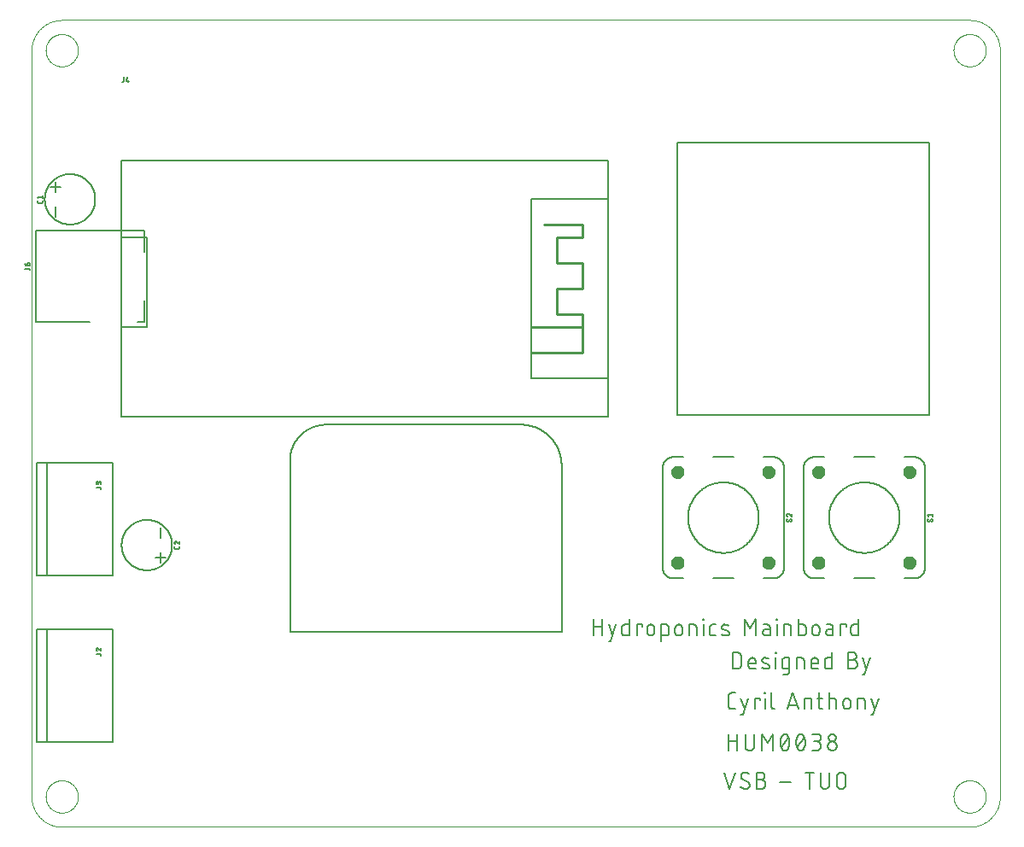
<source format=gto>
G75*
%MOIN*%
%OFA0B0*%
%FSLAX25Y25*%
%IPPOS*%
%LPD*%
%AMOC8*
5,1,8,0,0,1.08239X$1,22.5*
%
%ADD10C,0.00000*%
%ADD11C,0.00600*%
%ADD12C,0.00800*%
%ADD13C,0.00500*%
%ADD14C,0.02756*%
%ADD15C,0.01000*%
D10*
X0015000Y0012811D02*
X0015000Y0304150D01*
X0020512Y0304150D02*
X0020514Y0304308D01*
X0020520Y0304466D01*
X0020530Y0304624D01*
X0020544Y0304782D01*
X0020562Y0304939D01*
X0020583Y0305096D01*
X0020609Y0305252D01*
X0020639Y0305408D01*
X0020672Y0305563D01*
X0020710Y0305716D01*
X0020751Y0305869D01*
X0020796Y0306021D01*
X0020845Y0306172D01*
X0020898Y0306321D01*
X0020954Y0306469D01*
X0021014Y0306615D01*
X0021078Y0306760D01*
X0021146Y0306903D01*
X0021217Y0307045D01*
X0021291Y0307185D01*
X0021369Y0307322D01*
X0021451Y0307458D01*
X0021535Y0307592D01*
X0021624Y0307723D01*
X0021715Y0307852D01*
X0021810Y0307979D01*
X0021907Y0308104D01*
X0022008Y0308226D01*
X0022112Y0308345D01*
X0022219Y0308462D01*
X0022329Y0308576D01*
X0022442Y0308687D01*
X0022557Y0308796D01*
X0022675Y0308901D01*
X0022796Y0309003D01*
X0022919Y0309103D01*
X0023045Y0309199D01*
X0023173Y0309292D01*
X0023303Y0309382D01*
X0023436Y0309468D01*
X0023571Y0309552D01*
X0023707Y0309631D01*
X0023846Y0309708D01*
X0023987Y0309780D01*
X0024129Y0309850D01*
X0024273Y0309915D01*
X0024419Y0309977D01*
X0024566Y0310035D01*
X0024715Y0310090D01*
X0024865Y0310141D01*
X0025016Y0310188D01*
X0025168Y0310231D01*
X0025321Y0310270D01*
X0025476Y0310306D01*
X0025631Y0310337D01*
X0025787Y0310365D01*
X0025943Y0310389D01*
X0026100Y0310409D01*
X0026258Y0310425D01*
X0026415Y0310437D01*
X0026574Y0310445D01*
X0026732Y0310449D01*
X0026890Y0310449D01*
X0027048Y0310445D01*
X0027207Y0310437D01*
X0027364Y0310425D01*
X0027522Y0310409D01*
X0027679Y0310389D01*
X0027835Y0310365D01*
X0027991Y0310337D01*
X0028146Y0310306D01*
X0028301Y0310270D01*
X0028454Y0310231D01*
X0028606Y0310188D01*
X0028757Y0310141D01*
X0028907Y0310090D01*
X0029056Y0310035D01*
X0029203Y0309977D01*
X0029349Y0309915D01*
X0029493Y0309850D01*
X0029635Y0309780D01*
X0029776Y0309708D01*
X0029915Y0309631D01*
X0030051Y0309552D01*
X0030186Y0309468D01*
X0030319Y0309382D01*
X0030449Y0309292D01*
X0030577Y0309199D01*
X0030703Y0309103D01*
X0030826Y0309003D01*
X0030947Y0308901D01*
X0031065Y0308796D01*
X0031180Y0308687D01*
X0031293Y0308576D01*
X0031403Y0308462D01*
X0031510Y0308345D01*
X0031614Y0308226D01*
X0031715Y0308104D01*
X0031812Y0307979D01*
X0031907Y0307852D01*
X0031998Y0307723D01*
X0032087Y0307592D01*
X0032171Y0307458D01*
X0032253Y0307322D01*
X0032331Y0307185D01*
X0032405Y0307045D01*
X0032476Y0306903D01*
X0032544Y0306760D01*
X0032608Y0306615D01*
X0032668Y0306469D01*
X0032724Y0306321D01*
X0032777Y0306172D01*
X0032826Y0306021D01*
X0032871Y0305869D01*
X0032912Y0305716D01*
X0032950Y0305563D01*
X0032983Y0305408D01*
X0033013Y0305252D01*
X0033039Y0305096D01*
X0033060Y0304939D01*
X0033078Y0304782D01*
X0033092Y0304624D01*
X0033102Y0304466D01*
X0033108Y0304308D01*
X0033110Y0304150D01*
X0033108Y0303992D01*
X0033102Y0303834D01*
X0033092Y0303676D01*
X0033078Y0303518D01*
X0033060Y0303361D01*
X0033039Y0303204D01*
X0033013Y0303048D01*
X0032983Y0302892D01*
X0032950Y0302737D01*
X0032912Y0302584D01*
X0032871Y0302431D01*
X0032826Y0302279D01*
X0032777Y0302128D01*
X0032724Y0301979D01*
X0032668Y0301831D01*
X0032608Y0301685D01*
X0032544Y0301540D01*
X0032476Y0301397D01*
X0032405Y0301255D01*
X0032331Y0301115D01*
X0032253Y0300978D01*
X0032171Y0300842D01*
X0032087Y0300708D01*
X0031998Y0300577D01*
X0031907Y0300448D01*
X0031812Y0300321D01*
X0031715Y0300196D01*
X0031614Y0300074D01*
X0031510Y0299955D01*
X0031403Y0299838D01*
X0031293Y0299724D01*
X0031180Y0299613D01*
X0031065Y0299504D01*
X0030947Y0299399D01*
X0030826Y0299297D01*
X0030703Y0299197D01*
X0030577Y0299101D01*
X0030449Y0299008D01*
X0030319Y0298918D01*
X0030186Y0298832D01*
X0030051Y0298748D01*
X0029915Y0298669D01*
X0029776Y0298592D01*
X0029635Y0298520D01*
X0029493Y0298450D01*
X0029349Y0298385D01*
X0029203Y0298323D01*
X0029056Y0298265D01*
X0028907Y0298210D01*
X0028757Y0298159D01*
X0028606Y0298112D01*
X0028454Y0298069D01*
X0028301Y0298030D01*
X0028146Y0297994D01*
X0027991Y0297963D01*
X0027835Y0297935D01*
X0027679Y0297911D01*
X0027522Y0297891D01*
X0027364Y0297875D01*
X0027207Y0297863D01*
X0027048Y0297855D01*
X0026890Y0297851D01*
X0026732Y0297851D01*
X0026574Y0297855D01*
X0026415Y0297863D01*
X0026258Y0297875D01*
X0026100Y0297891D01*
X0025943Y0297911D01*
X0025787Y0297935D01*
X0025631Y0297963D01*
X0025476Y0297994D01*
X0025321Y0298030D01*
X0025168Y0298069D01*
X0025016Y0298112D01*
X0024865Y0298159D01*
X0024715Y0298210D01*
X0024566Y0298265D01*
X0024419Y0298323D01*
X0024273Y0298385D01*
X0024129Y0298450D01*
X0023987Y0298520D01*
X0023846Y0298592D01*
X0023707Y0298669D01*
X0023571Y0298748D01*
X0023436Y0298832D01*
X0023303Y0298918D01*
X0023173Y0299008D01*
X0023045Y0299101D01*
X0022919Y0299197D01*
X0022796Y0299297D01*
X0022675Y0299399D01*
X0022557Y0299504D01*
X0022442Y0299613D01*
X0022329Y0299724D01*
X0022219Y0299838D01*
X0022112Y0299955D01*
X0022008Y0300074D01*
X0021907Y0300196D01*
X0021810Y0300321D01*
X0021715Y0300448D01*
X0021624Y0300577D01*
X0021535Y0300708D01*
X0021451Y0300842D01*
X0021369Y0300978D01*
X0021291Y0301115D01*
X0021217Y0301255D01*
X0021146Y0301397D01*
X0021078Y0301540D01*
X0021014Y0301685D01*
X0020954Y0301831D01*
X0020898Y0301979D01*
X0020845Y0302128D01*
X0020796Y0302279D01*
X0020751Y0302431D01*
X0020710Y0302584D01*
X0020672Y0302737D01*
X0020639Y0302892D01*
X0020609Y0303048D01*
X0020583Y0303204D01*
X0020562Y0303361D01*
X0020544Y0303518D01*
X0020530Y0303676D01*
X0020520Y0303834D01*
X0020514Y0303992D01*
X0020512Y0304150D01*
X0015000Y0304150D02*
X0015003Y0304435D01*
X0015014Y0304721D01*
X0015031Y0305006D01*
X0015055Y0305290D01*
X0015086Y0305574D01*
X0015124Y0305857D01*
X0015169Y0306138D01*
X0015220Y0306419D01*
X0015278Y0306699D01*
X0015343Y0306977D01*
X0015415Y0307253D01*
X0015493Y0307527D01*
X0015578Y0307800D01*
X0015670Y0308070D01*
X0015768Y0308338D01*
X0015872Y0308604D01*
X0015983Y0308867D01*
X0016100Y0309127D01*
X0016223Y0309385D01*
X0016353Y0309639D01*
X0016489Y0309890D01*
X0016630Y0310138D01*
X0016778Y0310382D01*
X0016931Y0310623D01*
X0017091Y0310859D01*
X0017256Y0311092D01*
X0017426Y0311321D01*
X0017602Y0311546D01*
X0017784Y0311766D01*
X0017970Y0311982D01*
X0018162Y0312193D01*
X0018359Y0312400D01*
X0018561Y0312602D01*
X0018768Y0312799D01*
X0018979Y0312991D01*
X0019195Y0313177D01*
X0019415Y0313359D01*
X0019640Y0313535D01*
X0019869Y0313705D01*
X0020102Y0313870D01*
X0020338Y0314030D01*
X0020579Y0314183D01*
X0020823Y0314331D01*
X0021071Y0314472D01*
X0021322Y0314608D01*
X0021576Y0314738D01*
X0021834Y0314861D01*
X0022094Y0314978D01*
X0022357Y0315089D01*
X0022623Y0315193D01*
X0022891Y0315291D01*
X0023161Y0315383D01*
X0023434Y0315468D01*
X0023708Y0315546D01*
X0023984Y0315618D01*
X0024262Y0315683D01*
X0024542Y0315741D01*
X0024823Y0315792D01*
X0025104Y0315837D01*
X0025387Y0315875D01*
X0025671Y0315906D01*
X0025955Y0315930D01*
X0026240Y0315947D01*
X0026526Y0315958D01*
X0026811Y0315961D01*
X0381142Y0315961D01*
X0374843Y0304150D02*
X0374845Y0304308D01*
X0374851Y0304466D01*
X0374861Y0304624D01*
X0374875Y0304782D01*
X0374893Y0304939D01*
X0374914Y0305096D01*
X0374940Y0305252D01*
X0374970Y0305408D01*
X0375003Y0305563D01*
X0375041Y0305716D01*
X0375082Y0305869D01*
X0375127Y0306021D01*
X0375176Y0306172D01*
X0375229Y0306321D01*
X0375285Y0306469D01*
X0375345Y0306615D01*
X0375409Y0306760D01*
X0375477Y0306903D01*
X0375548Y0307045D01*
X0375622Y0307185D01*
X0375700Y0307322D01*
X0375782Y0307458D01*
X0375866Y0307592D01*
X0375955Y0307723D01*
X0376046Y0307852D01*
X0376141Y0307979D01*
X0376238Y0308104D01*
X0376339Y0308226D01*
X0376443Y0308345D01*
X0376550Y0308462D01*
X0376660Y0308576D01*
X0376773Y0308687D01*
X0376888Y0308796D01*
X0377006Y0308901D01*
X0377127Y0309003D01*
X0377250Y0309103D01*
X0377376Y0309199D01*
X0377504Y0309292D01*
X0377634Y0309382D01*
X0377767Y0309468D01*
X0377902Y0309552D01*
X0378038Y0309631D01*
X0378177Y0309708D01*
X0378318Y0309780D01*
X0378460Y0309850D01*
X0378604Y0309915D01*
X0378750Y0309977D01*
X0378897Y0310035D01*
X0379046Y0310090D01*
X0379196Y0310141D01*
X0379347Y0310188D01*
X0379499Y0310231D01*
X0379652Y0310270D01*
X0379807Y0310306D01*
X0379962Y0310337D01*
X0380118Y0310365D01*
X0380274Y0310389D01*
X0380431Y0310409D01*
X0380589Y0310425D01*
X0380746Y0310437D01*
X0380905Y0310445D01*
X0381063Y0310449D01*
X0381221Y0310449D01*
X0381379Y0310445D01*
X0381538Y0310437D01*
X0381695Y0310425D01*
X0381853Y0310409D01*
X0382010Y0310389D01*
X0382166Y0310365D01*
X0382322Y0310337D01*
X0382477Y0310306D01*
X0382632Y0310270D01*
X0382785Y0310231D01*
X0382937Y0310188D01*
X0383088Y0310141D01*
X0383238Y0310090D01*
X0383387Y0310035D01*
X0383534Y0309977D01*
X0383680Y0309915D01*
X0383824Y0309850D01*
X0383966Y0309780D01*
X0384107Y0309708D01*
X0384246Y0309631D01*
X0384382Y0309552D01*
X0384517Y0309468D01*
X0384650Y0309382D01*
X0384780Y0309292D01*
X0384908Y0309199D01*
X0385034Y0309103D01*
X0385157Y0309003D01*
X0385278Y0308901D01*
X0385396Y0308796D01*
X0385511Y0308687D01*
X0385624Y0308576D01*
X0385734Y0308462D01*
X0385841Y0308345D01*
X0385945Y0308226D01*
X0386046Y0308104D01*
X0386143Y0307979D01*
X0386238Y0307852D01*
X0386329Y0307723D01*
X0386418Y0307592D01*
X0386502Y0307458D01*
X0386584Y0307322D01*
X0386662Y0307185D01*
X0386736Y0307045D01*
X0386807Y0306903D01*
X0386875Y0306760D01*
X0386939Y0306615D01*
X0386999Y0306469D01*
X0387055Y0306321D01*
X0387108Y0306172D01*
X0387157Y0306021D01*
X0387202Y0305869D01*
X0387243Y0305716D01*
X0387281Y0305563D01*
X0387314Y0305408D01*
X0387344Y0305252D01*
X0387370Y0305096D01*
X0387391Y0304939D01*
X0387409Y0304782D01*
X0387423Y0304624D01*
X0387433Y0304466D01*
X0387439Y0304308D01*
X0387441Y0304150D01*
X0387439Y0303992D01*
X0387433Y0303834D01*
X0387423Y0303676D01*
X0387409Y0303518D01*
X0387391Y0303361D01*
X0387370Y0303204D01*
X0387344Y0303048D01*
X0387314Y0302892D01*
X0387281Y0302737D01*
X0387243Y0302584D01*
X0387202Y0302431D01*
X0387157Y0302279D01*
X0387108Y0302128D01*
X0387055Y0301979D01*
X0386999Y0301831D01*
X0386939Y0301685D01*
X0386875Y0301540D01*
X0386807Y0301397D01*
X0386736Y0301255D01*
X0386662Y0301115D01*
X0386584Y0300978D01*
X0386502Y0300842D01*
X0386418Y0300708D01*
X0386329Y0300577D01*
X0386238Y0300448D01*
X0386143Y0300321D01*
X0386046Y0300196D01*
X0385945Y0300074D01*
X0385841Y0299955D01*
X0385734Y0299838D01*
X0385624Y0299724D01*
X0385511Y0299613D01*
X0385396Y0299504D01*
X0385278Y0299399D01*
X0385157Y0299297D01*
X0385034Y0299197D01*
X0384908Y0299101D01*
X0384780Y0299008D01*
X0384650Y0298918D01*
X0384517Y0298832D01*
X0384382Y0298748D01*
X0384246Y0298669D01*
X0384107Y0298592D01*
X0383966Y0298520D01*
X0383824Y0298450D01*
X0383680Y0298385D01*
X0383534Y0298323D01*
X0383387Y0298265D01*
X0383238Y0298210D01*
X0383088Y0298159D01*
X0382937Y0298112D01*
X0382785Y0298069D01*
X0382632Y0298030D01*
X0382477Y0297994D01*
X0382322Y0297963D01*
X0382166Y0297935D01*
X0382010Y0297911D01*
X0381853Y0297891D01*
X0381695Y0297875D01*
X0381538Y0297863D01*
X0381379Y0297855D01*
X0381221Y0297851D01*
X0381063Y0297851D01*
X0380905Y0297855D01*
X0380746Y0297863D01*
X0380589Y0297875D01*
X0380431Y0297891D01*
X0380274Y0297911D01*
X0380118Y0297935D01*
X0379962Y0297963D01*
X0379807Y0297994D01*
X0379652Y0298030D01*
X0379499Y0298069D01*
X0379347Y0298112D01*
X0379196Y0298159D01*
X0379046Y0298210D01*
X0378897Y0298265D01*
X0378750Y0298323D01*
X0378604Y0298385D01*
X0378460Y0298450D01*
X0378318Y0298520D01*
X0378177Y0298592D01*
X0378038Y0298669D01*
X0377902Y0298748D01*
X0377767Y0298832D01*
X0377634Y0298918D01*
X0377504Y0299008D01*
X0377376Y0299101D01*
X0377250Y0299197D01*
X0377127Y0299297D01*
X0377006Y0299399D01*
X0376888Y0299504D01*
X0376773Y0299613D01*
X0376660Y0299724D01*
X0376550Y0299838D01*
X0376443Y0299955D01*
X0376339Y0300074D01*
X0376238Y0300196D01*
X0376141Y0300321D01*
X0376046Y0300448D01*
X0375955Y0300577D01*
X0375866Y0300708D01*
X0375782Y0300842D01*
X0375700Y0300978D01*
X0375622Y0301115D01*
X0375548Y0301255D01*
X0375477Y0301397D01*
X0375409Y0301540D01*
X0375345Y0301685D01*
X0375285Y0301831D01*
X0375229Y0301979D01*
X0375176Y0302128D01*
X0375127Y0302279D01*
X0375082Y0302431D01*
X0375041Y0302584D01*
X0375003Y0302737D01*
X0374970Y0302892D01*
X0374940Y0303048D01*
X0374914Y0303204D01*
X0374893Y0303361D01*
X0374875Y0303518D01*
X0374861Y0303676D01*
X0374851Y0303834D01*
X0374845Y0303992D01*
X0374843Y0304150D01*
X0381142Y0315961D02*
X0381427Y0315958D01*
X0381713Y0315947D01*
X0381998Y0315930D01*
X0382282Y0315906D01*
X0382566Y0315875D01*
X0382849Y0315837D01*
X0383130Y0315792D01*
X0383411Y0315741D01*
X0383691Y0315683D01*
X0383969Y0315618D01*
X0384245Y0315546D01*
X0384519Y0315468D01*
X0384792Y0315383D01*
X0385062Y0315291D01*
X0385330Y0315193D01*
X0385596Y0315089D01*
X0385859Y0314978D01*
X0386119Y0314861D01*
X0386377Y0314738D01*
X0386631Y0314608D01*
X0386882Y0314472D01*
X0387130Y0314331D01*
X0387374Y0314183D01*
X0387615Y0314030D01*
X0387851Y0313870D01*
X0388084Y0313705D01*
X0388313Y0313535D01*
X0388538Y0313359D01*
X0388758Y0313177D01*
X0388974Y0312991D01*
X0389185Y0312799D01*
X0389392Y0312602D01*
X0389594Y0312400D01*
X0389791Y0312193D01*
X0389983Y0311982D01*
X0390169Y0311766D01*
X0390351Y0311546D01*
X0390527Y0311321D01*
X0390697Y0311092D01*
X0390862Y0310859D01*
X0391022Y0310623D01*
X0391175Y0310382D01*
X0391323Y0310138D01*
X0391464Y0309890D01*
X0391600Y0309639D01*
X0391730Y0309385D01*
X0391853Y0309127D01*
X0391970Y0308867D01*
X0392081Y0308604D01*
X0392185Y0308338D01*
X0392283Y0308070D01*
X0392375Y0307800D01*
X0392460Y0307527D01*
X0392538Y0307253D01*
X0392610Y0306977D01*
X0392675Y0306699D01*
X0392733Y0306419D01*
X0392784Y0306138D01*
X0392829Y0305857D01*
X0392867Y0305574D01*
X0392898Y0305290D01*
X0392922Y0305006D01*
X0392939Y0304721D01*
X0392950Y0304435D01*
X0392953Y0304150D01*
X0392953Y0012811D01*
X0374843Y0012811D02*
X0374845Y0012969D01*
X0374851Y0013127D01*
X0374861Y0013285D01*
X0374875Y0013443D01*
X0374893Y0013600D01*
X0374914Y0013757D01*
X0374940Y0013913D01*
X0374970Y0014069D01*
X0375003Y0014224D01*
X0375041Y0014377D01*
X0375082Y0014530D01*
X0375127Y0014682D01*
X0375176Y0014833D01*
X0375229Y0014982D01*
X0375285Y0015130D01*
X0375345Y0015276D01*
X0375409Y0015421D01*
X0375477Y0015564D01*
X0375548Y0015706D01*
X0375622Y0015846D01*
X0375700Y0015983D01*
X0375782Y0016119D01*
X0375866Y0016253D01*
X0375955Y0016384D01*
X0376046Y0016513D01*
X0376141Y0016640D01*
X0376238Y0016765D01*
X0376339Y0016887D01*
X0376443Y0017006D01*
X0376550Y0017123D01*
X0376660Y0017237D01*
X0376773Y0017348D01*
X0376888Y0017457D01*
X0377006Y0017562D01*
X0377127Y0017664D01*
X0377250Y0017764D01*
X0377376Y0017860D01*
X0377504Y0017953D01*
X0377634Y0018043D01*
X0377767Y0018129D01*
X0377902Y0018213D01*
X0378038Y0018292D01*
X0378177Y0018369D01*
X0378318Y0018441D01*
X0378460Y0018511D01*
X0378604Y0018576D01*
X0378750Y0018638D01*
X0378897Y0018696D01*
X0379046Y0018751D01*
X0379196Y0018802D01*
X0379347Y0018849D01*
X0379499Y0018892D01*
X0379652Y0018931D01*
X0379807Y0018967D01*
X0379962Y0018998D01*
X0380118Y0019026D01*
X0380274Y0019050D01*
X0380431Y0019070D01*
X0380589Y0019086D01*
X0380746Y0019098D01*
X0380905Y0019106D01*
X0381063Y0019110D01*
X0381221Y0019110D01*
X0381379Y0019106D01*
X0381538Y0019098D01*
X0381695Y0019086D01*
X0381853Y0019070D01*
X0382010Y0019050D01*
X0382166Y0019026D01*
X0382322Y0018998D01*
X0382477Y0018967D01*
X0382632Y0018931D01*
X0382785Y0018892D01*
X0382937Y0018849D01*
X0383088Y0018802D01*
X0383238Y0018751D01*
X0383387Y0018696D01*
X0383534Y0018638D01*
X0383680Y0018576D01*
X0383824Y0018511D01*
X0383966Y0018441D01*
X0384107Y0018369D01*
X0384246Y0018292D01*
X0384382Y0018213D01*
X0384517Y0018129D01*
X0384650Y0018043D01*
X0384780Y0017953D01*
X0384908Y0017860D01*
X0385034Y0017764D01*
X0385157Y0017664D01*
X0385278Y0017562D01*
X0385396Y0017457D01*
X0385511Y0017348D01*
X0385624Y0017237D01*
X0385734Y0017123D01*
X0385841Y0017006D01*
X0385945Y0016887D01*
X0386046Y0016765D01*
X0386143Y0016640D01*
X0386238Y0016513D01*
X0386329Y0016384D01*
X0386418Y0016253D01*
X0386502Y0016119D01*
X0386584Y0015983D01*
X0386662Y0015846D01*
X0386736Y0015706D01*
X0386807Y0015564D01*
X0386875Y0015421D01*
X0386939Y0015276D01*
X0386999Y0015130D01*
X0387055Y0014982D01*
X0387108Y0014833D01*
X0387157Y0014682D01*
X0387202Y0014530D01*
X0387243Y0014377D01*
X0387281Y0014224D01*
X0387314Y0014069D01*
X0387344Y0013913D01*
X0387370Y0013757D01*
X0387391Y0013600D01*
X0387409Y0013443D01*
X0387423Y0013285D01*
X0387433Y0013127D01*
X0387439Y0012969D01*
X0387441Y0012811D01*
X0387439Y0012653D01*
X0387433Y0012495D01*
X0387423Y0012337D01*
X0387409Y0012179D01*
X0387391Y0012022D01*
X0387370Y0011865D01*
X0387344Y0011709D01*
X0387314Y0011553D01*
X0387281Y0011398D01*
X0387243Y0011245D01*
X0387202Y0011092D01*
X0387157Y0010940D01*
X0387108Y0010789D01*
X0387055Y0010640D01*
X0386999Y0010492D01*
X0386939Y0010346D01*
X0386875Y0010201D01*
X0386807Y0010058D01*
X0386736Y0009916D01*
X0386662Y0009776D01*
X0386584Y0009639D01*
X0386502Y0009503D01*
X0386418Y0009369D01*
X0386329Y0009238D01*
X0386238Y0009109D01*
X0386143Y0008982D01*
X0386046Y0008857D01*
X0385945Y0008735D01*
X0385841Y0008616D01*
X0385734Y0008499D01*
X0385624Y0008385D01*
X0385511Y0008274D01*
X0385396Y0008165D01*
X0385278Y0008060D01*
X0385157Y0007958D01*
X0385034Y0007858D01*
X0384908Y0007762D01*
X0384780Y0007669D01*
X0384650Y0007579D01*
X0384517Y0007493D01*
X0384382Y0007409D01*
X0384246Y0007330D01*
X0384107Y0007253D01*
X0383966Y0007181D01*
X0383824Y0007111D01*
X0383680Y0007046D01*
X0383534Y0006984D01*
X0383387Y0006926D01*
X0383238Y0006871D01*
X0383088Y0006820D01*
X0382937Y0006773D01*
X0382785Y0006730D01*
X0382632Y0006691D01*
X0382477Y0006655D01*
X0382322Y0006624D01*
X0382166Y0006596D01*
X0382010Y0006572D01*
X0381853Y0006552D01*
X0381695Y0006536D01*
X0381538Y0006524D01*
X0381379Y0006516D01*
X0381221Y0006512D01*
X0381063Y0006512D01*
X0380905Y0006516D01*
X0380746Y0006524D01*
X0380589Y0006536D01*
X0380431Y0006552D01*
X0380274Y0006572D01*
X0380118Y0006596D01*
X0379962Y0006624D01*
X0379807Y0006655D01*
X0379652Y0006691D01*
X0379499Y0006730D01*
X0379347Y0006773D01*
X0379196Y0006820D01*
X0379046Y0006871D01*
X0378897Y0006926D01*
X0378750Y0006984D01*
X0378604Y0007046D01*
X0378460Y0007111D01*
X0378318Y0007181D01*
X0378177Y0007253D01*
X0378038Y0007330D01*
X0377902Y0007409D01*
X0377767Y0007493D01*
X0377634Y0007579D01*
X0377504Y0007669D01*
X0377376Y0007762D01*
X0377250Y0007858D01*
X0377127Y0007958D01*
X0377006Y0008060D01*
X0376888Y0008165D01*
X0376773Y0008274D01*
X0376660Y0008385D01*
X0376550Y0008499D01*
X0376443Y0008616D01*
X0376339Y0008735D01*
X0376238Y0008857D01*
X0376141Y0008982D01*
X0376046Y0009109D01*
X0375955Y0009238D01*
X0375866Y0009369D01*
X0375782Y0009503D01*
X0375700Y0009639D01*
X0375622Y0009776D01*
X0375548Y0009916D01*
X0375477Y0010058D01*
X0375409Y0010201D01*
X0375345Y0010346D01*
X0375285Y0010492D01*
X0375229Y0010640D01*
X0375176Y0010789D01*
X0375127Y0010940D01*
X0375082Y0011092D01*
X0375041Y0011245D01*
X0375003Y0011398D01*
X0374970Y0011553D01*
X0374940Y0011709D01*
X0374914Y0011865D01*
X0374893Y0012022D01*
X0374875Y0012179D01*
X0374861Y0012337D01*
X0374851Y0012495D01*
X0374845Y0012653D01*
X0374843Y0012811D01*
X0381142Y0001000D02*
X0381427Y0001003D01*
X0381713Y0001014D01*
X0381998Y0001031D01*
X0382282Y0001055D01*
X0382566Y0001086D01*
X0382849Y0001124D01*
X0383130Y0001169D01*
X0383411Y0001220D01*
X0383691Y0001278D01*
X0383969Y0001343D01*
X0384245Y0001415D01*
X0384519Y0001493D01*
X0384792Y0001578D01*
X0385062Y0001670D01*
X0385330Y0001768D01*
X0385596Y0001872D01*
X0385859Y0001983D01*
X0386119Y0002100D01*
X0386377Y0002223D01*
X0386631Y0002353D01*
X0386882Y0002489D01*
X0387130Y0002630D01*
X0387374Y0002778D01*
X0387615Y0002931D01*
X0387851Y0003091D01*
X0388084Y0003256D01*
X0388313Y0003426D01*
X0388538Y0003602D01*
X0388758Y0003784D01*
X0388974Y0003970D01*
X0389185Y0004162D01*
X0389392Y0004359D01*
X0389594Y0004561D01*
X0389791Y0004768D01*
X0389983Y0004979D01*
X0390169Y0005195D01*
X0390351Y0005415D01*
X0390527Y0005640D01*
X0390697Y0005869D01*
X0390862Y0006102D01*
X0391022Y0006338D01*
X0391175Y0006579D01*
X0391323Y0006823D01*
X0391464Y0007071D01*
X0391600Y0007322D01*
X0391730Y0007576D01*
X0391853Y0007834D01*
X0391970Y0008094D01*
X0392081Y0008357D01*
X0392185Y0008623D01*
X0392283Y0008891D01*
X0392375Y0009161D01*
X0392460Y0009434D01*
X0392538Y0009708D01*
X0392610Y0009984D01*
X0392675Y0010262D01*
X0392733Y0010542D01*
X0392784Y0010823D01*
X0392829Y0011104D01*
X0392867Y0011387D01*
X0392898Y0011671D01*
X0392922Y0011955D01*
X0392939Y0012240D01*
X0392950Y0012526D01*
X0392953Y0012811D01*
X0381142Y0001000D02*
X0026811Y0001000D01*
X0020512Y0012811D02*
X0020514Y0012969D01*
X0020520Y0013127D01*
X0020530Y0013285D01*
X0020544Y0013443D01*
X0020562Y0013600D01*
X0020583Y0013757D01*
X0020609Y0013913D01*
X0020639Y0014069D01*
X0020672Y0014224D01*
X0020710Y0014377D01*
X0020751Y0014530D01*
X0020796Y0014682D01*
X0020845Y0014833D01*
X0020898Y0014982D01*
X0020954Y0015130D01*
X0021014Y0015276D01*
X0021078Y0015421D01*
X0021146Y0015564D01*
X0021217Y0015706D01*
X0021291Y0015846D01*
X0021369Y0015983D01*
X0021451Y0016119D01*
X0021535Y0016253D01*
X0021624Y0016384D01*
X0021715Y0016513D01*
X0021810Y0016640D01*
X0021907Y0016765D01*
X0022008Y0016887D01*
X0022112Y0017006D01*
X0022219Y0017123D01*
X0022329Y0017237D01*
X0022442Y0017348D01*
X0022557Y0017457D01*
X0022675Y0017562D01*
X0022796Y0017664D01*
X0022919Y0017764D01*
X0023045Y0017860D01*
X0023173Y0017953D01*
X0023303Y0018043D01*
X0023436Y0018129D01*
X0023571Y0018213D01*
X0023707Y0018292D01*
X0023846Y0018369D01*
X0023987Y0018441D01*
X0024129Y0018511D01*
X0024273Y0018576D01*
X0024419Y0018638D01*
X0024566Y0018696D01*
X0024715Y0018751D01*
X0024865Y0018802D01*
X0025016Y0018849D01*
X0025168Y0018892D01*
X0025321Y0018931D01*
X0025476Y0018967D01*
X0025631Y0018998D01*
X0025787Y0019026D01*
X0025943Y0019050D01*
X0026100Y0019070D01*
X0026258Y0019086D01*
X0026415Y0019098D01*
X0026574Y0019106D01*
X0026732Y0019110D01*
X0026890Y0019110D01*
X0027048Y0019106D01*
X0027207Y0019098D01*
X0027364Y0019086D01*
X0027522Y0019070D01*
X0027679Y0019050D01*
X0027835Y0019026D01*
X0027991Y0018998D01*
X0028146Y0018967D01*
X0028301Y0018931D01*
X0028454Y0018892D01*
X0028606Y0018849D01*
X0028757Y0018802D01*
X0028907Y0018751D01*
X0029056Y0018696D01*
X0029203Y0018638D01*
X0029349Y0018576D01*
X0029493Y0018511D01*
X0029635Y0018441D01*
X0029776Y0018369D01*
X0029915Y0018292D01*
X0030051Y0018213D01*
X0030186Y0018129D01*
X0030319Y0018043D01*
X0030449Y0017953D01*
X0030577Y0017860D01*
X0030703Y0017764D01*
X0030826Y0017664D01*
X0030947Y0017562D01*
X0031065Y0017457D01*
X0031180Y0017348D01*
X0031293Y0017237D01*
X0031403Y0017123D01*
X0031510Y0017006D01*
X0031614Y0016887D01*
X0031715Y0016765D01*
X0031812Y0016640D01*
X0031907Y0016513D01*
X0031998Y0016384D01*
X0032087Y0016253D01*
X0032171Y0016119D01*
X0032253Y0015983D01*
X0032331Y0015846D01*
X0032405Y0015706D01*
X0032476Y0015564D01*
X0032544Y0015421D01*
X0032608Y0015276D01*
X0032668Y0015130D01*
X0032724Y0014982D01*
X0032777Y0014833D01*
X0032826Y0014682D01*
X0032871Y0014530D01*
X0032912Y0014377D01*
X0032950Y0014224D01*
X0032983Y0014069D01*
X0033013Y0013913D01*
X0033039Y0013757D01*
X0033060Y0013600D01*
X0033078Y0013443D01*
X0033092Y0013285D01*
X0033102Y0013127D01*
X0033108Y0012969D01*
X0033110Y0012811D01*
X0033108Y0012653D01*
X0033102Y0012495D01*
X0033092Y0012337D01*
X0033078Y0012179D01*
X0033060Y0012022D01*
X0033039Y0011865D01*
X0033013Y0011709D01*
X0032983Y0011553D01*
X0032950Y0011398D01*
X0032912Y0011245D01*
X0032871Y0011092D01*
X0032826Y0010940D01*
X0032777Y0010789D01*
X0032724Y0010640D01*
X0032668Y0010492D01*
X0032608Y0010346D01*
X0032544Y0010201D01*
X0032476Y0010058D01*
X0032405Y0009916D01*
X0032331Y0009776D01*
X0032253Y0009639D01*
X0032171Y0009503D01*
X0032087Y0009369D01*
X0031998Y0009238D01*
X0031907Y0009109D01*
X0031812Y0008982D01*
X0031715Y0008857D01*
X0031614Y0008735D01*
X0031510Y0008616D01*
X0031403Y0008499D01*
X0031293Y0008385D01*
X0031180Y0008274D01*
X0031065Y0008165D01*
X0030947Y0008060D01*
X0030826Y0007958D01*
X0030703Y0007858D01*
X0030577Y0007762D01*
X0030449Y0007669D01*
X0030319Y0007579D01*
X0030186Y0007493D01*
X0030051Y0007409D01*
X0029915Y0007330D01*
X0029776Y0007253D01*
X0029635Y0007181D01*
X0029493Y0007111D01*
X0029349Y0007046D01*
X0029203Y0006984D01*
X0029056Y0006926D01*
X0028907Y0006871D01*
X0028757Y0006820D01*
X0028606Y0006773D01*
X0028454Y0006730D01*
X0028301Y0006691D01*
X0028146Y0006655D01*
X0027991Y0006624D01*
X0027835Y0006596D01*
X0027679Y0006572D01*
X0027522Y0006552D01*
X0027364Y0006536D01*
X0027207Y0006524D01*
X0027048Y0006516D01*
X0026890Y0006512D01*
X0026732Y0006512D01*
X0026574Y0006516D01*
X0026415Y0006524D01*
X0026258Y0006536D01*
X0026100Y0006552D01*
X0025943Y0006572D01*
X0025787Y0006596D01*
X0025631Y0006624D01*
X0025476Y0006655D01*
X0025321Y0006691D01*
X0025168Y0006730D01*
X0025016Y0006773D01*
X0024865Y0006820D01*
X0024715Y0006871D01*
X0024566Y0006926D01*
X0024419Y0006984D01*
X0024273Y0007046D01*
X0024129Y0007111D01*
X0023987Y0007181D01*
X0023846Y0007253D01*
X0023707Y0007330D01*
X0023571Y0007409D01*
X0023436Y0007493D01*
X0023303Y0007579D01*
X0023173Y0007669D01*
X0023045Y0007762D01*
X0022919Y0007858D01*
X0022796Y0007958D01*
X0022675Y0008060D01*
X0022557Y0008165D01*
X0022442Y0008274D01*
X0022329Y0008385D01*
X0022219Y0008499D01*
X0022112Y0008616D01*
X0022008Y0008735D01*
X0021907Y0008857D01*
X0021810Y0008982D01*
X0021715Y0009109D01*
X0021624Y0009238D01*
X0021535Y0009369D01*
X0021451Y0009503D01*
X0021369Y0009639D01*
X0021291Y0009776D01*
X0021217Y0009916D01*
X0021146Y0010058D01*
X0021078Y0010201D01*
X0021014Y0010346D01*
X0020954Y0010492D01*
X0020898Y0010640D01*
X0020845Y0010789D01*
X0020796Y0010940D01*
X0020751Y0011092D01*
X0020710Y0011245D01*
X0020672Y0011398D01*
X0020639Y0011553D01*
X0020609Y0011709D01*
X0020583Y0011865D01*
X0020562Y0012022D01*
X0020544Y0012179D01*
X0020530Y0012337D01*
X0020520Y0012495D01*
X0020514Y0012653D01*
X0020512Y0012811D01*
X0015000Y0012811D02*
X0015003Y0012526D01*
X0015014Y0012240D01*
X0015031Y0011955D01*
X0015055Y0011671D01*
X0015086Y0011387D01*
X0015124Y0011104D01*
X0015169Y0010823D01*
X0015220Y0010542D01*
X0015278Y0010262D01*
X0015343Y0009984D01*
X0015415Y0009708D01*
X0015493Y0009434D01*
X0015578Y0009161D01*
X0015670Y0008891D01*
X0015768Y0008623D01*
X0015872Y0008357D01*
X0015983Y0008094D01*
X0016100Y0007834D01*
X0016223Y0007576D01*
X0016353Y0007322D01*
X0016489Y0007071D01*
X0016630Y0006823D01*
X0016778Y0006579D01*
X0016931Y0006338D01*
X0017091Y0006102D01*
X0017256Y0005869D01*
X0017426Y0005640D01*
X0017602Y0005415D01*
X0017784Y0005195D01*
X0017970Y0004979D01*
X0018162Y0004768D01*
X0018359Y0004561D01*
X0018561Y0004359D01*
X0018768Y0004162D01*
X0018979Y0003970D01*
X0019195Y0003784D01*
X0019415Y0003602D01*
X0019640Y0003426D01*
X0019869Y0003256D01*
X0020102Y0003091D01*
X0020338Y0002931D01*
X0020579Y0002778D01*
X0020823Y0002630D01*
X0021071Y0002489D01*
X0021322Y0002353D01*
X0021576Y0002223D01*
X0021834Y0002100D01*
X0022094Y0001983D01*
X0022357Y0001872D01*
X0022623Y0001768D01*
X0022891Y0001670D01*
X0023161Y0001578D01*
X0023434Y0001493D01*
X0023708Y0001415D01*
X0023984Y0001343D01*
X0024262Y0001278D01*
X0024542Y0001220D01*
X0024823Y0001169D01*
X0025104Y0001124D01*
X0025387Y0001086D01*
X0025671Y0001055D01*
X0025955Y0001031D01*
X0026240Y0001014D01*
X0026526Y0001003D01*
X0026811Y0001000D01*
D11*
X0234198Y0075709D02*
X0234198Y0082109D01*
X0234198Y0079265D02*
X0237753Y0079265D01*
X0240297Y0079976D02*
X0241719Y0075709D01*
X0241008Y0073576D02*
X0243141Y0079976D01*
X0245396Y0078909D02*
X0245396Y0076776D01*
X0245398Y0076712D01*
X0245404Y0076647D01*
X0245413Y0076584D01*
X0245427Y0076521D01*
X0245444Y0076459D01*
X0245465Y0076398D01*
X0245490Y0076338D01*
X0245518Y0076280D01*
X0245550Y0076224D01*
X0245585Y0076170D01*
X0245623Y0076118D01*
X0245664Y0076068D01*
X0245709Y0076022D01*
X0245755Y0075977D01*
X0245805Y0075936D01*
X0245857Y0075898D01*
X0245911Y0075863D01*
X0245967Y0075831D01*
X0246025Y0075803D01*
X0246085Y0075778D01*
X0246146Y0075757D01*
X0246208Y0075740D01*
X0246271Y0075726D01*
X0246334Y0075717D01*
X0246399Y0075711D01*
X0246463Y0075709D01*
X0248241Y0075709D01*
X0248241Y0082109D01*
X0248241Y0079976D02*
X0246463Y0079976D01*
X0246399Y0079974D01*
X0246334Y0079968D01*
X0246271Y0079959D01*
X0246208Y0079945D01*
X0246146Y0079928D01*
X0246085Y0079907D01*
X0246025Y0079882D01*
X0245967Y0079854D01*
X0245911Y0079822D01*
X0245857Y0079787D01*
X0245805Y0079749D01*
X0245755Y0079708D01*
X0245709Y0079663D01*
X0245664Y0079617D01*
X0245623Y0079567D01*
X0245585Y0079515D01*
X0245550Y0079461D01*
X0245518Y0079405D01*
X0245490Y0079347D01*
X0245465Y0079287D01*
X0245444Y0079226D01*
X0245427Y0079164D01*
X0245413Y0079101D01*
X0245404Y0079038D01*
X0245398Y0078973D01*
X0245396Y0078909D01*
X0251202Y0079976D02*
X0251202Y0075709D01*
X0255272Y0077132D02*
X0255272Y0078554D01*
X0255274Y0078628D01*
X0255280Y0078703D01*
X0255290Y0078776D01*
X0255303Y0078850D01*
X0255320Y0078922D01*
X0255342Y0078993D01*
X0255366Y0079064D01*
X0255395Y0079132D01*
X0255427Y0079200D01*
X0255463Y0079265D01*
X0255501Y0079328D01*
X0255544Y0079390D01*
X0255589Y0079449D01*
X0255637Y0079506D01*
X0255688Y0079560D01*
X0255742Y0079611D01*
X0255799Y0079659D01*
X0255858Y0079704D01*
X0255920Y0079747D01*
X0255983Y0079785D01*
X0256048Y0079821D01*
X0256116Y0079853D01*
X0256184Y0079882D01*
X0256255Y0079906D01*
X0256326Y0079928D01*
X0256398Y0079945D01*
X0256472Y0079958D01*
X0256545Y0079968D01*
X0256620Y0079974D01*
X0256694Y0079976D01*
X0256768Y0079974D01*
X0256843Y0079968D01*
X0256916Y0079958D01*
X0256990Y0079945D01*
X0257062Y0079928D01*
X0257133Y0079906D01*
X0257204Y0079882D01*
X0257272Y0079853D01*
X0257340Y0079821D01*
X0257405Y0079785D01*
X0257468Y0079747D01*
X0257530Y0079704D01*
X0257589Y0079659D01*
X0257646Y0079611D01*
X0257700Y0079560D01*
X0257751Y0079506D01*
X0257799Y0079449D01*
X0257844Y0079390D01*
X0257887Y0079328D01*
X0257925Y0079265D01*
X0257961Y0079200D01*
X0257993Y0079132D01*
X0258022Y0079064D01*
X0258046Y0078993D01*
X0258068Y0078922D01*
X0258085Y0078850D01*
X0258098Y0078776D01*
X0258108Y0078703D01*
X0258114Y0078628D01*
X0258116Y0078554D01*
X0258116Y0077132D01*
X0258114Y0077058D01*
X0258108Y0076983D01*
X0258098Y0076910D01*
X0258085Y0076836D01*
X0258068Y0076764D01*
X0258046Y0076693D01*
X0258022Y0076622D01*
X0257993Y0076554D01*
X0257961Y0076486D01*
X0257925Y0076421D01*
X0257887Y0076358D01*
X0257844Y0076296D01*
X0257799Y0076237D01*
X0257751Y0076180D01*
X0257700Y0076126D01*
X0257646Y0076075D01*
X0257589Y0076027D01*
X0257530Y0075982D01*
X0257468Y0075939D01*
X0257405Y0075901D01*
X0257340Y0075865D01*
X0257272Y0075833D01*
X0257204Y0075804D01*
X0257133Y0075780D01*
X0257062Y0075758D01*
X0256990Y0075741D01*
X0256916Y0075728D01*
X0256843Y0075718D01*
X0256768Y0075712D01*
X0256694Y0075710D01*
X0256620Y0075712D01*
X0256545Y0075718D01*
X0256472Y0075728D01*
X0256398Y0075741D01*
X0256326Y0075758D01*
X0256255Y0075780D01*
X0256184Y0075804D01*
X0256116Y0075833D01*
X0256048Y0075865D01*
X0255983Y0075901D01*
X0255920Y0075939D01*
X0255858Y0075982D01*
X0255799Y0076027D01*
X0255742Y0076075D01*
X0255688Y0076126D01*
X0255637Y0076180D01*
X0255589Y0076237D01*
X0255544Y0076296D01*
X0255501Y0076358D01*
X0255463Y0076421D01*
X0255427Y0076486D01*
X0255395Y0076554D01*
X0255366Y0076622D01*
X0255342Y0076693D01*
X0255320Y0076764D01*
X0255303Y0076836D01*
X0255290Y0076910D01*
X0255280Y0076983D01*
X0255274Y0077058D01*
X0255272Y0077132D01*
X0253336Y0079265D02*
X0253336Y0079976D01*
X0251202Y0079976D01*
X0241008Y0073576D02*
X0240297Y0073576D01*
X0237753Y0075709D02*
X0237753Y0082109D01*
X0260839Y0079976D02*
X0260839Y0073576D01*
X0260839Y0075709D02*
X0262617Y0075709D01*
X0262681Y0075711D01*
X0262746Y0075717D01*
X0262809Y0075726D01*
X0262872Y0075740D01*
X0262934Y0075757D01*
X0262995Y0075778D01*
X0263055Y0075803D01*
X0263113Y0075831D01*
X0263169Y0075863D01*
X0263223Y0075898D01*
X0263275Y0075936D01*
X0263325Y0075977D01*
X0263371Y0076022D01*
X0263416Y0076068D01*
X0263457Y0076118D01*
X0263495Y0076170D01*
X0263530Y0076224D01*
X0263562Y0076280D01*
X0263590Y0076338D01*
X0263615Y0076398D01*
X0263636Y0076459D01*
X0263653Y0076521D01*
X0263667Y0076584D01*
X0263676Y0076647D01*
X0263682Y0076712D01*
X0263684Y0076776D01*
X0263684Y0078909D01*
X0263682Y0078973D01*
X0263676Y0079038D01*
X0263667Y0079101D01*
X0263653Y0079164D01*
X0263636Y0079226D01*
X0263615Y0079287D01*
X0263590Y0079347D01*
X0263562Y0079405D01*
X0263530Y0079461D01*
X0263495Y0079515D01*
X0263457Y0079567D01*
X0263416Y0079617D01*
X0263371Y0079663D01*
X0263325Y0079708D01*
X0263275Y0079749D01*
X0263223Y0079787D01*
X0263169Y0079822D01*
X0263113Y0079854D01*
X0263055Y0079882D01*
X0262995Y0079907D01*
X0262934Y0079928D01*
X0262872Y0079945D01*
X0262809Y0079959D01*
X0262746Y0079968D01*
X0262681Y0079974D01*
X0262617Y0079976D01*
X0260839Y0079976D01*
X0266144Y0078554D02*
X0266144Y0077132D01*
X0266146Y0077058D01*
X0266152Y0076983D01*
X0266162Y0076910D01*
X0266175Y0076836D01*
X0266192Y0076764D01*
X0266214Y0076693D01*
X0266238Y0076622D01*
X0266267Y0076554D01*
X0266299Y0076486D01*
X0266335Y0076421D01*
X0266373Y0076358D01*
X0266416Y0076296D01*
X0266461Y0076237D01*
X0266509Y0076180D01*
X0266560Y0076126D01*
X0266614Y0076075D01*
X0266671Y0076027D01*
X0266730Y0075982D01*
X0266792Y0075939D01*
X0266855Y0075901D01*
X0266920Y0075865D01*
X0266988Y0075833D01*
X0267056Y0075804D01*
X0267127Y0075780D01*
X0267198Y0075758D01*
X0267270Y0075741D01*
X0267344Y0075728D01*
X0267417Y0075718D01*
X0267492Y0075712D01*
X0267566Y0075710D01*
X0267640Y0075712D01*
X0267715Y0075718D01*
X0267788Y0075728D01*
X0267862Y0075741D01*
X0267934Y0075758D01*
X0268005Y0075780D01*
X0268076Y0075804D01*
X0268144Y0075833D01*
X0268212Y0075865D01*
X0268277Y0075901D01*
X0268340Y0075939D01*
X0268402Y0075982D01*
X0268461Y0076027D01*
X0268518Y0076075D01*
X0268572Y0076126D01*
X0268623Y0076180D01*
X0268671Y0076237D01*
X0268716Y0076296D01*
X0268759Y0076358D01*
X0268797Y0076421D01*
X0268833Y0076486D01*
X0268865Y0076554D01*
X0268894Y0076622D01*
X0268918Y0076693D01*
X0268940Y0076764D01*
X0268957Y0076836D01*
X0268970Y0076910D01*
X0268980Y0076983D01*
X0268986Y0077058D01*
X0268988Y0077132D01*
X0268988Y0078554D01*
X0268986Y0078628D01*
X0268980Y0078703D01*
X0268970Y0078776D01*
X0268957Y0078850D01*
X0268940Y0078922D01*
X0268918Y0078993D01*
X0268894Y0079064D01*
X0268865Y0079132D01*
X0268833Y0079200D01*
X0268797Y0079265D01*
X0268759Y0079328D01*
X0268716Y0079390D01*
X0268671Y0079449D01*
X0268623Y0079506D01*
X0268572Y0079560D01*
X0268518Y0079611D01*
X0268461Y0079659D01*
X0268402Y0079704D01*
X0268340Y0079747D01*
X0268277Y0079785D01*
X0268212Y0079821D01*
X0268144Y0079853D01*
X0268076Y0079882D01*
X0268005Y0079906D01*
X0267934Y0079928D01*
X0267862Y0079945D01*
X0267788Y0079958D01*
X0267715Y0079968D01*
X0267640Y0079974D01*
X0267566Y0079976D01*
X0267492Y0079974D01*
X0267417Y0079968D01*
X0267344Y0079958D01*
X0267270Y0079945D01*
X0267198Y0079928D01*
X0267127Y0079906D01*
X0267056Y0079882D01*
X0266988Y0079853D01*
X0266920Y0079821D01*
X0266855Y0079785D01*
X0266792Y0079747D01*
X0266730Y0079704D01*
X0266671Y0079659D01*
X0266614Y0079611D01*
X0266560Y0079560D01*
X0266509Y0079506D01*
X0266461Y0079449D01*
X0266416Y0079390D01*
X0266373Y0079328D01*
X0266335Y0079265D01*
X0266299Y0079200D01*
X0266267Y0079132D01*
X0266238Y0079064D01*
X0266214Y0078993D01*
X0266192Y0078922D01*
X0266175Y0078850D01*
X0266162Y0078776D01*
X0266152Y0078703D01*
X0266146Y0078628D01*
X0266144Y0078554D01*
X0271682Y0079976D02*
X0271682Y0075709D01*
X0274527Y0075709D02*
X0274527Y0078909D01*
X0274525Y0078973D01*
X0274519Y0079038D01*
X0274510Y0079101D01*
X0274496Y0079164D01*
X0274479Y0079226D01*
X0274458Y0079287D01*
X0274433Y0079347D01*
X0274405Y0079405D01*
X0274373Y0079461D01*
X0274338Y0079515D01*
X0274300Y0079567D01*
X0274259Y0079617D01*
X0274214Y0079663D01*
X0274168Y0079708D01*
X0274118Y0079749D01*
X0274066Y0079787D01*
X0274012Y0079822D01*
X0273956Y0079854D01*
X0273898Y0079882D01*
X0273838Y0079907D01*
X0273777Y0079928D01*
X0273715Y0079945D01*
X0273652Y0079959D01*
X0273589Y0079968D01*
X0273524Y0079974D01*
X0273460Y0079976D01*
X0271682Y0079976D01*
X0277207Y0079976D02*
X0277207Y0075709D01*
X0279690Y0076776D02*
X0279690Y0078909D01*
X0279689Y0078909D02*
X0279691Y0078973D01*
X0279697Y0079038D01*
X0279706Y0079101D01*
X0279720Y0079164D01*
X0279737Y0079226D01*
X0279758Y0079287D01*
X0279783Y0079347D01*
X0279811Y0079405D01*
X0279843Y0079461D01*
X0279878Y0079515D01*
X0279916Y0079567D01*
X0279957Y0079617D01*
X0280002Y0079663D01*
X0280048Y0079708D01*
X0280098Y0079749D01*
X0280150Y0079787D01*
X0280204Y0079822D01*
X0280260Y0079854D01*
X0280318Y0079882D01*
X0280378Y0079907D01*
X0280439Y0079928D01*
X0280501Y0079945D01*
X0280564Y0079959D01*
X0280627Y0079968D01*
X0280692Y0079974D01*
X0280756Y0079976D01*
X0282178Y0079976D01*
X0285289Y0079976D02*
X0285230Y0079975D01*
X0285170Y0079970D01*
X0285112Y0079961D01*
X0285053Y0079949D01*
X0284996Y0079932D01*
X0284940Y0079913D01*
X0284885Y0079889D01*
X0284832Y0079862D01*
X0284781Y0079832D01*
X0284732Y0079798D01*
X0284685Y0079762D01*
X0284641Y0079722D01*
X0284599Y0079680D01*
X0284560Y0079635D01*
X0284524Y0079587D01*
X0284491Y0079538D01*
X0284462Y0079486D01*
X0284435Y0079433D01*
X0284413Y0079378D01*
X0284394Y0079321D01*
X0284378Y0079264D01*
X0284367Y0079206D01*
X0284359Y0079147D01*
X0284355Y0079087D01*
X0284354Y0079028D01*
X0284358Y0078968D01*
X0284365Y0078909D01*
X0284377Y0078851D01*
X0284392Y0078793D01*
X0284410Y0078737D01*
X0284433Y0078682D01*
X0284458Y0078628D01*
X0284488Y0078576D01*
X0284520Y0078526D01*
X0284556Y0078479D01*
X0284594Y0078433D01*
X0284636Y0078391D01*
X0284680Y0078351D01*
X0284726Y0078314D01*
X0284775Y0078280D01*
X0284826Y0078249D01*
X0284879Y0078222D01*
X0284934Y0078198D01*
X0286712Y0077487D01*
X0286711Y0077487D02*
X0286766Y0077463D01*
X0286819Y0077436D01*
X0286870Y0077405D01*
X0286919Y0077371D01*
X0286965Y0077334D01*
X0287009Y0077294D01*
X0287051Y0077252D01*
X0287089Y0077206D01*
X0287125Y0077159D01*
X0287157Y0077109D01*
X0287187Y0077057D01*
X0287212Y0077003D01*
X0287235Y0076948D01*
X0287253Y0076892D01*
X0287268Y0076834D01*
X0287280Y0076776D01*
X0287287Y0076717D01*
X0287291Y0076657D01*
X0287290Y0076598D01*
X0287286Y0076538D01*
X0287278Y0076479D01*
X0287267Y0076421D01*
X0287251Y0076364D01*
X0287232Y0076307D01*
X0287210Y0076252D01*
X0287183Y0076199D01*
X0287154Y0076147D01*
X0287121Y0076098D01*
X0287085Y0076050D01*
X0287046Y0076005D01*
X0287004Y0075963D01*
X0286960Y0075923D01*
X0286913Y0075887D01*
X0286864Y0075853D01*
X0286813Y0075823D01*
X0286760Y0075796D01*
X0286705Y0075772D01*
X0286649Y0075753D01*
X0286592Y0075736D01*
X0286533Y0075724D01*
X0286475Y0075715D01*
X0286415Y0075710D01*
X0286356Y0075709D01*
X0286890Y0079621D02*
X0286782Y0079668D01*
X0286672Y0079711D01*
X0286561Y0079752D01*
X0286449Y0079789D01*
X0286337Y0079823D01*
X0286223Y0079854D01*
X0286108Y0079881D01*
X0285992Y0079905D01*
X0285876Y0079925D01*
X0285760Y0079942D01*
X0285643Y0079956D01*
X0285525Y0079966D01*
X0285408Y0079973D01*
X0285290Y0079977D01*
X0284400Y0076065D02*
X0284545Y0076015D01*
X0284692Y0075969D01*
X0284839Y0075926D01*
X0284988Y0075887D01*
X0285138Y0075852D01*
X0285288Y0075820D01*
X0285439Y0075793D01*
X0285591Y0075769D01*
X0285743Y0075750D01*
X0285896Y0075734D01*
X0286049Y0075722D01*
X0286202Y0075714D01*
X0286356Y0075710D01*
X0282178Y0075709D02*
X0280756Y0075709D01*
X0280692Y0075711D01*
X0280627Y0075717D01*
X0280564Y0075726D01*
X0280501Y0075740D01*
X0280439Y0075757D01*
X0280378Y0075778D01*
X0280318Y0075803D01*
X0280260Y0075831D01*
X0280204Y0075863D01*
X0280150Y0075898D01*
X0280098Y0075936D01*
X0280048Y0075977D01*
X0280002Y0076022D01*
X0279957Y0076068D01*
X0279916Y0076118D01*
X0279878Y0076170D01*
X0279843Y0076224D01*
X0279811Y0076280D01*
X0279783Y0076338D01*
X0279758Y0076398D01*
X0279737Y0076459D01*
X0279720Y0076521D01*
X0279706Y0076584D01*
X0279697Y0076647D01*
X0279691Y0076712D01*
X0279689Y0076776D01*
X0277385Y0081754D02*
X0277030Y0081754D01*
X0277030Y0082109D01*
X0277385Y0082109D01*
X0277385Y0081754D01*
X0293331Y0082109D02*
X0293331Y0075709D01*
X0295464Y0078554D02*
X0297598Y0082109D01*
X0297598Y0075709D01*
X0295464Y0078554D02*
X0293331Y0082109D01*
X0300728Y0079976D02*
X0302150Y0079976D01*
X0302214Y0079974D01*
X0302279Y0079968D01*
X0302342Y0079959D01*
X0302405Y0079945D01*
X0302467Y0079928D01*
X0302528Y0079907D01*
X0302588Y0079882D01*
X0302646Y0079854D01*
X0302702Y0079822D01*
X0302756Y0079787D01*
X0302808Y0079749D01*
X0302858Y0079708D01*
X0302904Y0079663D01*
X0302949Y0079617D01*
X0302990Y0079567D01*
X0303028Y0079515D01*
X0303063Y0079461D01*
X0303095Y0079405D01*
X0303123Y0079347D01*
X0303148Y0079287D01*
X0303169Y0079226D01*
X0303186Y0079164D01*
X0303200Y0079101D01*
X0303209Y0079038D01*
X0303215Y0078973D01*
X0303217Y0078909D01*
X0303217Y0075709D01*
X0301617Y0075709D01*
X0301617Y0075710D02*
X0301547Y0075712D01*
X0301478Y0075718D01*
X0301409Y0075728D01*
X0301340Y0075741D01*
X0301273Y0075759D01*
X0301206Y0075780D01*
X0301141Y0075805D01*
X0301077Y0075833D01*
X0301015Y0075865D01*
X0300955Y0075901D01*
X0300897Y0075939D01*
X0300841Y0075981D01*
X0300788Y0076026D01*
X0300737Y0076074D01*
X0300689Y0076125D01*
X0300644Y0076178D01*
X0300602Y0076234D01*
X0300564Y0076292D01*
X0300528Y0076352D01*
X0300496Y0076414D01*
X0300468Y0076478D01*
X0300443Y0076543D01*
X0300422Y0076610D01*
X0300404Y0076677D01*
X0300391Y0076746D01*
X0300381Y0076815D01*
X0300375Y0076884D01*
X0300373Y0076954D01*
X0300375Y0077024D01*
X0300381Y0077093D01*
X0300391Y0077162D01*
X0300404Y0077231D01*
X0300422Y0077298D01*
X0300443Y0077365D01*
X0300468Y0077430D01*
X0300496Y0077494D01*
X0300528Y0077556D01*
X0300564Y0077616D01*
X0300602Y0077674D01*
X0300644Y0077730D01*
X0300689Y0077783D01*
X0300737Y0077834D01*
X0300788Y0077882D01*
X0300841Y0077927D01*
X0300897Y0077969D01*
X0300955Y0078007D01*
X0301015Y0078043D01*
X0301077Y0078075D01*
X0301141Y0078103D01*
X0301206Y0078128D01*
X0301273Y0078149D01*
X0301340Y0078167D01*
X0301409Y0078180D01*
X0301478Y0078190D01*
X0301547Y0078196D01*
X0301617Y0078198D01*
X0303217Y0078198D01*
X0305926Y0079976D02*
X0305926Y0075709D01*
X0308607Y0075709D02*
X0308607Y0079976D01*
X0310384Y0079976D01*
X0310448Y0079974D01*
X0310513Y0079968D01*
X0310576Y0079959D01*
X0310639Y0079945D01*
X0310701Y0079928D01*
X0310762Y0079907D01*
X0310822Y0079882D01*
X0310880Y0079854D01*
X0310936Y0079822D01*
X0310990Y0079787D01*
X0311042Y0079749D01*
X0311092Y0079708D01*
X0311138Y0079663D01*
X0311183Y0079617D01*
X0311224Y0079567D01*
X0311262Y0079515D01*
X0311297Y0079461D01*
X0311329Y0079405D01*
X0311357Y0079347D01*
X0311382Y0079287D01*
X0311403Y0079226D01*
X0311420Y0079164D01*
X0311434Y0079101D01*
X0311443Y0079038D01*
X0311449Y0078973D01*
X0311451Y0078909D01*
X0311451Y0075709D01*
X0314379Y0075709D02*
X0316157Y0075709D01*
X0316221Y0075711D01*
X0316286Y0075717D01*
X0316349Y0075726D01*
X0316412Y0075740D01*
X0316474Y0075757D01*
X0316535Y0075778D01*
X0316595Y0075803D01*
X0316653Y0075831D01*
X0316709Y0075863D01*
X0316763Y0075898D01*
X0316815Y0075936D01*
X0316865Y0075977D01*
X0316911Y0076022D01*
X0316956Y0076068D01*
X0316997Y0076118D01*
X0317035Y0076170D01*
X0317070Y0076224D01*
X0317102Y0076280D01*
X0317130Y0076338D01*
X0317155Y0076398D01*
X0317176Y0076459D01*
X0317193Y0076521D01*
X0317207Y0076584D01*
X0317216Y0076647D01*
X0317222Y0076712D01*
X0317224Y0076776D01*
X0317224Y0078909D01*
X0317222Y0078973D01*
X0317216Y0079038D01*
X0317207Y0079101D01*
X0317193Y0079164D01*
X0317176Y0079226D01*
X0317155Y0079287D01*
X0317130Y0079347D01*
X0317102Y0079405D01*
X0317070Y0079461D01*
X0317035Y0079515D01*
X0316997Y0079567D01*
X0316956Y0079617D01*
X0316911Y0079663D01*
X0316865Y0079708D01*
X0316815Y0079749D01*
X0316763Y0079787D01*
X0316709Y0079822D01*
X0316653Y0079854D01*
X0316595Y0079882D01*
X0316535Y0079907D01*
X0316474Y0079928D01*
X0316412Y0079945D01*
X0316349Y0079959D01*
X0316286Y0079968D01*
X0316221Y0079974D01*
X0316157Y0079976D01*
X0314379Y0079976D01*
X0314379Y0082109D02*
X0314379Y0075709D01*
X0319684Y0077132D02*
X0319684Y0078554D01*
X0319686Y0078628D01*
X0319692Y0078703D01*
X0319702Y0078776D01*
X0319715Y0078850D01*
X0319732Y0078922D01*
X0319754Y0078993D01*
X0319778Y0079064D01*
X0319807Y0079132D01*
X0319839Y0079200D01*
X0319875Y0079265D01*
X0319913Y0079328D01*
X0319956Y0079390D01*
X0320001Y0079449D01*
X0320049Y0079506D01*
X0320100Y0079560D01*
X0320154Y0079611D01*
X0320211Y0079659D01*
X0320270Y0079704D01*
X0320332Y0079747D01*
X0320395Y0079785D01*
X0320460Y0079821D01*
X0320528Y0079853D01*
X0320596Y0079882D01*
X0320667Y0079906D01*
X0320738Y0079928D01*
X0320810Y0079945D01*
X0320884Y0079958D01*
X0320957Y0079968D01*
X0321032Y0079974D01*
X0321106Y0079976D01*
X0321180Y0079974D01*
X0321255Y0079968D01*
X0321328Y0079958D01*
X0321402Y0079945D01*
X0321474Y0079928D01*
X0321545Y0079906D01*
X0321616Y0079882D01*
X0321684Y0079853D01*
X0321752Y0079821D01*
X0321817Y0079785D01*
X0321880Y0079747D01*
X0321942Y0079704D01*
X0322001Y0079659D01*
X0322058Y0079611D01*
X0322112Y0079560D01*
X0322163Y0079506D01*
X0322211Y0079449D01*
X0322256Y0079390D01*
X0322299Y0079328D01*
X0322337Y0079265D01*
X0322373Y0079200D01*
X0322405Y0079132D01*
X0322434Y0079064D01*
X0322458Y0078993D01*
X0322480Y0078922D01*
X0322497Y0078850D01*
X0322510Y0078776D01*
X0322520Y0078703D01*
X0322526Y0078628D01*
X0322528Y0078554D01*
X0322528Y0077132D01*
X0322526Y0077058D01*
X0322520Y0076983D01*
X0322510Y0076910D01*
X0322497Y0076836D01*
X0322480Y0076764D01*
X0322458Y0076693D01*
X0322434Y0076622D01*
X0322405Y0076554D01*
X0322373Y0076486D01*
X0322337Y0076421D01*
X0322299Y0076358D01*
X0322256Y0076296D01*
X0322211Y0076237D01*
X0322163Y0076180D01*
X0322112Y0076126D01*
X0322058Y0076075D01*
X0322001Y0076027D01*
X0321942Y0075982D01*
X0321880Y0075939D01*
X0321817Y0075901D01*
X0321752Y0075865D01*
X0321684Y0075833D01*
X0321616Y0075804D01*
X0321545Y0075780D01*
X0321474Y0075758D01*
X0321402Y0075741D01*
X0321328Y0075728D01*
X0321255Y0075718D01*
X0321180Y0075712D01*
X0321106Y0075710D01*
X0321032Y0075712D01*
X0320957Y0075718D01*
X0320884Y0075728D01*
X0320810Y0075741D01*
X0320738Y0075758D01*
X0320667Y0075780D01*
X0320596Y0075804D01*
X0320528Y0075833D01*
X0320460Y0075865D01*
X0320395Y0075901D01*
X0320332Y0075939D01*
X0320270Y0075982D01*
X0320211Y0076027D01*
X0320154Y0076075D01*
X0320100Y0076126D01*
X0320049Y0076180D01*
X0320001Y0076237D01*
X0319956Y0076296D01*
X0319913Y0076358D01*
X0319875Y0076421D01*
X0319839Y0076486D01*
X0319807Y0076554D01*
X0319778Y0076622D01*
X0319754Y0076693D01*
X0319732Y0076764D01*
X0319715Y0076836D01*
X0319702Y0076910D01*
X0319692Y0076983D01*
X0319686Y0077058D01*
X0319684Y0077132D01*
X0325344Y0079976D02*
X0326766Y0079976D01*
X0326830Y0079974D01*
X0326895Y0079968D01*
X0326958Y0079959D01*
X0327021Y0079945D01*
X0327083Y0079928D01*
X0327144Y0079907D01*
X0327204Y0079882D01*
X0327262Y0079854D01*
X0327318Y0079822D01*
X0327372Y0079787D01*
X0327424Y0079749D01*
X0327474Y0079708D01*
X0327520Y0079663D01*
X0327565Y0079617D01*
X0327606Y0079567D01*
X0327644Y0079515D01*
X0327679Y0079461D01*
X0327711Y0079405D01*
X0327739Y0079347D01*
X0327764Y0079287D01*
X0327785Y0079226D01*
X0327802Y0079164D01*
X0327816Y0079101D01*
X0327825Y0079038D01*
X0327831Y0078973D01*
X0327833Y0078909D01*
X0327833Y0075709D01*
X0326233Y0075709D01*
X0326233Y0075710D02*
X0326163Y0075712D01*
X0326094Y0075718D01*
X0326025Y0075728D01*
X0325956Y0075741D01*
X0325889Y0075759D01*
X0325822Y0075780D01*
X0325757Y0075805D01*
X0325693Y0075833D01*
X0325631Y0075865D01*
X0325571Y0075901D01*
X0325513Y0075939D01*
X0325457Y0075981D01*
X0325404Y0076026D01*
X0325353Y0076074D01*
X0325305Y0076125D01*
X0325260Y0076178D01*
X0325218Y0076234D01*
X0325180Y0076292D01*
X0325144Y0076352D01*
X0325112Y0076414D01*
X0325084Y0076478D01*
X0325059Y0076543D01*
X0325038Y0076610D01*
X0325020Y0076677D01*
X0325007Y0076746D01*
X0324997Y0076815D01*
X0324991Y0076884D01*
X0324989Y0076954D01*
X0324991Y0077024D01*
X0324997Y0077093D01*
X0325007Y0077162D01*
X0325020Y0077231D01*
X0325038Y0077298D01*
X0325059Y0077365D01*
X0325084Y0077430D01*
X0325112Y0077494D01*
X0325144Y0077556D01*
X0325180Y0077616D01*
X0325218Y0077674D01*
X0325260Y0077730D01*
X0325305Y0077783D01*
X0325353Y0077834D01*
X0325404Y0077882D01*
X0325457Y0077927D01*
X0325513Y0077969D01*
X0325571Y0078007D01*
X0325631Y0078043D01*
X0325693Y0078075D01*
X0325757Y0078103D01*
X0325822Y0078128D01*
X0325889Y0078149D01*
X0325956Y0078167D01*
X0326025Y0078180D01*
X0326094Y0078190D01*
X0326163Y0078196D01*
X0326233Y0078198D01*
X0327833Y0078198D01*
X0330794Y0079976D02*
X0330794Y0075709D01*
X0334835Y0076776D02*
X0334835Y0078909D01*
X0334837Y0078973D01*
X0334843Y0079038D01*
X0334852Y0079101D01*
X0334866Y0079164D01*
X0334883Y0079226D01*
X0334904Y0079287D01*
X0334929Y0079347D01*
X0334957Y0079405D01*
X0334989Y0079461D01*
X0335024Y0079515D01*
X0335062Y0079567D01*
X0335103Y0079617D01*
X0335148Y0079663D01*
X0335194Y0079708D01*
X0335244Y0079749D01*
X0335296Y0079787D01*
X0335350Y0079822D01*
X0335406Y0079854D01*
X0335464Y0079882D01*
X0335524Y0079907D01*
X0335585Y0079928D01*
X0335647Y0079945D01*
X0335710Y0079959D01*
X0335773Y0079968D01*
X0335838Y0079974D01*
X0335902Y0079976D01*
X0337679Y0079976D01*
X0337679Y0082109D02*
X0337679Y0075709D01*
X0335902Y0075709D01*
X0335838Y0075711D01*
X0335773Y0075717D01*
X0335710Y0075726D01*
X0335647Y0075740D01*
X0335585Y0075757D01*
X0335524Y0075778D01*
X0335464Y0075803D01*
X0335406Y0075831D01*
X0335350Y0075863D01*
X0335296Y0075898D01*
X0335244Y0075936D01*
X0335194Y0075977D01*
X0335148Y0076022D01*
X0335103Y0076068D01*
X0335062Y0076118D01*
X0335024Y0076170D01*
X0334989Y0076224D01*
X0334957Y0076280D01*
X0334929Y0076338D01*
X0334904Y0076398D01*
X0334883Y0076459D01*
X0334866Y0076521D01*
X0334852Y0076584D01*
X0334843Y0076647D01*
X0334837Y0076712D01*
X0334835Y0076776D01*
X0332928Y0079265D02*
X0332928Y0079976D01*
X0330794Y0079976D01*
X0333741Y0069117D02*
X0335519Y0069117D01*
X0335593Y0069115D01*
X0335668Y0069109D01*
X0335741Y0069099D01*
X0335815Y0069086D01*
X0335887Y0069069D01*
X0335958Y0069047D01*
X0336029Y0069023D01*
X0336097Y0068994D01*
X0336165Y0068962D01*
X0336230Y0068926D01*
X0336293Y0068888D01*
X0336355Y0068845D01*
X0336414Y0068800D01*
X0336471Y0068752D01*
X0336525Y0068701D01*
X0336576Y0068647D01*
X0336624Y0068590D01*
X0336669Y0068531D01*
X0336712Y0068469D01*
X0336750Y0068406D01*
X0336786Y0068341D01*
X0336818Y0068273D01*
X0336847Y0068205D01*
X0336871Y0068134D01*
X0336893Y0068063D01*
X0336910Y0067991D01*
X0336923Y0067917D01*
X0336933Y0067844D01*
X0336939Y0067769D01*
X0336941Y0067695D01*
X0336939Y0067621D01*
X0336933Y0067546D01*
X0336923Y0067473D01*
X0336910Y0067399D01*
X0336893Y0067327D01*
X0336871Y0067256D01*
X0336847Y0067185D01*
X0336818Y0067117D01*
X0336786Y0067049D01*
X0336750Y0066984D01*
X0336712Y0066921D01*
X0336669Y0066859D01*
X0336624Y0066800D01*
X0336576Y0066743D01*
X0336525Y0066689D01*
X0336471Y0066638D01*
X0336414Y0066590D01*
X0336355Y0066545D01*
X0336293Y0066502D01*
X0336230Y0066464D01*
X0336165Y0066428D01*
X0336097Y0066396D01*
X0336029Y0066367D01*
X0335958Y0066343D01*
X0335887Y0066321D01*
X0335815Y0066304D01*
X0335741Y0066291D01*
X0335668Y0066281D01*
X0335593Y0066275D01*
X0335519Y0066273D01*
X0333741Y0066273D01*
X0335519Y0066273D02*
X0335602Y0066271D01*
X0335685Y0066265D01*
X0335768Y0066255D01*
X0335851Y0066242D01*
X0335932Y0066224D01*
X0336013Y0066203D01*
X0336092Y0066178D01*
X0336170Y0066149D01*
X0336247Y0066117D01*
X0336322Y0066081D01*
X0336396Y0066042D01*
X0336467Y0065999D01*
X0336537Y0065953D01*
X0336604Y0065903D01*
X0336669Y0065851D01*
X0336731Y0065796D01*
X0336791Y0065737D01*
X0336848Y0065676D01*
X0336902Y0065613D01*
X0336953Y0065547D01*
X0337000Y0065478D01*
X0337045Y0065408D01*
X0337086Y0065335D01*
X0337123Y0065261D01*
X0337158Y0065185D01*
X0337188Y0065107D01*
X0337215Y0065029D01*
X0337238Y0064948D01*
X0337258Y0064867D01*
X0337273Y0064785D01*
X0337285Y0064703D01*
X0337293Y0064620D01*
X0337297Y0064537D01*
X0337297Y0064453D01*
X0337293Y0064370D01*
X0337285Y0064287D01*
X0337273Y0064205D01*
X0337258Y0064123D01*
X0337238Y0064042D01*
X0337215Y0063961D01*
X0337188Y0063883D01*
X0337158Y0063805D01*
X0337123Y0063729D01*
X0337086Y0063655D01*
X0337045Y0063582D01*
X0337000Y0063512D01*
X0336953Y0063443D01*
X0336902Y0063377D01*
X0336848Y0063314D01*
X0336791Y0063253D01*
X0336731Y0063194D01*
X0336669Y0063139D01*
X0336604Y0063087D01*
X0336537Y0063037D01*
X0336467Y0062991D01*
X0336396Y0062948D01*
X0336322Y0062909D01*
X0336247Y0062873D01*
X0336170Y0062841D01*
X0336092Y0062812D01*
X0336013Y0062787D01*
X0335932Y0062766D01*
X0335851Y0062748D01*
X0335768Y0062735D01*
X0335685Y0062725D01*
X0335602Y0062719D01*
X0335519Y0062717D01*
X0333741Y0062717D01*
X0333741Y0069117D01*
X0327393Y0069117D02*
X0327393Y0062717D01*
X0325615Y0062717D01*
X0325551Y0062719D01*
X0325486Y0062725D01*
X0325423Y0062734D01*
X0325360Y0062748D01*
X0325298Y0062765D01*
X0325237Y0062786D01*
X0325177Y0062811D01*
X0325119Y0062839D01*
X0325063Y0062871D01*
X0325009Y0062906D01*
X0324957Y0062944D01*
X0324907Y0062985D01*
X0324861Y0063030D01*
X0324816Y0063076D01*
X0324775Y0063126D01*
X0324737Y0063178D01*
X0324702Y0063232D01*
X0324670Y0063288D01*
X0324642Y0063346D01*
X0324617Y0063406D01*
X0324596Y0063467D01*
X0324579Y0063529D01*
X0324565Y0063592D01*
X0324556Y0063655D01*
X0324550Y0063720D01*
X0324548Y0063784D01*
X0324548Y0065917D01*
X0324550Y0065981D01*
X0324556Y0066046D01*
X0324565Y0066109D01*
X0324579Y0066172D01*
X0324596Y0066234D01*
X0324617Y0066295D01*
X0324642Y0066355D01*
X0324670Y0066413D01*
X0324702Y0066469D01*
X0324737Y0066523D01*
X0324775Y0066575D01*
X0324816Y0066625D01*
X0324861Y0066671D01*
X0324907Y0066716D01*
X0324957Y0066757D01*
X0325009Y0066795D01*
X0325063Y0066830D01*
X0325119Y0066862D01*
X0325177Y0066890D01*
X0325237Y0066915D01*
X0325298Y0066936D01*
X0325360Y0066953D01*
X0325423Y0066967D01*
X0325486Y0066976D01*
X0325551Y0066982D01*
X0325615Y0066984D01*
X0327393Y0066984D01*
X0322088Y0065562D02*
X0322088Y0064851D01*
X0319244Y0064851D01*
X0319244Y0065562D02*
X0319244Y0063784D01*
X0319243Y0063784D02*
X0319245Y0063720D01*
X0319251Y0063655D01*
X0319260Y0063592D01*
X0319274Y0063529D01*
X0319291Y0063467D01*
X0319312Y0063406D01*
X0319337Y0063346D01*
X0319365Y0063288D01*
X0319397Y0063232D01*
X0319432Y0063178D01*
X0319470Y0063126D01*
X0319511Y0063076D01*
X0319556Y0063030D01*
X0319602Y0062985D01*
X0319652Y0062944D01*
X0319704Y0062906D01*
X0319758Y0062871D01*
X0319814Y0062839D01*
X0319872Y0062811D01*
X0319932Y0062786D01*
X0319993Y0062765D01*
X0320055Y0062748D01*
X0320118Y0062734D01*
X0320181Y0062725D01*
X0320246Y0062719D01*
X0320310Y0062717D01*
X0322088Y0062717D01*
X0322088Y0065562D02*
X0322086Y0065636D01*
X0322080Y0065711D01*
X0322070Y0065784D01*
X0322057Y0065858D01*
X0322040Y0065930D01*
X0322018Y0066001D01*
X0321994Y0066072D01*
X0321965Y0066140D01*
X0321933Y0066208D01*
X0321897Y0066273D01*
X0321859Y0066336D01*
X0321816Y0066398D01*
X0321771Y0066457D01*
X0321723Y0066514D01*
X0321672Y0066568D01*
X0321618Y0066619D01*
X0321561Y0066667D01*
X0321502Y0066712D01*
X0321440Y0066755D01*
X0321377Y0066793D01*
X0321312Y0066829D01*
X0321244Y0066861D01*
X0321176Y0066890D01*
X0321105Y0066914D01*
X0321034Y0066936D01*
X0320962Y0066953D01*
X0320888Y0066966D01*
X0320815Y0066976D01*
X0320740Y0066982D01*
X0320666Y0066984D01*
X0320592Y0066982D01*
X0320517Y0066976D01*
X0320444Y0066966D01*
X0320370Y0066953D01*
X0320298Y0066936D01*
X0320227Y0066914D01*
X0320156Y0066890D01*
X0320088Y0066861D01*
X0320020Y0066829D01*
X0319955Y0066793D01*
X0319892Y0066755D01*
X0319830Y0066712D01*
X0319771Y0066667D01*
X0319714Y0066619D01*
X0319660Y0066568D01*
X0319609Y0066514D01*
X0319561Y0066457D01*
X0319516Y0066398D01*
X0319473Y0066336D01*
X0319435Y0066273D01*
X0319399Y0066208D01*
X0319367Y0066140D01*
X0319338Y0066072D01*
X0319314Y0066001D01*
X0319292Y0065930D01*
X0319275Y0065858D01*
X0319262Y0065784D01*
X0319252Y0065711D01*
X0319246Y0065636D01*
X0319244Y0065562D01*
X0316550Y0065917D02*
X0316550Y0062717D01*
X0313705Y0062717D02*
X0313705Y0066984D01*
X0315483Y0066984D01*
X0315547Y0066982D01*
X0315612Y0066976D01*
X0315675Y0066967D01*
X0315738Y0066953D01*
X0315800Y0066936D01*
X0315861Y0066915D01*
X0315921Y0066890D01*
X0315979Y0066862D01*
X0316035Y0066830D01*
X0316089Y0066795D01*
X0316141Y0066757D01*
X0316191Y0066716D01*
X0316237Y0066671D01*
X0316282Y0066625D01*
X0316323Y0066575D01*
X0316361Y0066523D01*
X0316396Y0066469D01*
X0316428Y0066413D01*
X0316456Y0066355D01*
X0316481Y0066295D01*
X0316502Y0066234D01*
X0316519Y0066172D01*
X0316533Y0066109D01*
X0316542Y0066046D01*
X0316548Y0065981D01*
X0316550Y0065917D01*
X0310777Y0066984D02*
X0310777Y0061651D01*
X0310777Y0062717D02*
X0308999Y0062717D01*
X0308935Y0062719D01*
X0308870Y0062725D01*
X0308807Y0062734D01*
X0308744Y0062748D01*
X0308682Y0062765D01*
X0308621Y0062786D01*
X0308561Y0062811D01*
X0308503Y0062839D01*
X0308447Y0062871D01*
X0308393Y0062906D01*
X0308341Y0062944D01*
X0308291Y0062985D01*
X0308245Y0063030D01*
X0308200Y0063076D01*
X0308159Y0063126D01*
X0308121Y0063178D01*
X0308086Y0063232D01*
X0308054Y0063288D01*
X0308026Y0063346D01*
X0308001Y0063406D01*
X0307980Y0063467D01*
X0307963Y0063529D01*
X0307949Y0063592D01*
X0307940Y0063655D01*
X0307934Y0063720D01*
X0307932Y0063784D01*
X0307933Y0063784D02*
X0307933Y0065917D01*
X0307932Y0065917D02*
X0307934Y0065981D01*
X0307940Y0066046D01*
X0307949Y0066109D01*
X0307963Y0066172D01*
X0307980Y0066234D01*
X0308001Y0066295D01*
X0308026Y0066355D01*
X0308054Y0066413D01*
X0308086Y0066469D01*
X0308121Y0066523D01*
X0308159Y0066575D01*
X0308200Y0066625D01*
X0308245Y0066671D01*
X0308291Y0066716D01*
X0308341Y0066757D01*
X0308393Y0066795D01*
X0308447Y0066830D01*
X0308503Y0066862D01*
X0308561Y0066890D01*
X0308621Y0066915D01*
X0308682Y0066936D01*
X0308744Y0066953D01*
X0308807Y0066967D01*
X0308870Y0066976D01*
X0308935Y0066982D01*
X0308999Y0066984D01*
X0310777Y0066984D01*
X0305486Y0066984D02*
X0305486Y0062717D01*
X0302122Y0062717D02*
X0302181Y0062718D01*
X0302241Y0062723D01*
X0302299Y0062732D01*
X0302358Y0062744D01*
X0302415Y0062761D01*
X0302471Y0062780D01*
X0302526Y0062804D01*
X0302579Y0062831D01*
X0302630Y0062861D01*
X0302679Y0062895D01*
X0302726Y0062931D01*
X0302770Y0062971D01*
X0302812Y0063013D01*
X0302851Y0063058D01*
X0302887Y0063106D01*
X0302920Y0063155D01*
X0302949Y0063207D01*
X0302976Y0063260D01*
X0302998Y0063315D01*
X0303017Y0063372D01*
X0303033Y0063429D01*
X0303044Y0063487D01*
X0303052Y0063546D01*
X0303056Y0063606D01*
X0303057Y0063665D01*
X0303053Y0063725D01*
X0303046Y0063784D01*
X0303034Y0063842D01*
X0303019Y0063900D01*
X0303001Y0063956D01*
X0302978Y0064011D01*
X0302953Y0064065D01*
X0302923Y0064117D01*
X0302891Y0064167D01*
X0302855Y0064214D01*
X0302817Y0064260D01*
X0302775Y0064302D01*
X0302731Y0064342D01*
X0302685Y0064379D01*
X0302636Y0064413D01*
X0302585Y0064444D01*
X0302532Y0064471D01*
X0302477Y0064495D01*
X0300700Y0065206D01*
X0300645Y0065230D01*
X0300592Y0065257D01*
X0300541Y0065288D01*
X0300492Y0065322D01*
X0300446Y0065359D01*
X0300402Y0065399D01*
X0300360Y0065441D01*
X0300322Y0065487D01*
X0300286Y0065534D01*
X0300254Y0065584D01*
X0300224Y0065636D01*
X0300199Y0065690D01*
X0300176Y0065745D01*
X0300158Y0065801D01*
X0300143Y0065859D01*
X0300131Y0065917D01*
X0300124Y0065976D01*
X0300120Y0066036D01*
X0300121Y0066095D01*
X0300125Y0066155D01*
X0300133Y0066214D01*
X0300144Y0066272D01*
X0300160Y0066329D01*
X0300179Y0066386D01*
X0300201Y0066441D01*
X0300228Y0066494D01*
X0300257Y0066546D01*
X0300290Y0066595D01*
X0300326Y0066643D01*
X0300365Y0066688D01*
X0300407Y0066730D01*
X0300451Y0066770D01*
X0300498Y0066806D01*
X0300547Y0066840D01*
X0300598Y0066870D01*
X0300651Y0066897D01*
X0300706Y0066921D01*
X0300762Y0066940D01*
X0300819Y0066957D01*
X0300878Y0066969D01*
X0300936Y0066978D01*
X0300996Y0066983D01*
X0301055Y0066984D01*
X0300166Y0063073D02*
X0300311Y0063023D01*
X0300458Y0062977D01*
X0300605Y0062934D01*
X0300754Y0062895D01*
X0300904Y0062860D01*
X0301054Y0062828D01*
X0301205Y0062801D01*
X0301357Y0062777D01*
X0301509Y0062758D01*
X0301662Y0062742D01*
X0301815Y0062730D01*
X0301968Y0062722D01*
X0302122Y0062718D01*
X0302656Y0066629D02*
X0302548Y0066676D01*
X0302438Y0066719D01*
X0302327Y0066760D01*
X0302215Y0066797D01*
X0302103Y0066831D01*
X0301989Y0066862D01*
X0301874Y0066889D01*
X0301758Y0066913D01*
X0301642Y0066933D01*
X0301526Y0066950D01*
X0301409Y0066964D01*
X0301291Y0066974D01*
X0301174Y0066981D01*
X0301056Y0066985D01*
X0297677Y0065562D02*
X0297677Y0064851D01*
X0294833Y0064851D01*
X0294833Y0065562D02*
X0294833Y0063784D01*
X0294832Y0063784D02*
X0294834Y0063720D01*
X0294840Y0063655D01*
X0294849Y0063592D01*
X0294863Y0063529D01*
X0294880Y0063467D01*
X0294901Y0063406D01*
X0294926Y0063346D01*
X0294954Y0063288D01*
X0294986Y0063232D01*
X0295021Y0063178D01*
X0295059Y0063126D01*
X0295100Y0063076D01*
X0295145Y0063030D01*
X0295191Y0062985D01*
X0295241Y0062944D01*
X0295293Y0062906D01*
X0295347Y0062871D01*
X0295403Y0062839D01*
X0295461Y0062811D01*
X0295521Y0062786D01*
X0295582Y0062765D01*
X0295644Y0062748D01*
X0295707Y0062734D01*
X0295770Y0062725D01*
X0295835Y0062719D01*
X0295899Y0062717D01*
X0297677Y0062717D01*
X0297677Y0065562D02*
X0297675Y0065636D01*
X0297669Y0065711D01*
X0297659Y0065784D01*
X0297646Y0065858D01*
X0297629Y0065930D01*
X0297607Y0066001D01*
X0297583Y0066072D01*
X0297554Y0066140D01*
X0297522Y0066208D01*
X0297486Y0066273D01*
X0297448Y0066336D01*
X0297405Y0066398D01*
X0297360Y0066457D01*
X0297312Y0066514D01*
X0297261Y0066568D01*
X0297207Y0066619D01*
X0297150Y0066667D01*
X0297091Y0066712D01*
X0297029Y0066755D01*
X0296966Y0066793D01*
X0296901Y0066829D01*
X0296833Y0066861D01*
X0296765Y0066890D01*
X0296694Y0066914D01*
X0296623Y0066936D01*
X0296551Y0066953D01*
X0296477Y0066966D01*
X0296404Y0066976D01*
X0296329Y0066982D01*
X0296255Y0066984D01*
X0296181Y0066982D01*
X0296106Y0066976D01*
X0296033Y0066966D01*
X0295959Y0066953D01*
X0295887Y0066936D01*
X0295816Y0066914D01*
X0295745Y0066890D01*
X0295677Y0066861D01*
X0295609Y0066829D01*
X0295544Y0066793D01*
X0295481Y0066755D01*
X0295419Y0066712D01*
X0295360Y0066667D01*
X0295303Y0066619D01*
X0295249Y0066568D01*
X0295198Y0066514D01*
X0295150Y0066457D01*
X0295105Y0066398D01*
X0295062Y0066336D01*
X0295024Y0066273D01*
X0294988Y0066208D01*
X0294956Y0066140D01*
X0294927Y0066072D01*
X0294903Y0066001D01*
X0294881Y0065930D01*
X0294864Y0065858D01*
X0294851Y0065784D01*
X0294841Y0065711D01*
X0294835Y0065636D01*
X0294833Y0065562D01*
X0292084Y0064495D02*
X0292084Y0067340D01*
X0292082Y0067422D01*
X0292076Y0067504D01*
X0292067Y0067586D01*
X0292054Y0067667D01*
X0292037Y0067747D01*
X0292016Y0067827D01*
X0291992Y0067905D01*
X0291964Y0067982D01*
X0291933Y0068058D01*
X0291898Y0068133D01*
X0291859Y0068205D01*
X0291818Y0068276D01*
X0291773Y0068345D01*
X0291725Y0068411D01*
X0291674Y0068476D01*
X0291620Y0068538D01*
X0291563Y0068597D01*
X0291504Y0068654D01*
X0291442Y0068708D01*
X0291377Y0068759D01*
X0291311Y0068807D01*
X0291242Y0068852D01*
X0291171Y0068893D01*
X0291099Y0068932D01*
X0291024Y0068967D01*
X0290948Y0068998D01*
X0290871Y0069026D01*
X0290793Y0069050D01*
X0290713Y0069071D01*
X0290633Y0069088D01*
X0290552Y0069101D01*
X0290470Y0069110D01*
X0290388Y0069116D01*
X0290306Y0069118D01*
X0290306Y0069117D02*
X0288528Y0069117D01*
X0288528Y0062717D01*
X0290306Y0062717D01*
X0290388Y0062719D01*
X0290470Y0062725D01*
X0290552Y0062734D01*
X0290633Y0062747D01*
X0290713Y0062764D01*
X0290793Y0062785D01*
X0290871Y0062809D01*
X0290948Y0062837D01*
X0291024Y0062868D01*
X0291099Y0062903D01*
X0291171Y0062942D01*
X0291242Y0062983D01*
X0291311Y0063028D01*
X0291377Y0063076D01*
X0291442Y0063127D01*
X0291504Y0063181D01*
X0291563Y0063238D01*
X0291620Y0063297D01*
X0291674Y0063359D01*
X0291725Y0063424D01*
X0291773Y0063490D01*
X0291818Y0063559D01*
X0291859Y0063630D01*
X0291898Y0063702D01*
X0291933Y0063777D01*
X0291964Y0063853D01*
X0291992Y0063930D01*
X0292016Y0064008D01*
X0292037Y0064088D01*
X0292054Y0064168D01*
X0292067Y0064249D01*
X0292076Y0064331D01*
X0292082Y0064413D01*
X0292084Y0064495D01*
X0305308Y0068762D02*
X0305664Y0068762D01*
X0305664Y0069117D01*
X0305308Y0069117D01*
X0305308Y0068762D01*
X0310777Y0061651D02*
X0310775Y0061587D01*
X0310769Y0061522D01*
X0310760Y0061459D01*
X0310746Y0061396D01*
X0310729Y0061334D01*
X0310708Y0061273D01*
X0310683Y0061213D01*
X0310655Y0061155D01*
X0310623Y0061099D01*
X0310588Y0061045D01*
X0310550Y0060993D01*
X0310509Y0060943D01*
X0310464Y0060897D01*
X0310418Y0060852D01*
X0310368Y0060811D01*
X0310316Y0060773D01*
X0310262Y0060738D01*
X0310206Y0060706D01*
X0310148Y0060678D01*
X0310088Y0060653D01*
X0310027Y0060632D01*
X0309965Y0060615D01*
X0309902Y0060601D01*
X0309839Y0060592D01*
X0309774Y0060586D01*
X0309710Y0060584D01*
X0308288Y0060584D01*
X0312132Y0053369D02*
X0314265Y0046969D01*
X0313732Y0048569D02*
X0310532Y0048569D01*
X0309999Y0046969D02*
X0312132Y0053369D01*
X0316659Y0051236D02*
X0318437Y0051236D01*
X0318501Y0051234D01*
X0318566Y0051228D01*
X0318629Y0051219D01*
X0318692Y0051205D01*
X0318754Y0051188D01*
X0318815Y0051167D01*
X0318875Y0051142D01*
X0318933Y0051114D01*
X0318989Y0051082D01*
X0319043Y0051047D01*
X0319095Y0051009D01*
X0319145Y0050968D01*
X0319191Y0050923D01*
X0319236Y0050877D01*
X0319277Y0050827D01*
X0319315Y0050775D01*
X0319350Y0050721D01*
X0319382Y0050665D01*
X0319410Y0050607D01*
X0319435Y0050547D01*
X0319456Y0050486D01*
X0319473Y0050424D01*
X0319487Y0050361D01*
X0319496Y0050298D01*
X0319502Y0050233D01*
X0319504Y0050169D01*
X0319503Y0050169D02*
X0319503Y0046969D01*
X0316659Y0046969D02*
X0316659Y0051236D01*
X0321687Y0051236D02*
X0323820Y0051236D01*
X0326300Y0051236D02*
X0328078Y0051236D01*
X0328142Y0051234D01*
X0328207Y0051228D01*
X0328270Y0051219D01*
X0328333Y0051205D01*
X0328395Y0051188D01*
X0328456Y0051167D01*
X0328516Y0051142D01*
X0328574Y0051114D01*
X0328630Y0051082D01*
X0328684Y0051047D01*
X0328736Y0051009D01*
X0328786Y0050968D01*
X0328832Y0050923D01*
X0328877Y0050877D01*
X0328918Y0050827D01*
X0328956Y0050775D01*
X0328991Y0050721D01*
X0329023Y0050665D01*
X0329051Y0050607D01*
X0329076Y0050547D01*
X0329097Y0050486D01*
X0329114Y0050424D01*
X0329128Y0050361D01*
X0329137Y0050298D01*
X0329143Y0050233D01*
X0329145Y0050169D01*
X0329145Y0046969D01*
X0326300Y0046969D02*
X0326300Y0053369D01*
X0322398Y0053369D02*
X0322398Y0048036D01*
X0322397Y0048036D02*
X0322399Y0047972D01*
X0322405Y0047907D01*
X0322414Y0047844D01*
X0322428Y0047781D01*
X0322445Y0047719D01*
X0322466Y0047658D01*
X0322491Y0047598D01*
X0322519Y0047540D01*
X0322551Y0047484D01*
X0322586Y0047430D01*
X0322624Y0047378D01*
X0322665Y0047328D01*
X0322710Y0047282D01*
X0322756Y0047237D01*
X0322806Y0047196D01*
X0322858Y0047158D01*
X0322912Y0047123D01*
X0322968Y0047091D01*
X0323026Y0047063D01*
X0323086Y0047038D01*
X0323147Y0047017D01*
X0323209Y0047000D01*
X0323272Y0046986D01*
X0323335Y0046977D01*
X0323400Y0046971D01*
X0323464Y0046969D01*
X0323820Y0046969D01*
X0331839Y0048392D02*
X0331839Y0049814D01*
X0331841Y0049888D01*
X0331847Y0049963D01*
X0331857Y0050036D01*
X0331870Y0050110D01*
X0331887Y0050182D01*
X0331909Y0050253D01*
X0331933Y0050324D01*
X0331962Y0050392D01*
X0331994Y0050460D01*
X0332030Y0050525D01*
X0332068Y0050588D01*
X0332111Y0050650D01*
X0332156Y0050709D01*
X0332204Y0050766D01*
X0332255Y0050820D01*
X0332309Y0050871D01*
X0332366Y0050919D01*
X0332425Y0050964D01*
X0332487Y0051007D01*
X0332550Y0051045D01*
X0332615Y0051081D01*
X0332683Y0051113D01*
X0332751Y0051142D01*
X0332822Y0051166D01*
X0332893Y0051188D01*
X0332965Y0051205D01*
X0333039Y0051218D01*
X0333112Y0051228D01*
X0333187Y0051234D01*
X0333261Y0051236D01*
X0333335Y0051234D01*
X0333410Y0051228D01*
X0333483Y0051218D01*
X0333557Y0051205D01*
X0333629Y0051188D01*
X0333700Y0051166D01*
X0333771Y0051142D01*
X0333839Y0051113D01*
X0333907Y0051081D01*
X0333972Y0051045D01*
X0334035Y0051007D01*
X0334097Y0050964D01*
X0334156Y0050919D01*
X0334213Y0050871D01*
X0334267Y0050820D01*
X0334318Y0050766D01*
X0334366Y0050709D01*
X0334411Y0050650D01*
X0334454Y0050588D01*
X0334492Y0050525D01*
X0334528Y0050460D01*
X0334560Y0050392D01*
X0334589Y0050324D01*
X0334613Y0050253D01*
X0334635Y0050182D01*
X0334652Y0050110D01*
X0334665Y0050036D01*
X0334675Y0049963D01*
X0334681Y0049888D01*
X0334683Y0049814D01*
X0334683Y0048392D01*
X0334681Y0048318D01*
X0334675Y0048243D01*
X0334665Y0048170D01*
X0334652Y0048096D01*
X0334635Y0048024D01*
X0334613Y0047953D01*
X0334589Y0047882D01*
X0334560Y0047814D01*
X0334528Y0047746D01*
X0334492Y0047681D01*
X0334454Y0047618D01*
X0334411Y0047556D01*
X0334366Y0047497D01*
X0334318Y0047440D01*
X0334267Y0047386D01*
X0334213Y0047335D01*
X0334156Y0047287D01*
X0334097Y0047242D01*
X0334035Y0047199D01*
X0333972Y0047161D01*
X0333907Y0047125D01*
X0333839Y0047093D01*
X0333771Y0047064D01*
X0333700Y0047040D01*
X0333629Y0047018D01*
X0333557Y0047001D01*
X0333483Y0046988D01*
X0333410Y0046978D01*
X0333335Y0046972D01*
X0333261Y0046970D01*
X0333187Y0046972D01*
X0333112Y0046978D01*
X0333039Y0046988D01*
X0332965Y0047001D01*
X0332893Y0047018D01*
X0332822Y0047040D01*
X0332751Y0047064D01*
X0332683Y0047093D01*
X0332615Y0047125D01*
X0332550Y0047161D01*
X0332487Y0047199D01*
X0332425Y0047242D01*
X0332366Y0047287D01*
X0332309Y0047335D01*
X0332255Y0047386D01*
X0332204Y0047440D01*
X0332156Y0047497D01*
X0332111Y0047556D01*
X0332068Y0047618D01*
X0332030Y0047681D01*
X0331994Y0047746D01*
X0331962Y0047814D01*
X0331933Y0047882D01*
X0331909Y0047953D01*
X0331887Y0048024D01*
X0331870Y0048096D01*
X0331857Y0048170D01*
X0331847Y0048243D01*
X0331841Y0048318D01*
X0331839Y0048392D01*
X0337377Y0046969D02*
X0337377Y0051236D01*
X0339155Y0051236D01*
X0339219Y0051234D01*
X0339284Y0051228D01*
X0339347Y0051219D01*
X0339410Y0051205D01*
X0339472Y0051188D01*
X0339533Y0051167D01*
X0339593Y0051142D01*
X0339651Y0051114D01*
X0339707Y0051082D01*
X0339761Y0051047D01*
X0339813Y0051009D01*
X0339863Y0050968D01*
X0339909Y0050923D01*
X0339954Y0050877D01*
X0339995Y0050827D01*
X0340033Y0050775D01*
X0340068Y0050721D01*
X0340100Y0050665D01*
X0340128Y0050607D01*
X0340153Y0050547D01*
X0340174Y0050486D01*
X0340191Y0050424D01*
X0340205Y0050361D01*
X0340214Y0050298D01*
X0340220Y0050233D01*
X0340222Y0050169D01*
X0340222Y0046969D01*
X0342711Y0044836D02*
X0343422Y0044836D01*
X0345555Y0051236D01*
X0342711Y0051236D02*
X0344133Y0046969D01*
X0328924Y0035805D02*
X0328922Y0035731D01*
X0328916Y0035656D01*
X0328906Y0035583D01*
X0328893Y0035509D01*
X0328876Y0035437D01*
X0328854Y0035366D01*
X0328830Y0035295D01*
X0328801Y0035227D01*
X0328769Y0035159D01*
X0328733Y0035094D01*
X0328695Y0035031D01*
X0328652Y0034969D01*
X0328607Y0034910D01*
X0328559Y0034853D01*
X0328508Y0034799D01*
X0328454Y0034748D01*
X0328397Y0034700D01*
X0328338Y0034655D01*
X0328276Y0034612D01*
X0328213Y0034574D01*
X0328148Y0034538D01*
X0328080Y0034506D01*
X0328012Y0034477D01*
X0327941Y0034453D01*
X0327870Y0034431D01*
X0327798Y0034414D01*
X0327724Y0034401D01*
X0327651Y0034391D01*
X0327576Y0034385D01*
X0327502Y0034383D01*
X0327428Y0034385D01*
X0327353Y0034391D01*
X0327280Y0034401D01*
X0327206Y0034414D01*
X0327134Y0034431D01*
X0327063Y0034453D01*
X0326992Y0034477D01*
X0326924Y0034506D01*
X0326856Y0034538D01*
X0326791Y0034574D01*
X0326728Y0034612D01*
X0326666Y0034655D01*
X0326607Y0034700D01*
X0326550Y0034748D01*
X0326496Y0034799D01*
X0326445Y0034853D01*
X0326397Y0034910D01*
X0326352Y0034969D01*
X0326309Y0035031D01*
X0326271Y0035094D01*
X0326235Y0035159D01*
X0326203Y0035227D01*
X0326174Y0035295D01*
X0326150Y0035366D01*
X0326128Y0035437D01*
X0326111Y0035509D01*
X0326098Y0035583D01*
X0326088Y0035656D01*
X0326082Y0035731D01*
X0326080Y0035805D01*
X0326082Y0035879D01*
X0326088Y0035954D01*
X0326098Y0036027D01*
X0326111Y0036101D01*
X0326128Y0036173D01*
X0326150Y0036244D01*
X0326174Y0036315D01*
X0326203Y0036383D01*
X0326235Y0036451D01*
X0326271Y0036516D01*
X0326309Y0036579D01*
X0326352Y0036641D01*
X0326397Y0036700D01*
X0326445Y0036757D01*
X0326496Y0036811D01*
X0326550Y0036862D01*
X0326607Y0036910D01*
X0326666Y0036955D01*
X0326728Y0036998D01*
X0326791Y0037036D01*
X0326856Y0037072D01*
X0326924Y0037104D01*
X0326992Y0037133D01*
X0327063Y0037157D01*
X0327134Y0037179D01*
X0327206Y0037196D01*
X0327280Y0037209D01*
X0327353Y0037219D01*
X0327428Y0037225D01*
X0327502Y0037227D01*
X0327576Y0037225D01*
X0327651Y0037219D01*
X0327724Y0037209D01*
X0327798Y0037196D01*
X0327870Y0037179D01*
X0327941Y0037157D01*
X0328012Y0037133D01*
X0328080Y0037104D01*
X0328148Y0037072D01*
X0328213Y0037036D01*
X0328276Y0036998D01*
X0328338Y0036955D01*
X0328397Y0036910D01*
X0328454Y0036862D01*
X0328508Y0036811D01*
X0328559Y0036757D01*
X0328607Y0036700D01*
X0328652Y0036641D01*
X0328695Y0036579D01*
X0328733Y0036516D01*
X0328769Y0036451D01*
X0328801Y0036383D01*
X0328830Y0036315D01*
X0328854Y0036244D01*
X0328876Y0036173D01*
X0328893Y0036101D01*
X0328906Y0036027D01*
X0328916Y0035954D01*
X0328922Y0035879D01*
X0328924Y0035805D01*
X0329280Y0032605D02*
X0329278Y0032522D01*
X0329272Y0032439D01*
X0329262Y0032356D01*
X0329249Y0032273D01*
X0329231Y0032192D01*
X0329210Y0032111D01*
X0329185Y0032032D01*
X0329156Y0031954D01*
X0329124Y0031877D01*
X0329088Y0031802D01*
X0329049Y0031728D01*
X0329006Y0031657D01*
X0328960Y0031587D01*
X0328910Y0031520D01*
X0328858Y0031455D01*
X0328803Y0031393D01*
X0328744Y0031333D01*
X0328683Y0031276D01*
X0328620Y0031222D01*
X0328554Y0031171D01*
X0328485Y0031124D01*
X0328415Y0031079D01*
X0328342Y0031038D01*
X0328268Y0031001D01*
X0328192Y0030966D01*
X0328114Y0030936D01*
X0328036Y0030909D01*
X0327955Y0030886D01*
X0327874Y0030866D01*
X0327792Y0030851D01*
X0327710Y0030839D01*
X0327627Y0030831D01*
X0327544Y0030827D01*
X0327460Y0030827D01*
X0327377Y0030831D01*
X0327294Y0030839D01*
X0327212Y0030851D01*
X0327130Y0030866D01*
X0327049Y0030886D01*
X0326968Y0030909D01*
X0326890Y0030936D01*
X0326812Y0030966D01*
X0326736Y0031001D01*
X0326662Y0031038D01*
X0326589Y0031079D01*
X0326519Y0031124D01*
X0326450Y0031171D01*
X0326384Y0031222D01*
X0326321Y0031276D01*
X0326260Y0031333D01*
X0326201Y0031393D01*
X0326146Y0031455D01*
X0326094Y0031520D01*
X0326044Y0031587D01*
X0325998Y0031657D01*
X0325955Y0031728D01*
X0325916Y0031802D01*
X0325880Y0031877D01*
X0325848Y0031954D01*
X0325819Y0032032D01*
X0325794Y0032111D01*
X0325773Y0032192D01*
X0325755Y0032273D01*
X0325742Y0032356D01*
X0325732Y0032439D01*
X0325726Y0032522D01*
X0325724Y0032605D01*
X0325726Y0032688D01*
X0325732Y0032771D01*
X0325742Y0032854D01*
X0325755Y0032937D01*
X0325773Y0033018D01*
X0325794Y0033099D01*
X0325819Y0033178D01*
X0325848Y0033256D01*
X0325880Y0033333D01*
X0325916Y0033408D01*
X0325955Y0033482D01*
X0325998Y0033553D01*
X0326044Y0033623D01*
X0326094Y0033690D01*
X0326146Y0033755D01*
X0326201Y0033817D01*
X0326260Y0033877D01*
X0326321Y0033934D01*
X0326384Y0033988D01*
X0326450Y0034039D01*
X0326519Y0034086D01*
X0326589Y0034131D01*
X0326662Y0034172D01*
X0326736Y0034209D01*
X0326812Y0034244D01*
X0326890Y0034274D01*
X0326968Y0034301D01*
X0327049Y0034324D01*
X0327130Y0034344D01*
X0327212Y0034359D01*
X0327294Y0034371D01*
X0327377Y0034379D01*
X0327460Y0034383D01*
X0327544Y0034383D01*
X0327627Y0034379D01*
X0327710Y0034371D01*
X0327792Y0034359D01*
X0327874Y0034344D01*
X0327955Y0034324D01*
X0328036Y0034301D01*
X0328114Y0034274D01*
X0328192Y0034244D01*
X0328268Y0034209D01*
X0328342Y0034172D01*
X0328415Y0034131D01*
X0328485Y0034086D01*
X0328554Y0034039D01*
X0328620Y0033988D01*
X0328683Y0033934D01*
X0328744Y0033877D01*
X0328803Y0033817D01*
X0328858Y0033755D01*
X0328910Y0033690D01*
X0328960Y0033623D01*
X0329006Y0033553D01*
X0329049Y0033482D01*
X0329088Y0033408D01*
X0329124Y0033333D01*
X0329156Y0033256D01*
X0329185Y0033178D01*
X0329210Y0033099D01*
X0329231Y0033018D01*
X0329249Y0032937D01*
X0329262Y0032854D01*
X0329272Y0032771D01*
X0329278Y0032688D01*
X0329280Y0032605D01*
X0321703Y0034383D02*
X0320281Y0034383D01*
X0313949Y0031717D02*
X0313889Y0031844D01*
X0313833Y0031973D01*
X0313780Y0032103D01*
X0313730Y0032235D01*
X0313684Y0032368D01*
X0313642Y0032502D01*
X0313603Y0032637D01*
X0313567Y0032774D01*
X0313536Y0032911D01*
X0313508Y0033049D01*
X0313483Y0033187D01*
X0313463Y0033326D01*
X0313446Y0033466D01*
X0313433Y0033606D01*
X0313424Y0033747D01*
X0313418Y0033887D01*
X0313416Y0034028D01*
X0307795Y0031717D02*
X0307735Y0031844D01*
X0307679Y0031973D01*
X0307626Y0032103D01*
X0307576Y0032235D01*
X0307530Y0032368D01*
X0307488Y0032502D01*
X0307449Y0032637D01*
X0307413Y0032774D01*
X0307382Y0032911D01*
X0307354Y0033049D01*
X0307329Y0033187D01*
X0307309Y0033326D01*
X0307292Y0033466D01*
X0307279Y0033606D01*
X0307270Y0033747D01*
X0307264Y0033887D01*
X0307262Y0034028D01*
X0310817Y0034028D02*
X0310815Y0034169D01*
X0310809Y0034309D01*
X0310800Y0034450D01*
X0310787Y0034590D01*
X0310770Y0034730D01*
X0310750Y0034869D01*
X0310725Y0035007D01*
X0310697Y0035145D01*
X0310666Y0035282D01*
X0310630Y0035419D01*
X0310591Y0035554D01*
X0310549Y0035688D01*
X0310503Y0035821D01*
X0310453Y0035953D01*
X0310400Y0036083D01*
X0310344Y0036212D01*
X0310284Y0036339D01*
X0310462Y0035805D02*
X0307617Y0032250D01*
X0309040Y0030827D02*
X0309111Y0030829D01*
X0309182Y0030835D01*
X0309252Y0030844D01*
X0309322Y0030858D01*
X0309391Y0030875D01*
X0309458Y0030895D01*
X0309525Y0030920D01*
X0309590Y0030948D01*
X0309654Y0030979D01*
X0309716Y0031014D01*
X0309776Y0031052D01*
X0309833Y0031093D01*
X0309889Y0031137D01*
X0309942Y0031185D01*
X0309992Y0031235D01*
X0310040Y0031287D01*
X0310085Y0031342D01*
X0310126Y0031400D01*
X0310165Y0031460D01*
X0310200Y0031521D01*
X0310232Y0031585D01*
X0310260Y0031650D01*
X0310285Y0031716D01*
X0309040Y0030827D02*
X0308969Y0030829D01*
X0308898Y0030835D01*
X0308828Y0030844D01*
X0308758Y0030858D01*
X0308689Y0030875D01*
X0308622Y0030895D01*
X0308555Y0030920D01*
X0308490Y0030948D01*
X0308426Y0030979D01*
X0308364Y0031014D01*
X0308304Y0031052D01*
X0308246Y0031093D01*
X0308191Y0031137D01*
X0308138Y0031185D01*
X0308088Y0031235D01*
X0308040Y0031287D01*
X0307995Y0031342D01*
X0307954Y0031400D01*
X0307915Y0031460D01*
X0307880Y0031521D01*
X0307848Y0031585D01*
X0307820Y0031650D01*
X0307795Y0031716D01*
X0310284Y0031717D02*
X0310344Y0031844D01*
X0310400Y0031973D01*
X0310453Y0032103D01*
X0310503Y0032235D01*
X0310549Y0032368D01*
X0310591Y0032502D01*
X0310630Y0032637D01*
X0310666Y0032774D01*
X0310697Y0032911D01*
X0310725Y0033049D01*
X0310750Y0033187D01*
X0310770Y0033326D01*
X0310787Y0033466D01*
X0310800Y0033606D01*
X0310809Y0033747D01*
X0310815Y0033887D01*
X0310817Y0034028D01*
X0316438Y0031717D02*
X0316498Y0031844D01*
X0316554Y0031973D01*
X0316607Y0032103D01*
X0316657Y0032235D01*
X0316703Y0032368D01*
X0316745Y0032502D01*
X0316784Y0032637D01*
X0316820Y0032774D01*
X0316851Y0032911D01*
X0316879Y0033049D01*
X0316904Y0033187D01*
X0316924Y0033326D01*
X0316941Y0033466D01*
X0316954Y0033606D01*
X0316963Y0033747D01*
X0316969Y0033887D01*
X0316971Y0034028D01*
X0313416Y0034028D02*
X0313418Y0034169D01*
X0313424Y0034309D01*
X0313433Y0034450D01*
X0313446Y0034590D01*
X0313463Y0034730D01*
X0313483Y0034869D01*
X0313508Y0035007D01*
X0313536Y0035145D01*
X0313567Y0035282D01*
X0313603Y0035419D01*
X0313642Y0035554D01*
X0313684Y0035688D01*
X0313730Y0035821D01*
X0313780Y0035953D01*
X0313833Y0036083D01*
X0313889Y0036212D01*
X0313949Y0036339D01*
X0315194Y0037228D02*
X0315265Y0037226D01*
X0315336Y0037220D01*
X0315406Y0037211D01*
X0315476Y0037197D01*
X0315545Y0037180D01*
X0315612Y0037160D01*
X0315679Y0037135D01*
X0315744Y0037107D01*
X0315808Y0037076D01*
X0315870Y0037041D01*
X0315930Y0037003D01*
X0315988Y0036962D01*
X0316043Y0036918D01*
X0316096Y0036870D01*
X0316146Y0036820D01*
X0316194Y0036768D01*
X0316239Y0036713D01*
X0316280Y0036655D01*
X0316319Y0036595D01*
X0316354Y0036534D01*
X0316386Y0036470D01*
X0316414Y0036405D01*
X0316439Y0036339D01*
X0316616Y0035805D02*
X0313771Y0032250D01*
X0315194Y0030827D02*
X0315265Y0030829D01*
X0315336Y0030835D01*
X0315406Y0030844D01*
X0315476Y0030858D01*
X0315545Y0030875D01*
X0315612Y0030895D01*
X0315679Y0030920D01*
X0315744Y0030948D01*
X0315808Y0030979D01*
X0315870Y0031014D01*
X0315930Y0031052D01*
X0315987Y0031093D01*
X0316043Y0031137D01*
X0316096Y0031185D01*
X0316146Y0031235D01*
X0316194Y0031287D01*
X0316239Y0031342D01*
X0316280Y0031400D01*
X0316319Y0031460D01*
X0316354Y0031521D01*
X0316386Y0031585D01*
X0316414Y0031650D01*
X0316439Y0031716D01*
X0315194Y0030827D02*
X0315123Y0030829D01*
X0315052Y0030835D01*
X0314982Y0030844D01*
X0314912Y0030858D01*
X0314843Y0030875D01*
X0314776Y0030895D01*
X0314709Y0030920D01*
X0314644Y0030948D01*
X0314580Y0030979D01*
X0314518Y0031014D01*
X0314458Y0031052D01*
X0314400Y0031093D01*
X0314345Y0031137D01*
X0314292Y0031185D01*
X0314242Y0031235D01*
X0314194Y0031287D01*
X0314149Y0031342D01*
X0314108Y0031400D01*
X0314069Y0031460D01*
X0314034Y0031521D01*
X0314002Y0031585D01*
X0313974Y0031650D01*
X0313949Y0031716D01*
X0307262Y0034028D02*
X0307264Y0034169D01*
X0307270Y0034309D01*
X0307279Y0034450D01*
X0307292Y0034590D01*
X0307309Y0034730D01*
X0307329Y0034869D01*
X0307354Y0035007D01*
X0307382Y0035145D01*
X0307413Y0035282D01*
X0307449Y0035419D01*
X0307488Y0035554D01*
X0307530Y0035688D01*
X0307576Y0035821D01*
X0307626Y0035953D01*
X0307679Y0036083D01*
X0307735Y0036212D01*
X0307795Y0036339D01*
X0307820Y0036405D01*
X0307848Y0036470D01*
X0307880Y0036534D01*
X0307915Y0036595D01*
X0307954Y0036655D01*
X0307995Y0036713D01*
X0308040Y0036768D01*
X0308088Y0036820D01*
X0308138Y0036870D01*
X0308191Y0036918D01*
X0308246Y0036962D01*
X0308304Y0037003D01*
X0308364Y0037041D01*
X0308426Y0037076D01*
X0308490Y0037107D01*
X0308555Y0037135D01*
X0308622Y0037160D01*
X0308689Y0037180D01*
X0308758Y0037197D01*
X0308828Y0037211D01*
X0308898Y0037220D01*
X0308969Y0037226D01*
X0309040Y0037228D01*
X0309111Y0037226D01*
X0309182Y0037220D01*
X0309252Y0037211D01*
X0309322Y0037197D01*
X0309391Y0037180D01*
X0309458Y0037160D01*
X0309525Y0037135D01*
X0309590Y0037107D01*
X0309654Y0037076D01*
X0309716Y0037041D01*
X0309776Y0037003D01*
X0309834Y0036962D01*
X0309889Y0036918D01*
X0309942Y0036870D01*
X0309992Y0036820D01*
X0310040Y0036768D01*
X0310085Y0036713D01*
X0310126Y0036655D01*
X0310165Y0036595D01*
X0310200Y0036534D01*
X0310232Y0036470D01*
X0310260Y0036405D01*
X0310285Y0036339D01*
X0316438Y0036339D02*
X0316498Y0036212D01*
X0316554Y0036083D01*
X0316607Y0035953D01*
X0316657Y0035821D01*
X0316703Y0035688D01*
X0316745Y0035554D01*
X0316784Y0035419D01*
X0316820Y0035282D01*
X0316851Y0035145D01*
X0316879Y0035007D01*
X0316904Y0034869D01*
X0316924Y0034730D01*
X0316941Y0034590D01*
X0316954Y0034450D01*
X0316963Y0034309D01*
X0316969Y0034169D01*
X0316971Y0034028D01*
X0315194Y0037228D02*
X0315123Y0037226D01*
X0315052Y0037220D01*
X0314982Y0037211D01*
X0314912Y0037197D01*
X0314843Y0037180D01*
X0314776Y0037160D01*
X0314709Y0037135D01*
X0314644Y0037107D01*
X0314580Y0037076D01*
X0314518Y0037041D01*
X0314458Y0037003D01*
X0314400Y0036962D01*
X0314345Y0036918D01*
X0314292Y0036870D01*
X0314242Y0036820D01*
X0314194Y0036768D01*
X0314149Y0036713D01*
X0314108Y0036655D01*
X0314069Y0036595D01*
X0314034Y0036534D01*
X0314002Y0036470D01*
X0313974Y0036405D01*
X0313949Y0036339D01*
X0319570Y0037228D02*
X0321703Y0037228D01*
X0321703Y0037227D02*
X0321777Y0037225D01*
X0321852Y0037219D01*
X0321925Y0037209D01*
X0321999Y0037196D01*
X0322071Y0037179D01*
X0322142Y0037157D01*
X0322213Y0037133D01*
X0322281Y0037104D01*
X0322349Y0037072D01*
X0322414Y0037036D01*
X0322477Y0036998D01*
X0322539Y0036955D01*
X0322598Y0036910D01*
X0322655Y0036862D01*
X0322709Y0036811D01*
X0322760Y0036757D01*
X0322808Y0036700D01*
X0322853Y0036641D01*
X0322896Y0036579D01*
X0322934Y0036516D01*
X0322970Y0036451D01*
X0323002Y0036383D01*
X0323031Y0036315D01*
X0323055Y0036244D01*
X0323077Y0036173D01*
X0323094Y0036101D01*
X0323107Y0036027D01*
X0323117Y0035954D01*
X0323123Y0035879D01*
X0323125Y0035805D01*
X0323123Y0035731D01*
X0323117Y0035656D01*
X0323107Y0035583D01*
X0323094Y0035509D01*
X0323077Y0035437D01*
X0323055Y0035366D01*
X0323031Y0035295D01*
X0323002Y0035227D01*
X0322970Y0035159D01*
X0322934Y0035094D01*
X0322896Y0035031D01*
X0322853Y0034969D01*
X0322808Y0034910D01*
X0322760Y0034853D01*
X0322709Y0034799D01*
X0322655Y0034748D01*
X0322598Y0034700D01*
X0322539Y0034655D01*
X0322477Y0034612D01*
X0322414Y0034574D01*
X0322349Y0034538D01*
X0322281Y0034506D01*
X0322213Y0034477D01*
X0322142Y0034453D01*
X0322071Y0034431D01*
X0321999Y0034414D01*
X0321925Y0034401D01*
X0321852Y0034391D01*
X0321777Y0034385D01*
X0321703Y0034383D01*
X0321348Y0034383D02*
X0321431Y0034381D01*
X0321514Y0034375D01*
X0321597Y0034365D01*
X0321680Y0034352D01*
X0321761Y0034334D01*
X0321842Y0034313D01*
X0321921Y0034288D01*
X0321999Y0034259D01*
X0322076Y0034227D01*
X0322151Y0034191D01*
X0322225Y0034152D01*
X0322296Y0034109D01*
X0322366Y0034063D01*
X0322433Y0034013D01*
X0322498Y0033961D01*
X0322560Y0033906D01*
X0322620Y0033847D01*
X0322677Y0033786D01*
X0322731Y0033723D01*
X0322782Y0033657D01*
X0322829Y0033588D01*
X0322874Y0033518D01*
X0322915Y0033445D01*
X0322952Y0033371D01*
X0322987Y0033295D01*
X0323017Y0033217D01*
X0323044Y0033139D01*
X0323067Y0033058D01*
X0323087Y0032977D01*
X0323102Y0032895D01*
X0323114Y0032813D01*
X0323122Y0032730D01*
X0323126Y0032647D01*
X0323126Y0032563D01*
X0323122Y0032480D01*
X0323114Y0032397D01*
X0323102Y0032315D01*
X0323087Y0032233D01*
X0323067Y0032152D01*
X0323044Y0032071D01*
X0323017Y0031993D01*
X0322987Y0031915D01*
X0322952Y0031839D01*
X0322915Y0031765D01*
X0322874Y0031692D01*
X0322829Y0031622D01*
X0322782Y0031553D01*
X0322731Y0031487D01*
X0322677Y0031424D01*
X0322620Y0031363D01*
X0322560Y0031304D01*
X0322498Y0031249D01*
X0322433Y0031197D01*
X0322366Y0031147D01*
X0322296Y0031101D01*
X0322225Y0031058D01*
X0322151Y0031019D01*
X0322076Y0030983D01*
X0321999Y0030951D01*
X0321921Y0030922D01*
X0321842Y0030897D01*
X0321761Y0030876D01*
X0321680Y0030858D01*
X0321597Y0030845D01*
X0321514Y0030835D01*
X0321431Y0030829D01*
X0321348Y0030827D01*
X0321348Y0030828D02*
X0319570Y0030828D01*
X0318692Y0022267D02*
X0318692Y0015867D01*
X0322864Y0017645D02*
X0322864Y0022267D01*
X0320470Y0022267D02*
X0316915Y0022267D01*
X0311390Y0018356D02*
X0307123Y0018356D01*
X0299698Y0019423D02*
X0299781Y0019421D01*
X0299864Y0019415D01*
X0299947Y0019405D01*
X0300030Y0019392D01*
X0300111Y0019374D01*
X0300192Y0019353D01*
X0300271Y0019328D01*
X0300349Y0019299D01*
X0300426Y0019267D01*
X0300501Y0019231D01*
X0300575Y0019192D01*
X0300646Y0019149D01*
X0300716Y0019103D01*
X0300783Y0019053D01*
X0300848Y0019001D01*
X0300910Y0018946D01*
X0300970Y0018887D01*
X0301027Y0018826D01*
X0301081Y0018763D01*
X0301132Y0018697D01*
X0301179Y0018628D01*
X0301224Y0018558D01*
X0301265Y0018485D01*
X0301302Y0018411D01*
X0301337Y0018335D01*
X0301367Y0018257D01*
X0301394Y0018179D01*
X0301417Y0018098D01*
X0301437Y0018017D01*
X0301452Y0017935D01*
X0301464Y0017853D01*
X0301472Y0017770D01*
X0301476Y0017687D01*
X0301476Y0017603D01*
X0301472Y0017520D01*
X0301464Y0017437D01*
X0301452Y0017355D01*
X0301437Y0017273D01*
X0301417Y0017192D01*
X0301394Y0017111D01*
X0301367Y0017033D01*
X0301337Y0016955D01*
X0301302Y0016879D01*
X0301265Y0016805D01*
X0301224Y0016732D01*
X0301179Y0016662D01*
X0301132Y0016593D01*
X0301081Y0016527D01*
X0301027Y0016464D01*
X0300970Y0016403D01*
X0300910Y0016344D01*
X0300848Y0016289D01*
X0300783Y0016237D01*
X0300716Y0016187D01*
X0300646Y0016141D01*
X0300575Y0016098D01*
X0300501Y0016059D01*
X0300426Y0016023D01*
X0300349Y0015991D01*
X0300271Y0015962D01*
X0300192Y0015937D01*
X0300111Y0015916D01*
X0300030Y0015898D01*
X0299947Y0015885D01*
X0299864Y0015875D01*
X0299781Y0015869D01*
X0299698Y0015867D01*
X0297920Y0015867D01*
X0297920Y0022267D01*
X0299698Y0022267D01*
X0299772Y0022265D01*
X0299847Y0022259D01*
X0299920Y0022249D01*
X0299994Y0022236D01*
X0300066Y0022219D01*
X0300137Y0022197D01*
X0300208Y0022173D01*
X0300276Y0022144D01*
X0300344Y0022112D01*
X0300409Y0022076D01*
X0300472Y0022038D01*
X0300534Y0021995D01*
X0300593Y0021950D01*
X0300650Y0021902D01*
X0300704Y0021851D01*
X0300755Y0021797D01*
X0300803Y0021740D01*
X0300848Y0021681D01*
X0300891Y0021619D01*
X0300929Y0021556D01*
X0300965Y0021491D01*
X0300997Y0021423D01*
X0301026Y0021355D01*
X0301050Y0021284D01*
X0301072Y0021213D01*
X0301089Y0021141D01*
X0301102Y0021067D01*
X0301112Y0020994D01*
X0301118Y0020919D01*
X0301120Y0020845D01*
X0301118Y0020771D01*
X0301112Y0020696D01*
X0301102Y0020623D01*
X0301089Y0020549D01*
X0301072Y0020477D01*
X0301050Y0020406D01*
X0301026Y0020335D01*
X0300997Y0020267D01*
X0300965Y0020199D01*
X0300929Y0020134D01*
X0300891Y0020071D01*
X0300848Y0020009D01*
X0300803Y0019950D01*
X0300755Y0019893D01*
X0300704Y0019839D01*
X0300650Y0019788D01*
X0300593Y0019740D01*
X0300534Y0019695D01*
X0300472Y0019652D01*
X0300409Y0019614D01*
X0300344Y0019578D01*
X0300276Y0019546D01*
X0300208Y0019517D01*
X0300137Y0019493D01*
X0300066Y0019471D01*
X0299994Y0019454D01*
X0299920Y0019441D01*
X0299847Y0019431D01*
X0299772Y0019425D01*
X0299698Y0019423D01*
X0299698Y0019422D02*
X0297920Y0019422D01*
X0294528Y0018534D02*
X0292572Y0019600D01*
X0293283Y0022267D02*
X0293384Y0022265D01*
X0293485Y0022259D01*
X0293585Y0022250D01*
X0293685Y0022236D01*
X0293785Y0022219D01*
X0293884Y0022199D01*
X0293981Y0022174D01*
X0294078Y0022146D01*
X0294174Y0022114D01*
X0294269Y0022078D01*
X0294362Y0022039D01*
X0294453Y0021997D01*
X0294543Y0021951D01*
X0294631Y0021901D01*
X0294717Y0021849D01*
X0294801Y0021793D01*
X0294883Y0021734D01*
X0292572Y0019601D02*
X0292508Y0019641D01*
X0292447Y0019684D01*
X0292388Y0019730D01*
X0292331Y0019779D01*
X0292277Y0019831D01*
X0292226Y0019885D01*
X0292178Y0019943D01*
X0292132Y0020002D01*
X0292090Y0020064D01*
X0292051Y0020129D01*
X0292016Y0020195D01*
X0291984Y0020262D01*
X0291955Y0020332D01*
X0291930Y0020402D01*
X0291909Y0020474D01*
X0291892Y0020547D01*
X0291878Y0020621D01*
X0291869Y0020695D01*
X0291863Y0020770D01*
X0291861Y0020845D01*
X0291863Y0020919D01*
X0291869Y0020994D01*
X0291879Y0021067D01*
X0291892Y0021141D01*
X0291909Y0021213D01*
X0291931Y0021284D01*
X0291955Y0021355D01*
X0291984Y0021423D01*
X0292016Y0021491D01*
X0292052Y0021556D01*
X0292090Y0021619D01*
X0292133Y0021681D01*
X0292178Y0021740D01*
X0292226Y0021797D01*
X0292277Y0021851D01*
X0292332Y0021902D01*
X0292388Y0021950D01*
X0292447Y0021995D01*
X0292509Y0022038D01*
X0292572Y0022076D01*
X0292637Y0022112D01*
X0292705Y0022144D01*
X0292773Y0022173D01*
X0292844Y0022197D01*
X0292915Y0022219D01*
X0292987Y0022236D01*
X0293061Y0022249D01*
X0293134Y0022259D01*
X0293209Y0022265D01*
X0293283Y0022267D01*
X0289645Y0022267D02*
X0287512Y0015867D01*
X0285379Y0022267D01*
X0286954Y0030828D02*
X0286954Y0037228D01*
X0286954Y0034383D02*
X0290509Y0034383D01*
X0290509Y0037228D02*
X0290509Y0030828D01*
X0293518Y0032605D02*
X0293518Y0037228D01*
X0297073Y0037228D02*
X0297073Y0032605D01*
X0297074Y0032605D02*
X0297072Y0032522D01*
X0297066Y0032439D01*
X0297056Y0032356D01*
X0297043Y0032273D01*
X0297025Y0032192D01*
X0297004Y0032111D01*
X0296979Y0032032D01*
X0296950Y0031954D01*
X0296918Y0031877D01*
X0296882Y0031802D01*
X0296843Y0031728D01*
X0296800Y0031657D01*
X0296754Y0031587D01*
X0296704Y0031520D01*
X0296652Y0031455D01*
X0296597Y0031393D01*
X0296538Y0031333D01*
X0296477Y0031276D01*
X0296414Y0031222D01*
X0296348Y0031171D01*
X0296279Y0031124D01*
X0296209Y0031079D01*
X0296136Y0031038D01*
X0296062Y0031001D01*
X0295986Y0030966D01*
X0295908Y0030936D01*
X0295830Y0030909D01*
X0295749Y0030886D01*
X0295668Y0030866D01*
X0295586Y0030851D01*
X0295504Y0030839D01*
X0295421Y0030831D01*
X0295338Y0030827D01*
X0295254Y0030827D01*
X0295171Y0030831D01*
X0295088Y0030839D01*
X0295006Y0030851D01*
X0294924Y0030866D01*
X0294843Y0030886D01*
X0294762Y0030909D01*
X0294684Y0030936D01*
X0294606Y0030966D01*
X0294530Y0031001D01*
X0294456Y0031038D01*
X0294383Y0031079D01*
X0294313Y0031124D01*
X0294244Y0031171D01*
X0294178Y0031222D01*
X0294115Y0031276D01*
X0294054Y0031333D01*
X0293995Y0031393D01*
X0293940Y0031455D01*
X0293888Y0031520D01*
X0293838Y0031587D01*
X0293792Y0031657D01*
X0293749Y0031728D01*
X0293710Y0031802D01*
X0293674Y0031877D01*
X0293642Y0031954D01*
X0293613Y0032032D01*
X0293588Y0032111D01*
X0293567Y0032192D01*
X0293549Y0032273D01*
X0293536Y0032356D01*
X0293526Y0032439D01*
X0293520Y0032522D01*
X0293518Y0032605D01*
X0300137Y0030828D02*
X0300137Y0037228D01*
X0302270Y0033672D01*
X0304404Y0037228D01*
X0304404Y0030828D01*
X0293817Y0015867D02*
X0293709Y0015869D01*
X0293602Y0015875D01*
X0293494Y0015884D01*
X0293387Y0015898D01*
X0293281Y0015915D01*
X0293175Y0015936D01*
X0293070Y0015961D01*
X0292966Y0015990D01*
X0292863Y0016022D01*
X0292762Y0016058D01*
X0292662Y0016098D01*
X0292563Y0016141D01*
X0292466Y0016188D01*
X0292370Y0016238D01*
X0292277Y0016292D01*
X0292185Y0016349D01*
X0292096Y0016409D01*
X0292009Y0016472D01*
X0291924Y0016539D01*
X0291841Y0016608D01*
X0291761Y0016681D01*
X0291684Y0016756D01*
X0294527Y0018533D02*
X0294591Y0018493D01*
X0294652Y0018450D01*
X0294711Y0018404D01*
X0294768Y0018355D01*
X0294822Y0018303D01*
X0294873Y0018249D01*
X0294921Y0018191D01*
X0294967Y0018132D01*
X0295009Y0018070D01*
X0295048Y0018005D01*
X0295083Y0017939D01*
X0295115Y0017872D01*
X0295144Y0017802D01*
X0295169Y0017732D01*
X0295190Y0017660D01*
X0295207Y0017587D01*
X0295221Y0017513D01*
X0295230Y0017439D01*
X0295236Y0017364D01*
X0295238Y0017289D01*
X0295239Y0017289D02*
X0295237Y0017215D01*
X0295231Y0017140D01*
X0295221Y0017067D01*
X0295208Y0016993D01*
X0295191Y0016921D01*
X0295169Y0016850D01*
X0295145Y0016779D01*
X0295116Y0016711D01*
X0295084Y0016643D01*
X0295048Y0016578D01*
X0295010Y0016515D01*
X0294967Y0016453D01*
X0294922Y0016394D01*
X0294874Y0016337D01*
X0294823Y0016283D01*
X0294769Y0016232D01*
X0294712Y0016184D01*
X0294653Y0016139D01*
X0294591Y0016096D01*
X0294528Y0016058D01*
X0294463Y0016022D01*
X0294395Y0015990D01*
X0294327Y0015961D01*
X0294256Y0015937D01*
X0294185Y0015915D01*
X0294113Y0015898D01*
X0294039Y0015885D01*
X0293966Y0015875D01*
X0293891Y0015869D01*
X0293817Y0015867D01*
X0322863Y0017645D02*
X0322865Y0017562D01*
X0322871Y0017479D01*
X0322881Y0017396D01*
X0322894Y0017313D01*
X0322912Y0017232D01*
X0322933Y0017151D01*
X0322958Y0017072D01*
X0322987Y0016994D01*
X0323019Y0016917D01*
X0323055Y0016842D01*
X0323094Y0016768D01*
X0323137Y0016697D01*
X0323183Y0016627D01*
X0323233Y0016560D01*
X0323285Y0016495D01*
X0323340Y0016433D01*
X0323399Y0016373D01*
X0323460Y0016316D01*
X0323523Y0016262D01*
X0323589Y0016211D01*
X0323658Y0016164D01*
X0323728Y0016119D01*
X0323801Y0016078D01*
X0323875Y0016041D01*
X0323951Y0016006D01*
X0324029Y0015976D01*
X0324107Y0015949D01*
X0324188Y0015926D01*
X0324269Y0015906D01*
X0324351Y0015891D01*
X0324433Y0015879D01*
X0324516Y0015871D01*
X0324599Y0015867D01*
X0324683Y0015867D01*
X0324766Y0015871D01*
X0324849Y0015879D01*
X0324931Y0015891D01*
X0325013Y0015906D01*
X0325094Y0015926D01*
X0325175Y0015949D01*
X0325253Y0015976D01*
X0325331Y0016006D01*
X0325407Y0016041D01*
X0325481Y0016078D01*
X0325554Y0016119D01*
X0325624Y0016164D01*
X0325693Y0016211D01*
X0325759Y0016262D01*
X0325822Y0016316D01*
X0325883Y0016373D01*
X0325942Y0016433D01*
X0325997Y0016495D01*
X0326049Y0016560D01*
X0326099Y0016627D01*
X0326145Y0016697D01*
X0326188Y0016768D01*
X0326227Y0016842D01*
X0326263Y0016917D01*
X0326295Y0016994D01*
X0326324Y0017072D01*
X0326349Y0017151D01*
X0326370Y0017232D01*
X0326388Y0017313D01*
X0326401Y0017396D01*
X0326411Y0017479D01*
X0326417Y0017562D01*
X0326419Y0017645D01*
X0326419Y0022267D01*
X0329223Y0020489D02*
X0329223Y0017645D01*
X0329225Y0017562D01*
X0329231Y0017479D01*
X0329241Y0017396D01*
X0329254Y0017313D01*
X0329272Y0017232D01*
X0329293Y0017151D01*
X0329318Y0017072D01*
X0329347Y0016994D01*
X0329379Y0016917D01*
X0329415Y0016842D01*
X0329454Y0016768D01*
X0329497Y0016697D01*
X0329543Y0016627D01*
X0329593Y0016560D01*
X0329645Y0016495D01*
X0329700Y0016433D01*
X0329759Y0016373D01*
X0329820Y0016316D01*
X0329883Y0016262D01*
X0329949Y0016211D01*
X0330018Y0016164D01*
X0330088Y0016119D01*
X0330161Y0016078D01*
X0330235Y0016041D01*
X0330311Y0016006D01*
X0330389Y0015976D01*
X0330467Y0015949D01*
X0330548Y0015926D01*
X0330629Y0015906D01*
X0330711Y0015891D01*
X0330793Y0015879D01*
X0330876Y0015871D01*
X0330959Y0015867D01*
X0331043Y0015867D01*
X0331126Y0015871D01*
X0331209Y0015879D01*
X0331291Y0015891D01*
X0331373Y0015906D01*
X0331454Y0015926D01*
X0331535Y0015949D01*
X0331613Y0015976D01*
X0331691Y0016006D01*
X0331767Y0016041D01*
X0331841Y0016078D01*
X0331914Y0016119D01*
X0331984Y0016164D01*
X0332053Y0016211D01*
X0332119Y0016262D01*
X0332182Y0016316D01*
X0332243Y0016373D01*
X0332302Y0016433D01*
X0332357Y0016495D01*
X0332409Y0016560D01*
X0332459Y0016627D01*
X0332505Y0016697D01*
X0332548Y0016768D01*
X0332587Y0016842D01*
X0332623Y0016917D01*
X0332655Y0016994D01*
X0332684Y0017072D01*
X0332709Y0017151D01*
X0332730Y0017232D01*
X0332748Y0017313D01*
X0332761Y0017396D01*
X0332771Y0017479D01*
X0332777Y0017562D01*
X0332779Y0017645D01*
X0332778Y0017645D02*
X0332778Y0020489D01*
X0332779Y0020489D02*
X0332777Y0020572D01*
X0332771Y0020655D01*
X0332761Y0020738D01*
X0332748Y0020821D01*
X0332730Y0020902D01*
X0332709Y0020983D01*
X0332684Y0021062D01*
X0332655Y0021140D01*
X0332623Y0021217D01*
X0332587Y0021292D01*
X0332548Y0021366D01*
X0332505Y0021437D01*
X0332459Y0021507D01*
X0332409Y0021574D01*
X0332357Y0021639D01*
X0332302Y0021701D01*
X0332243Y0021761D01*
X0332182Y0021818D01*
X0332119Y0021872D01*
X0332053Y0021923D01*
X0331984Y0021970D01*
X0331914Y0022015D01*
X0331841Y0022056D01*
X0331767Y0022093D01*
X0331691Y0022128D01*
X0331613Y0022158D01*
X0331535Y0022185D01*
X0331454Y0022208D01*
X0331373Y0022228D01*
X0331291Y0022243D01*
X0331209Y0022255D01*
X0331126Y0022263D01*
X0331043Y0022267D01*
X0330959Y0022267D01*
X0330876Y0022263D01*
X0330793Y0022255D01*
X0330711Y0022243D01*
X0330629Y0022228D01*
X0330548Y0022208D01*
X0330467Y0022185D01*
X0330389Y0022158D01*
X0330311Y0022128D01*
X0330235Y0022093D01*
X0330161Y0022056D01*
X0330088Y0022015D01*
X0330018Y0021970D01*
X0329949Y0021923D01*
X0329883Y0021872D01*
X0329820Y0021818D01*
X0329759Y0021761D01*
X0329700Y0021701D01*
X0329645Y0021639D01*
X0329593Y0021574D01*
X0329543Y0021507D01*
X0329497Y0021437D01*
X0329454Y0021366D01*
X0329415Y0021292D01*
X0329379Y0021217D01*
X0329347Y0021140D01*
X0329318Y0021062D01*
X0329293Y0020983D01*
X0329272Y0020902D01*
X0329254Y0020821D01*
X0329241Y0020738D01*
X0329231Y0020655D01*
X0329225Y0020572D01*
X0329223Y0020489D01*
X0301260Y0046969D02*
X0301260Y0051236D01*
X0301438Y0053014D02*
X0301082Y0053014D01*
X0301082Y0053369D01*
X0301438Y0053369D01*
X0301438Y0053014D01*
X0303829Y0053369D02*
X0303829Y0048036D01*
X0303828Y0048036D02*
X0303830Y0047972D01*
X0303836Y0047907D01*
X0303845Y0047844D01*
X0303859Y0047781D01*
X0303876Y0047719D01*
X0303897Y0047658D01*
X0303922Y0047598D01*
X0303950Y0047540D01*
X0303982Y0047484D01*
X0304017Y0047430D01*
X0304055Y0047378D01*
X0304096Y0047328D01*
X0304141Y0047282D01*
X0304187Y0047237D01*
X0304237Y0047196D01*
X0304289Y0047158D01*
X0304343Y0047123D01*
X0304399Y0047091D01*
X0304457Y0047063D01*
X0304517Y0047038D01*
X0304578Y0047017D01*
X0304640Y0047000D01*
X0304703Y0046986D01*
X0304766Y0046977D01*
X0304831Y0046971D01*
X0304895Y0046969D01*
X0299338Y0050525D02*
X0299338Y0051236D01*
X0297204Y0051236D01*
X0297204Y0046969D01*
X0293260Y0046969D02*
X0291838Y0051236D01*
X0294682Y0051236D02*
X0292549Y0044836D01*
X0291838Y0044836D01*
X0289798Y0046969D02*
X0288376Y0046969D01*
X0288376Y0046970D02*
X0288302Y0046972D01*
X0288227Y0046978D01*
X0288154Y0046988D01*
X0288080Y0047001D01*
X0288008Y0047018D01*
X0287937Y0047040D01*
X0287866Y0047064D01*
X0287798Y0047093D01*
X0287730Y0047125D01*
X0287665Y0047161D01*
X0287602Y0047199D01*
X0287540Y0047242D01*
X0287481Y0047287D01*
X0287424Y0047335D01*
X0287370Y0047386D01*
X0287319Y0047440D01*
X0287271Y0047497D01*
X0287226Y0047556D01*
X0287183Y0047618D01*
X0287145Y0047681D01*
X0287109Y0047746D01*
X0287077Y0047814D01*
X0287048Y0047882D01*
X0287024Y0047953D01*
X0287002Y0048024D01*
X0286985Y0048096D01*
X0286972Y0048170D01*
X0286962Y0048243D01*
X0286956Y0048318D01*
X0286954Y0048392D01*
X0286954Y0051947D01*
X0286956Y0052021D01*
X0286962Y0052096D01*
X0286972Y0052169D01*
X0286985Y0052243D01*
X0287002Y0052315D01*
X0287024Y0052386D01*
X0287048Y0052457D01*
X0287077Y0052525D01*
X0287109Y0052593D01*
X0287145Y0052658D01*
X0287183Y0052721D01*
X0287226Y0052783D01*
X0287271Y0052842D01*
X0287319Y0052898D01*
X0287370Y0052953D01*
X0287424Y0053004D01*
X0287481Y0053052D01*
X0287540Y0053097D01*
X0287602Y0053140D01*
X0287665Y0053178D01*
X0287730Y0053214D01*
X0287798Y0053246D01*
X0287866Y0053275D01*
X0287937Y0053299D01*
X0288008Y0053321D01*
X0288080Y0053338D01*
X0288154Y0053351D01*
X0288227Y0053361D01*
X0288302Y0053367D01*
X0288376Y0053369D01*
X0289798Y0053369D01*
X0305748Y0081754D02*
X0306104Y0081754D01*
X0306104Y0082109D01*
X0305748Y0082109D01*
X0305748Y0081754D01*
X0339347Y0066984D02*
X0340769Y0062717D01*
X0340058Y0060584D02*
X0342191Y0066984D01*
X0340058Y0060584D02*
X0339347Y0060584D01*
D12*
X0336063Y0098087D02*
X0343937Y0098087D01*
X0355748Y0098087D02*
X0359685Y0098087D01*
X0359809Y0098089D01*
X0359932Y0098095D01*
X0360056Y0098104D01*
X0360178Y0098118D01*
X0360301Y0098135D01*
X0360423Y0098157D01*
X0360544Y0098182D01*
X0360664Y0098211D01*
X0360783Y0098243D01*
X0360902Y0098280D01*
X0361019Y0098320D01*
X0361134Y0098363D01*
X0361249Y0098411D01*
X0361361Y0098462D01*
X0361472Y0098516D01*
X0361582Y0098574D01*
X0361689Y0098635D01*
X0361795Y0098700D01*
X0361898Y0098768D01*
X0361999Y0098839D01*
X0362098Y0098913D01*
X0362195Y0098990D01*
X0362289Y0099071D01*
X0362380Y0099154D01*
X0362469Y0099240D01*
X0362555Y0099329D01*
X0362638Y0099420D01*
X0362719Y0099514D01*
X0362796Y0099611D01*
X0362870Y0099710D01*
X0362941Y0099811D01*
X0363009Y0099914D01*
X0363074Y0100020D01*
X0363135Y0100127D01*
X0363193Y0100237D01*
X0363247Y0100348D01*
X0363298Y0100460D01*
X0363346Y0100575D01*
X0363389Y0100690D01*
X0363429Y0100807D01*
X0363466Y0100926D01*
X0363498Y0101045D01*
X0363527Y0101165D01*
X0363552Y0101286D01*
X0363574Y0101408D01*
X0363591Y0101531D01*
X0363605Y0101653D01*
X0363614Y0101777D01*
X0363620Y0101900D01*
X0363622Y0102024D01*
X0363622Y0141394D01*
X0363620Y0141518D01*
X0363614Y0141641D01*
X0363605Y0141765D01*
X0363591Y0141887D01*
X0363574Y0142010D01*
X0363552Y0142132D01*
X0363527Y0142253D01*
X0363498Y0142373D01*
X0363466Y0142492D01*
X0363429Y0142611D01*
X0363389Y0142728D01*
X0363346Y0142843D01*
X0363298Y0142958D01*
X0363247Y0143070D01*
X0363193Y0143181D01*
X0363135Y0143291D01*
X0363074Y0143398D01*
X0363009Y0143504D01*
X0362941Y0143607D01*
X0362870Y0143708D01*
X0362796Y0143807D01*
X0362719Y0143904D01*
X0362638Y0143998D01*
X0362555Y0144089D01*
X0362469Y0144178D01*
X0362380Y0144264D01*
X0362289Y0144347D01*
X0362195Y0144428D01*
X0362098Y0144505D01*
X0361999Y0144579D01*
X0361898Y0144650D01*
X0361795Y0144718D01*
X0361689Y0144783D01*
X0361582Y0144844D01*
X0361472Y0144902D01*
X0361361Y0144956D01*
X0361249Y0145007D01*
X0361134Y0145055D01*
X0361019Y0145098D01*
X0360902Y0145138D01*
X0360783Y0145175D01*
X0360664Y0145207D01*
X0360544Y0145236D01*
X0360423Y0145261D01*
X0360301Y0145283D01*
X0360178Y0145300D01*
X0360056Y0145314D01*
X0359932Y0145323D01*
X0359809Y0145329D01*
X0359685Y0145331D01*
X0355748Y0145331D01*
X0343937Y0145331D02*
X0336063Y0145331D01*
X0324252Y0145331D02*
X0320315Y0145331D01*
X0320191Y0145329D01*
X0320068Y0145323D01*
X0319944Y0145314D01*
X0319822Y0145300D01*
X0319699Y0145283D01*
X0319577Y0145261D01*
X0319456Y0145236D01*
X0319336Y0145207D01*
X0319217Y0145175D01*
X0319098Y0145138D01*
X0318981Y0145098D01*
X0318866Y0145055D01*
X0318751Y0145007D01*
X0318639Y0144956D01*
X0318528Y0144902D01*
X0318418Y0144844D01*
X0318311Y0144783D01*
X0318205Y0144718D01*
X0318102Y0144650D01*
X0318001Y0144579D01*
X0317902Y0144505D01*
X0317805Y0144428D01*
X0317711Y0144347D01*
X0317620Y0144264D01*
X0317531Y0144178D01*
X0317445Y0144089D01*
X0317362Y0143998D01*
X0317281Y0143904D01*
X0317204Y0143807D01*
X0317130Y0143708D01*
X0317059Y0143607D01*
X0316991Y0143504D01*
X0316926Y0143398D01*
X0316865Y0143291D01*
X0316807Y0143181D01*
X0316753Y0143070D01*
X0316702Y0142958D01*
X0316654Y0142843D01*
X0316611Y0142728D01*
X0316571Y0142611D01*
X0316534Y0142492D01*
X0316502Y0142373D01*
X0316473Y0142253D01*
X0316448Y0142132D01*
X0316426Y0142010D01*
X0316409Y0141887D01*
X0316395Y0141765D01*
X0316386Y0141641D01*
X0316380Y0141518D01*
X0316378Y0141394D01*
X0316378Y0102024D01*
X0316380Y0101900D01*
X0316386Y0101777D01*
X0316395Y0101653D01*
X0316409Y0101531D01*
X0316426Y0101408D01*
X0316448Y0101286D01*
X0316473Y0101165D01*
X0316502Y0101045D01*
X0316534Y0100926D01*
X0316571Y0100807D01*
X0316611Y0100690D01*
X0316654Y0100575D01*
X0316702Y0100460D01*
X0316753Y0100348D01*
X0316807Y0100237D01*
X0316865Y0100127D01*
X0316926Y0100020D01*
X0316991Y0099914D01*
X0317059Y0099811D01*
X0317130Y0099710D01*
X0317204Y0099611D01*
X0317281Y0099514D01*
X0317362Y0099420D01*
X0317445Y0099329D01*
X0317531Y0099240D01*
X0317620Y0099154D01*
X0317711Y0099071D01*
X0317805Y0098990D01*
X0317902Y0098913D01*
X0318001Y0098839D01*
X0318102Y0098768D01*
X0318205Y0098700D01*
X0318311Y0098635D01*
X0318418Y0098574D01*
X0318528Y0098516D01*
X0318639Y0098462D01*
X0318751Y0098411D01*
X0318866Y0098363D01*
X0318981Y0098320D01*
X0319098Y0098280D01*
X0319217Y0098243D01*
X0319336Y0098211D01*
X0319456Y0098182D01*
X0319577Y0098157D01*
X0319699Y0098135D01*
X0319822Y0098118D01*
X0319944Y0098104D01*
X0320068Y0098095D01*
X0320191Y0098089D01*
X0320315Y0098087D01*
X0324252Y0098087D01*
X0308622Y0102024D02*
X0308622Y0141394D01*
X0308620Y0141518D01*
X0308614Y0141641D01*
X0308605Y0141765D01*
X0308591Y0141887D01*
X0308574Y0142010D01*
X0308552Y0142132D01*
X0308527Y0142253D01*
X0308498Y0142373D01*
X0308466Y0142492D01*
X0308429Y0142611D01*
X0308389Y0142728D01*
X0308346Y0142843D01*
X0308298Y0142958D01*
X0308247Y0143070D01*
X0308193Y0143181D01*
X0308135Y0143291D01*
X0308074Y0143398D01*
X0308009Y0143504D01*
X0307941Y0143607D01*
X0307870Y0143708D01*
X0307796Y0143807D01*
X0307719Y0143904D01*
X0307638Y0143998D01*
X0307555Y0144089D01*
X0307469Y0144178D01*
X0307380Y0144264D01*
X0307289Y0144347D01*
X0307195Y0144428D01*
X0307098Y0144505D01*
X0306999Y0144579D01*
X0306898Y0144650D01*
X0306795Y0144718D01*
X0306689Y0144783D01*
X0306582Y0144844D01*
X0306472Y0144902D01*
X0306361Y0144956D01*
X0306249Y0145007D01*
X0306134Y0145055D01*
X0306019Y0145098D01*
X0305902Y0145138D01*
X0305783Y0145175D01*
X0305664Y0145207D01*
X0305544Y0145236D01*
X0305423Y0145261D01*
X0305301Y0145283D01*
X0305178Y0145300D01*
X0305056Y0145314D01*
X0304932Y0145323D01*
X0304809Y0145329D01*
X0304685Y0145331D01*
X0300748Y0145331D01*
X0288937Y0145331D02*
X0281063Y0145331D01*
X0269252Y0145331D02*
X0265315Y0145331D01*
X0265191Y0145329D01*
X0265068Y0145323D01*
X0264944Y0145314D01*
X0264822Y0145300D01*
X0264699Y0145283D01*
X0264577Y0145261D01*
X0264456Y0145236D01*
X0264336Y0145207D01*
X0264217Y0145175D01*
X0264098Y0145138D01*
X0263981Y0145098D01*
X0263866Y0145055D01*
X0263751Y0145007D01*
X0263639Y0144956D01*
X0263528Y0144902D01*
X0263418Y0144844D01*
X0263311Y0144783D01*
X0263205Y0144718D01*
X0263102Y0144650D01*
X0263001Y0144579D01*
X0262902Y0144505D01*
X0262805Y0144428D01*
X0262711Y0144347D01*
X0262620Y0144264D01*
X0262531Y0144178D01*
X0262445Y0144089D01*
X0262362Y0143998D01*
X0262281Y0143904D01*
X0262204Y0143807D01*
X0262130Y0143708D01*
X0262059Y0143607D01*
X0261991Y0143504D01*
X0261926Y0143398D01*
X0261865Y0143291D01*
X0261807Y0143181D01*
X0261753Y0143070D01*
X0261702Y0142958D01*
X0261654Y0142843D01*
X0261611Y0142728D01*
X0261571Y0142611D01*
X0261534Y0142492D01*
X0261502Y0142373D01*
X0261473Y0142253D01*
X0261448Y0142132D01*
X0261426Y0142010D01*
X0261409Y0141887D01*
X0261395Y0141765D01*
X0261386Y0141641D01*
X0261380Y0141518D01*
X0261378Y0141394D01*
X0261378Y0102024D01*
X0261380Y0101900D01*
X0261386Y0101777D01*
X0261395Y0101653D01*
X0261409Y0101531D01*
X0261426Y0101408D01*
X0261448Y0101286D01*
X0261473Y0101165D01*
X0261502Y0101045D01*
X0261534Y0100926D01*
X0261571Y0100807D01*
X0261611Y0100690D01*
X0261654Y0100575D01*
X0261702Y0100460D01*
X0261753Y0100348D01*
X0261807Y0100237D01*
X0261865Y0100127D01*
X0261926Y0100020D01*
X0261991Y0099914D01*
X0262059Y0099811D01*
X0262130Y0099710D01*
X0262204Y0099611D01*
X0262281Y0099514D01*
X0262362Y0099420D01*
X0262445Y0099329D01*
X0262531Y0099240D01*
X0262620Y0099154D01*
X0262711Y0099071D01*
X0262805Y0098990D01*
X0262902Y0098913D01*
X0263001Y0098839D01*
X0263102Y0098768D01*
X0263205Y0098700D01*
X0263311Y0098635D01*
X0263418Y0098574D01*
X0263528Y0098516D01*
X0263639Y0098462D01*
X0263751Y0098411D01*
X0263866Y0098363D01*
X0263981Y0098320D01*
X0264098Y0098280D01*
X0264217Y0098243D01*
X0264336Y0098211D01*
X0264456Y0098182D01*
X0264577Y0098157D01*
X0264699Y0098135D01*
X0264822Y0098118D01*
X0264944Y0098104D01*
X0265068Y0098095D01*
X0265191Y0098089D01*
X0265315Y0098087D01*
X0269252Y0098087D01*
X0281063Y0098087D02*
X0288937Y0098087D01*
X0300748Y0098087D02*
X0304685Y0098087D01*
X0304809Y0098089D01*
X0304932Y0098095D01*
X0305056Y0098104D01*
X0305178Y0098118D01*
X0305301Y0098135D01*
X0305423Y0098157D01*
X0305544Y0098182D01*
X0305664Y0098211D01*
X0305783Y0098243D01*
X0305902Y0098280D01*
X0306019Y0098320D01*
X0306134Y0098363D01*
X0306249Y0098411D01*
X0306361Y0098462D01*
X0306472Y0098516D01*
X0306582Y0098574D01*
X0306689Y0098635D01*
X0306795Y0098700D01*
X0306898Y0098768D01*
X0306999Y0098839D01*
X0307098Y0098913D01*
X0307195Y0098990D01*
X0307289Y0099071D01*
X0307380Y0099154D01*
X0307469Y0099240D01*
X0307555Y0099329D01*
X0307638Y0099420D01*
X0307719Y0099514D01*
X0307796Y0099611D01*
X0307870Y0099710D01*
X0307941Y0099811D01*
X0308009Y0099914D01*
X0308074Y0100020D01*
X0308135Y0100127D01*
X0308193Y0100237D01*
X0308247Y0100348D01*
X0308298Y0100460D01*
X0308346Y0100575D01*
X0308389Y0100690D01*
X0308429Y0100807D01*
X0308466Y0100926D01*
X0308498Y0101045D01*
X0308527Y0101165D01*
X0308552Y0101286D01*
X0308574Y0101408D01*
X0308591Y0101531D01*
X0308605Y0101653D01*
X0308614Y0101777D01*
X0308620Y0101900D01*
X0308622Y0102024D01*
X0271220Y0121709D02*
X0271224Y0122047D01*
X0271237Y0122385D01*
X0271257Y0122723D01*
X0271286Y0123060D01*
X0271324Y0123396D01*
X0271369Y0123731D01*
X0271423Y0124065D01*
X0271485Y0124397D01*
X0271555Y0124728D01*
X0271633Y0125057D01*
X0271719Y0125384D01*
X0271813Y0125709D01*
X0271916Y0126032D01*
X0272026Y0126351D01*
X0272143Y0126668D01*
X0272269Y0126982D01*
X0272402Y0127293D01*
X0272543Y0127601D01*
X0272691Y0127905D01*
X0272847Y0128205D01*
X0273010Y0128501D01*
X0273180Y0128793D01*
X0273358Y0129081D01*
X0273542Y0129365D01*
X0273734Y0129644D01*
X0273932Y0129918D01*
X0274137Y0130187D01*
X0274348Y0130451D01*
X0274566Y0130710D01*
X0274790Y0130963D01*
X0275020Y0131211D01*
X0275256Y0131453D01*
X0275498Y0131689D01*
X0275746Y0131919D01*
X0275999Y0132143D01*
X0276258Y0132361D01*
X0276522Y0132572D01*
X0276791Y0132777D01*
X0277065Y0132975D01*
X0277344Y0133167D01*
X0277628Y0133351D01*
X0277916Y0133529D01*
X0278208Y0133699D01*
X0278504Y0133862D01*
X0278804Y0134018D01*
X0279108Y0134166D01*
X0279416Y0134307D01*
X0279727Y0134440D01*
X0280041Y0134566D01*
X0280358Y0134683D01*
X0280677Y0134793D01*
X0281000Y0134896D01*
X0281325Y0134990D01*
X0281652Y0135076D01*
X0281981Y0135154D01*
X0282312Y0135224D01*
X0282644Y0135286D01*
X0282978Y0135340D01*
X0283313Y0135385D01*
X0283649Y0135423D01*
X0283986Y0135452D01*
X0284324Y0135472D01*
X0284662Y0135485D01*
X0285000Y0135489D01*
X0285338Y0135485D01*
X0285676Y0135472D01*
X0286014Y0135452D01*
X0286351Y0135423D01*
X0286687Y0135385D01*
X0287022Y0135340D01*
X0287356Y0135286D01*
X0287688Y0135224D01*
X0288019Y0135154D01*
X0288348Y0135076D01*
X0288675Y0134990D01*
X0289000Y0134896D01*
X0289323Y0134793D01*
X0289642Y0134683D01*
X0289959Y0134566D01*
X0290273Y0134440D01*
X0290584Y0134307D01*
X0290892Y0134166D01*
X0291196Y0134018D01*
X0291496Y0133862D01*
X0291792Y0133699D01*
X0292084Y0133529D01*
X0292372Y0133351D01*
X0292656Y0133167D01*
X0292935Y0132975D01*
X0293209Y0132777D01*
X0293478Y0132572D01*
X0293742Y0132361D01*
X0294001Y0132143D01*
X0294254Y0131919D01*
X0294502Y0131689D01*
X0294744Y0131453D01*
X0294980Y0131211D01*
X0295210Y0130963D01*
X0295434Y0130710D01*
X0295652Y0130451D01*
X0295863Y0130187D01*
X0296068Y0129918D01*
X0296266Y0129644D01*
X0296458Y0129365D01*
X0296642Y0129081D01*
X0296820Y0128793D01*
X0296990Y0128501D01*
X0297153Y0128205D01*
X0297309Y0127905D01*
X0297457Y0127601D01*
X0297598Y0127293D01*
X0297731Y0126982D01*
X0297857Y0126668D01*
X0297974Y0126351D01*
X0298084Y0126032D01*
X0298187Y0125709D01*
X0298281Y0125384D01*
X0298367Y0125057D01*
X0298445Y0124728D01*
X0298515Y0124397D01*
X0298577Y0124065D01*
X0298631Y0123731D01*
X0298676Y0123396D01*
X0298714Y0123060D01*
X0298743Y0122723D01*
X0298763Y0122385D01*
X0298776Y0122047D01*
X0298780Y0121709D01*
X0298776Y0121371D01*
X0298763Y0121033D01*
X0298743Y0120695D01*
X0298714Y0120358D01*
X0298676Y0120022D01*
X0298631Y0119687D01*
X0298577Y0119353D01*
X0298515Y0119021D01*
X0298445Y0118690D01*
X0298367Y0118361D01*
X0298281Y0118034D01*
X0298187Y0117709D01*
X0298084Y0117386D01*
X0297974Y0117067D01*
X0297857Y0116750D01*
X0297731Y0116436D01*
X0297598Y0116125D01*
X0297457Y0115817D01*
X0297309Y0115513D01*
X0297153Y0115213D01*
X0296990Y0114917D01*
X0296820Y0114625D01*
X0296642Y0114337D01*
X0296458Y0114053D01*
X0296266Y0113774D01*
X0296068Y0113500D01*
X0295863Y0113231D01*
X0295652Y0112967D01*
X0295434Y0112708D01*
X0295210Y0112455D01*
X0294980Y0112207D01*
X0294744Y0111965D01*
X0294502Y0111729D01*
X0294254Y0111499D01*
X0294001Y0111275D01*
X0293742Y0111057D01*
X0293478Y0110846D01*
X0293209Y0110641D01*
X0292935Y0110443D01*
X0292656Y0110251D01*
X0292372Y0110067D01*
X0292084Y0109889D01*
X0291792Y0109719D01*
X0291496Y0109556D01*
X0291196Y0109400D01*
X0290892Y0109252D01*
X0290584Y0109111D01*
X0290273Y0108978D01*
X0289959Y0108852D01*
X0289642Y0108735D01*
X0289323Y0108625D01*
X0289000Y0108522D01*
X0288675Y0108428D01*
X0288348Y0108342D01*
X0288019Y0108264D01*
X0287688Y0108194D01*
X0287356Y0108132D01*
X0287022Y0108078D01*
X0286687Y0108033D01*
X0286351Y0107995D01*
X0286014Y0107966D01*
X0285676Y0107946D01*
X0285338Y0107933D01*
X0285000Y0107929D01*
X0284662Y0107933D01*
X0284324Y0107946D01*
X0283986Y0107966D01*
X0283649Y0107995D01*
X0283313Y0108033D01*
X0282978Y0108078D01*
X0282644Y0108132D01*
X0282312Y0108194D01*
X0281981Y0108264D01*
X0281652Y0108342D01*
X0281325Y0108428D01*
X0281000Y0108522D01*
X0280677Y0108625D01*
X0280358Y0108735D01*
X0280041Y0108852D01*
X0279727Y0108978D01*
X0279416Y0109111D01*
X0279108Y0109252D01*
X0278804Y0109400D01*
X0278504Y0109556D01*
X0278208Y0109719D01*
X0277916Y0109889D01*
X0277628Y0110067D01*
X0277344Y0110251D01*
X0277065Y0110443D01*
X0276791Y0110641D01*
X0276522Y0110846D01*
X0276258Y0111057D01*
X0275999Y0111275D01*
X0275746Y0111499D01*
X0275498Y0111729D01*
X0275256Y0111965D01*
X0275020Y0112207D01*
X0274790Y0112455D01*
X0274566Y0112708D01*
X0274348Y0112967D01*
X0274137Y0113231D01*
X0273932Y0113500D01*
X0273734Y0113774D01*
X0273542Y0114053D01*
X0273358Y0114337D01*
X0273180Y0114625D01*
X0273010Y0114917D01*
X0272847Y0115213D01*
X0272691Y0115513D01*
X0272543Y0115817D01*
X0272402Y0116125D01*
X0272269Y0116436D01*
X0272143Y0116750D01*
X0272026Y0117067D01*
X0271916Y0117386D01*
X0271813Y0117709D01*
X0271719Y0118034D01*
X0271633Y0118361D01*
X0271555Y0118690D01*
X0271485Y0119021D01*
X0271423Y0119353D01*
X0271369Y0119687D01*
X0271324Y0120022D01*
X0271286Y0120358D01*
X0271257Y0120695D01*
X0271237Y0121033D01*
X0271224Y0121371D01*
X0271220Y0121709D01*
X0326220Y0121709D02*
X0326224Y0122047D01*
X0326237Y0122385D01*
X0326257Y0122723D01*
X0326286Y0123060D01*
X0326324Y0123396D01*
X0326369Y0123731D01*
X0326423Y0124065D01*
X0326485Y0124397D01*
X0326555Y0124728D01*
X0326633Y0125057D01*
X0326719Y0125384D01*
X0326813Y0125709D01*
X0326916Y0126032D01*
X0327026Y0126351D01*
X0327143Y0126668D01*
X0327269Y0126982D01*
X0327402Y0127293D01*
X0327543Y0127601D01*
X0327691Y0127905D01*
X0327847Y0128205D01*
X0328010Y0128501D01*
X0328180Y0128793D01*
X0328358Y0129081D01*
X0328542Y0129365D01*
X0328734Y0129644D01*
X0328932Y0129918D01*
X0329137Y0130187D01*
X0329348Y0130451D01*
X0329566Y0130710D01*
X0329790Y0130963D01*
X0330020Y0131211D01*
X0330256Y0131453D01*
X0330498Y0131689D01*
X0330746Y0131919D01*
X0330999Y0132143D01*
X0331258Y0132361D01*
X0331522Y0132572D01*
X0331791Y0132777D01*
X0332065Y0132975D01*
X0332344Y0133167D01*
X0332628Y0133351D01*
X0332916Y0133529D01*
X0333208Y0133699D01*
X0333504Y0133862D01*
X0333804Y0134018D01*
X0334108Y0134166D01*
X0334416Y0134307D01*
X0334727Y0134440D01*
X0335041Y0134566D01*
X0335358Y0134683D01*
X0335677Y0134793D01*
X0336000Y0134896D01*
X0336325Y0134990D01*
X0336652Y0135076D01*
X0336981Y0135154D01*
X0337312Y0135224D01*
X0337644Y0135286D01*
X0337978Y0135340D01*
X0338313Y0135385D01*
X0338649Y0135423D01*
X0338986Y0135452D01*
X0339324Y0135472D01*
X0339662Y0135485D01*
X0340000Y0135489D01*
X0340338Y0135485D01*
X0340676Y0135472D01*
X0341014Y0135452D01*
X0341351Y0135423D01*
X0341687Y0135385D01*
X0342022Y0135340D01*
X0342356Y0135286D01*
X0342688Y0135224D01*
X0343019Y0135154D01*
X0343348Y0135076D01*
X0343675Y0134990D01*
X0344000Y0134896D01*
X0344323Y0134793D01*
X0344642Y0134683D01*
X0344959Y0134566D01*
X0345273Y0134440D01*
X0345584Y0134307D01*
X0345892Y0134166D01*
X0346196Y0134018D01*
X0346496Y0133862D01*
X0346792Y0133699D01*
X0347084Y0133529D01*
X0347372Y0133351D01*
X0347656Y0133167D01*
X0347935Y0132975D01*
X0348209Y0132777D01*
X0348478Y0132572D01*
X0348742Y0132361D01*
X0349001Y0132143D01*
X0349254Y0131919D01*
X0349502Y0131689D01*
X0349744Y0131453D01*
X0349980Y0131211D01*
X0350210Y0130963D01*
X0350434Y0130710D01*
X0350652Y0130451D01*
X0350863Y0130187D01*
X0351068Y0129918D01*
X0351266Y0129644D01*
X0351458Y0129365D01*
X0351642Y0129081D01*
X0351820Y0128793D01*
X0351990Y0128501D01*
X0352153Y0128205D01*
X0352309Y0127905D01*
X0352457Y0127601D01*
X0352598Y0127293D01*
X0352731Y0126982D01*
X0352857Y0126668D01*
X0352974Y0126351D01*
X0353084Y0126032D01*
X0353187Y0125709D01*
X0353281Y0125384D01*
X0353367Y0125057D01*
X0353445Y0124728D01*
X0353515Y0124397D01*
X0353577Y0124065D01*
X0353631Y0123731D01*
X0353676Y0123396D01*
X0353714Y0123060D01*
X0353743Y0122723D01*
X0353763Y0122385D01*
X0353776Y0122047D01*
X0353780Y0121709D01*
X0353776Y0121371D01*
X0353763Y0121033D01*
X0353743Y0120695D01*
X0353714Y0120358D01*
X0353676Y0120022D01*
X0353631Y0119687D01*
X0353577Y0119353D01*
X0353515Y0119021D01*
X0353445Y0118690D01*
X0353367Y0118361D01*
X0353281Y0118034D01*
X0353187Y0117709D01*
X0353084Y0117386D01*
X0352974Y0117067D01*
X0352857Y0116750D01*
X0352731Y0116436D01*
X0352598Y0116125D01*
X0352457Y0115817D01*
X0352309Y0115513D01*
X0352153Y0115213D01*
X0351990Y0114917D01*
X0351820Y0114625D01*
X0351642Y0114337D01*
X0351458Y0114053D01*
X0351266Y0113774D01*
X0351068Y0113500D01*
X0350863Y0113231D01*
X0350652Y0112967D01*
X0350434Y0112708D01*
X0350210Y0112455D01*
X0349980Y0112207D01*
X0349744Y0111965D01*
X0349502Y0111729D01*
X0349254Y0111499D01*
X0349001Y0111275D01*
X0348742Y0111057D01*
X0348478Y0110846D01*
X0348209Y0110641D01*
X0347935Y0110443D01*
X0347656Y0110251D01*
X0347372Y0110067D01*
X0347084Y0109889D01*
X0346792Y0109719D01*
X0346496Y0109556D01*
X0346196Y0109400D01*
X0345892Y0109252D01*
X0345584Y0109111D01*
X0345273Y0108978D01*
X0344959Y0108852D01*
X0344642Y0108735D01*
X0344323Y0108625D01*
X0344000Y0108522D01*
X0343675Y0108428D01*
X0343348Y0108342D01*
X0343019Y0108264D01*
X0342688Y0108194D01*
X0342356Y0108132D01*
X0342022Y0108078D01*
X0341687Y0108033D01*
X0341351Y0107995D01*
X0341014Y0107966D01*
X0340676Y0107946D01*
X0340338Y0107933D01*
X0340000Y0107929D01*
X0339662Y0107933D01*
X0339324Y0107946D01*
X0338986Y0107966D01*
X0338649Y0107995D01*
X0338313Y0108033D01*
X0337978Y0108078D01*
X0337644Y0108132D01*
X0337312Y0108194D01*
X0336981Y0108264D01*
X0336652Y0108342D01*
X0336325Y0108428D01*
X0336000Y0108522D01*
X0335677Y0108625D01*
X0335358Y0108735D01*
X0335041Y0108852D01*
X0334727Y0108978D01*
X0334416Y0109111D01*
X0334108Y0109252D01*
X0333804Y0109400D01*
X0333504Y0109556D01*
X0333208Y0109719D01*
X0332916Y0109889D01*
X0332628Y0110067D01*
X0332344Y0110251D01*
X0332065Y0110443D01*
X0331791Y0110641D01*
X0331522Y0110846D01*
X0331258Y0111057D01*
X0330999Y0111275D01*
X0330746Y0111499D01*
X0330498Y0111729D01*
X0330256Y0111965D01*
X0330020Y0112207D01*
X0329790Y0112455D01*
X0329566Y0112708D01*
X0329348Y0112967D01*
X0329137Y0113231D01*
X0328932Y0113500D01*
X0328734Y0113774D01*
X0328542Y0114053D01*
X0328358Y0114337D01*
X0328180Y0114625D01*
X0328010Y0114917D01*
X0327847Y0115213D01*
X0327691Y0115513D01*
X0327543Y0115817D01*
X0327402Y0116125D01*
X0327269Y0116436D01*
X0327143Y0116750D01*
X0327026Y0117067D01*
X0326916Y0117386D01*
X0326813Y0117709D01*
X0326719Y0118034D01*
X0326633Y0118361D01*
X0326555Y0118690D01*
X0326485Y0119021D01*
X0326423Y0119353D01*
X0326369Y0119687D01*
X0326324Y0120022D01*
X0326286Y0120358D01*
X0326257Y0120695D01*
X0326237Y0121033D01*
X0326224Y0121371D01*
X0326220Y0121709D01*
X0067500Y0106079D02*
X0063500Y0106079D01*
X0065500Y0104079D02*
X0065500Y0108079D01*
X0065500Y0113921D02*
X0065500Y0117921D01*
X0050157Y0111000D02*
X0050160Y0111242D01*
X0050169Y0111483D01*
X0050184Y0111724D01*
X0050204Y0111965D01*
X0050231Y0112205D01*
X0050264Y0112444D01*
X0050302Y0112683D01*
X0050346Y0112920D01*
X0050396Y0113157D01*
X0050452Y0113392D01*
X0050514Y0113625D01*
X0050581Y0113857D01*
X0050654Y0114088D01*
X0050732Y0114316D01*
X0050817Y0114542D01*
X0050906Y0114767D01*
X0051001Y0114989D01*
X0051102Y0115208D01*
X0051208Y0115426D01*
X0051319Y0115640D01*
X0051436Y0115852D01*
X0051557Y0116060D01*
X0051684Y0116266D01*
X0051816Y0116468D01*
X0051953Y0116668D01*
X0052094Y0116863D01*
X0052240Y0117056D01*
X0052391Y0117244D01*
X0052547Y0117429D01*
X0052707Y0117610D01*
X0052871Y0117787D01*
X0053040Y0117960D01*
X0053213Y0118129D01*
X0053390Y0118293D01*
X0053571Y0118453D01*
X0053756Y0118609D01*
X0053944Y0118760D01*
X0054137Y0118906D01*
X0054332Y0119047D01*
X0054532Y0119184D01*
X0054734Y0119316D01*
X0054940Y0119443D01*
X0055148Y0119564D01*
X0055360Y0119681D01*
X0055574Y0119792D01*
X0055792Y0119898D01*
X0056011Y0119999D01*
X0056233Y0120094D01*
X0056458Y0120183D01*
X0056684Y0120268D01*
X0056912Y0120346D01*
X0057143Y0120419D01*
X0057375Y0120486D01*
X0057608Y0120548D01*
X0057843Y0120604D01*
X0058080Y0120654D01*
X0058317Y0120698D01*
X0058556Y0120736D01*
X0058795Y0120769D01*
X0059035Y0120796D01*
X0059276Y0120816D01*
X0059517Y0120831D01*
X0059758Y0120840D01*
X0060000Y0120843D01*
X0060242Y0120840D01*
X0060483Y0120831D01*
X0060724Y0120816D01*
X0060965Y0120796D01*
X0061205Y0120769D01*
X0061444Y0120736D01*
X0061683Y0120698D01*
X0061920Y0120654D01*
X0062157Y0120604D01*
X0062392Y0120548D01*
X0062625Y0120486D01*
X0062857Y0120419D01*
X0063088Y0120346D01*
X0063316Y0120268D01*
X0063542Y0120183D01*
X0063767Y0120094D01*
X0063989Y0119999D01*
X0064208Y0119898D01*
X0064426Y0119792D01*
X0064640Y0119681D01*
X0064852Y0119564D01*
X0065060Y0119443D01*
X0065266Y0119316D01*
X0065468Y0119184D01*
X0065668Y0119047D01*
X0065863Y0118906D01*
X0066056Y0118760D01*
X0066244Y0118609D01*
X0066429Y0118453D01*
X0066610Y0118293D01*
X0066787Y0118129D01*
X0066960Y0117960D01*
X0067129Y0117787D01*
X0067293Y0117610D01*
X0067453Y0117429D01*
X0067609Y0117244D01*
X0067760Y0117056D01*
X0067906Y0116863D01*
X0068047Y0116668D01*
X0068184Y0116468D01*
X0068316Y0116266D01*
X0068443Y0116060D01*
X0068564Y0115852D01*
X0068681Y0115640D01*
X0068792Y0115426D01*
X0068898Y0115208D01*
X0068999Y0114989D01*
X0069094Y0114767D01*
X0069183Y0114542D01*
X0069268Y0114316D01*
X0069346Y0114088D01*
X0069419Y0113857D01*
X0069486Y0113625D01*
X0069548Y0113392D01*
X0069604Y0113157D01*
X0069654Y0112920D01*
X0069698Y0112683D01*
X0069736Y0112444D01*
X0069769Y0112205D01*
X0069796Y0111965D01*
X0069816Y0111724D01*
X0069831Y0111483D01*
X0069840Y0111242D01*
X0069843Y0111000D01*
X0069840Y0110758D01*
X0069831Y0110517D01*
X0069816Y0110276D01*
X0069796Y0110035D01*
X0069769Y0109795D01*
X0069736Y0109556D01*
X0069698Y0109317D01*
X0069654Y0109080D01*
X0069604Y0108843D01*
X0069548Y0108608D01*
X0069486Y0108375D01*
X0069419Y0108143D01*
X0069346Y0107912D01*
X0069268Y0107684D01*
X0069183Y0107458D01*
X0069094Y0107233D01*
X0068999Y0107011D01*
X0068898Y0106792D01*
X0068792Y0106574D01*
X0068681Y0106360D01*
X0068564Y0106148D01*
X0068443Y0105940D01*
X0068316Y0105734D01*
X0068184Y0105532D01*
X0068047Y0105332D01*
X0067906Y0105137D01*
X0067760Y0104944D01*
X0067609Y0104756D01*
X0067453Y0104571D01*
X0067293Y0104390D01*
X0067129Y0104213D01*
X0066960Y0104040D01*
X0066787Y0103871D01*
X0066610Y0103707D01*
X0066429Y0103547D01*
X0066244Y0103391D01*
X0066056Y0103240D01*
X0065863Y0103094D01*
X0065668Y0102953D01*
X0065468Y0102816D01*
X0065266Y0102684D01*
X0065060Y0102557D01*
X0064852Y0102436D01*
X0064640Y0102319D01*
X0064426Y0102208D01*
X0064208Y0102102D01*
X0063989Y0102001D01*
X0063767Y0101906D01*
X0063542Y0101817D01*
X0063316Y0101732D01*
X0063088Y0101654D01*
X0062857Y0101581D01*
X0062625Y0101514D01*
X0062392Y0101452D01*
X0062157Y0101396D01*
X0061920Y0101346D01*
X0061683Y0101302D01*
X0061444Y0101264D01*
X0061205Y0101231D01*
X0060965Y0101204D01*
X0060724Y0101184D01*
X0060483Y0101169D01*
X0060242Y0101160D01*
X0060000Y0101157D01*
X0059758Y0101160D01*
X0059517Y0101169D01*
X0059276Y0101184D01*
X0059035Y0101204D01*
X0058795Y0101231D01*
X0058556Y0101264D01*
X0058317Y0101302D01*
X0058080Y0101346D01*
X0057843Y0101396D01*
X0057608Y0101452D01*
X0057375Y0101514D01*
X0057143Y0101581D01*
X0056912Y0101654D01*
X0056684Y0101732D01*
X0056458Y0101817D01*
X0056233Y0101906D01*
X0056011Y0102001D01*
X0055792Y0102102D01*
X0055574Y0102208D01*
X0055360Y0102319D01*
X0055148Y0102436D01*
X0054940Y0102557D01*
X0054734Y0102684D01*
X0054532Y0102816D01*
X0054332Y0102953D01*
X0054137Y0103094D01*
X0053944Y0103240D01*
X0053756Y0103391D01*
X0053571Y0103547D01*
X0053390Y0103707D01*
X0053213Y0103871D01*
X0053040Y0104040D01*
X0052871Y0104213D01*
X0052707Y0104390D01*
X0052547Y0104571D01*
X0052391Y0104756D01*
X0052240Y0104944D01*
X0052094Y0105137D01*
X0051953Y0105332D01*
X0051816Y0105532D01*
X0051684Y0105734D01*
X0051557Y0105940D01*
X0051436Y0106148D01*
X0051319Y0106360D01*
X0051208Y0106574D01*
X0051102Y0106792D01*
X0051001Y0107011D01*
X0050906Y0107233D01*
X0050817Y0107458D01*
X0050732Y0107684D01*
X0050654Y0107912D01*
X0050581Y0108143D01*
X0050514Y0108375D01*
X0050452Y0108608D01*
X0050396Y0108843D01*
X0050346Y0109080D01*
X0050302Y0109317D01*
X0050264Y0109556D01*
X0050231Y0109795D01*
X0050204Y0110035D01*
X0050184Y0110276D01*
X0050169Y0110517D01*
X0050160Y0110758D01*
X0050157Y0111000D01*
X0046535Y0099110D02*
X0020945Y0099110D01*
X0020945Y0143205D01*
X0046535Y0143205D01*
X0046535Y0099110D01*
X0020945Y0099110D02*
X0017008Y0099110D01*
X0017008Y0143205D01*
X0020945Y0143205D01*
X0016811Y0198283D02*
X0016811Y0233717D01*
X0058937Y0233717D01*
X0058937Y0225449D01*
X0058937Y0206551D02*
X0058937Y0198283D01*
X0056181Y0198283D01*
X0037677Y0198283D02*
X0016811Y0198283D01*
X0024500Y0239079D02*
X0024500Y0243079D01*
X0020157Y0246000D02*
X0020160Y0246242D01*
X0020169Y0246483D01*
X0020184Y0246724D01*
X0020204Y0246965D01*
X0020231Y0247205D01*
X0020264Y0247444D01*
X0020302Y0247683D01*
X0020346Y0247920D01*
X0020396Y0248157D01*
X0020452Y0248392D01*
X0020514Y0248625D01*
X0020581Y0248857D01*
X0020654Y0249088D01*
X0020732Y0249316D01*
X0020817Y0249542D01*
X0020906Y0249767D01*
X0021001Y0249989D01*
X0021102Y0250208D01*
X0021208Y0250426D01*
X0021319Y0250640D01*
X0021436Y0250852D01*
X0021557Y0251060D01*
X0021684Y0251266D01*
X0021816Y0251468D01*
X0021953Y0251668D01*
X0022094Y0251863D01*
X0022240Y0252056D01*
X0022391Y0252244D01*
X0022547Y0252429D01*
X0022707Y0252610D01*
X0022871Y0252787D01*
X0023040Y0252960D01*
X0023213Y0253129D01*
X0023390Y0253293D01*
X0023571Y0253453D01*
X0023756Y0253609D01*
X0023944Y0253760D01*
X0024137Y0253906D01*
X0024332Y0254047D01*
X0024532Y0254184D01*
X0024734Y0254316D01*
X0024940Y0254443D01*
X0025148Y0254564D01*
X0025360Y0254681D01*
X0025574Y0254792D01*
X0025792Y0254898D01*
X0026011Y0254999D01*
X0026233Y0255094D01*
X0026458Y0255183D01*
X0026684Y0255268D01*
X0026912Y0255346D01*
X0027143Y0255419D01*
X0027375Y0255486D01*
X0027608Y0255548D01*
X0027843Y0255604D01*
X0028080Y0255654D01*
X0028317Y0255698D01*
X0028556Y0255736D01*
X0028795Y0255769D01*
X0029035Y0255796D01*
X0029276Y0255816D01*
X0029517Y0255831D01*
X0029758Y0255840D01*
X0030000Y0255843D01*
X0030242Y0255840D01*
X0030483Y0255831D01*
X0030724Y0255816D01*
X0030965Y0255796D01*
X0031205Y0255769D01*
X0031444Y0255736D01*
X0031683Y0255698D01*
X0031920Y0255654D01*
X0032157Y0255604D01*
X0032392Y0255548D01*
X0032625Y0255486D01*
X0032857Y0255419D01*
X0033088Y0255346D01*
X0033316Y0255268D01*
X0033542Y0255183D01*
X0033767Y0255094D01*
X0033989Y0254999D01*
X0034208Y0254898D01*
X0034426Y0254792D01*
X0034640Y0254681D01*
X0034852Y0254564D01*
X0035060Y0254443D01*
X0035266Y0254316D01*
X0035468Y0254184D01*
X0035668Y0254047D01*
X0035863Y0253906D01*
X0036056Y0253760D01*
X0036244Y0253609D01*
X0036429Y0253453D01*
X0036610Y0253293D01*
X0036787Y0253129D01*
X0036960Y0252960D01*
X0037129Y0252787D01*
X0037293Y0252610D01*
X0037453Y0252429D01*
X0037609Y0252244D01*
X0037760Y0252056D01*
X0037906Y0251863D01*
X0038047Y0251668D01*
X0038184Y0251468D01*
X0038316Y0251266D01*
X0038443Y0251060D01*
X0038564Y0250852D01*
X0038681Y0250640D01*
X0038792Y0250426D01*
X0038898Y0250208D01*
X0038999Y0249989D01*
X0039094Y0249767D01*
X0039183Y0249542D01*
X0039268Y0249316D01*
X0039346Y0249088D01*
X0039419Y0248857D01*
X0039486Y0248625D01*
X0039548Y0248392D01*
X0039604Y0248157D01*
X0039654Y0247920D01*
X0039698Y0247683D01*
X0039736Y0247444D01*
X0039769Y0247205D01*
X0039796Y0246965D01*
X0039816Y0246724D01*
X0039831Y0246483D01*
X0039840Y0246242D01*
X0039843Y0246000D01*
X0039840Y0245758D01*
X0039831Y0245517D01*
X0039816Y0245276D01*
X0039796Y0245035D01*
X0039769Y0244795D01*
X0039736Y0244556D01*
X0039698Y0244317D01*
X0039654Y0244080D01*
X0039604Y0243843D01*
X0039548Y0243608D01*
X0039486Y0243375D01*
X0039419Y0243143D01*
X0039346Y0242912D01*
X0039268Y0242684D01*
X0039183Y0242458D01*
X0039094Y0242233D01*
X0038999Y0242011D01*
X0038898Y0241792D01*
X0038792Y0241574D01*
X0038681Y0241360D01*
X0038564Y0241148D01*
X0038443Y0240940D01*
X0038316Y0240734D01*
X0038184Y0240532D01*
X0038047Y0240332D01*
X0037906Y0240137D01*
X0037760Y0239944D01*
X0037609Y0239756D01*
X0037453Y0239571D01*
X0037293Y0239390D01*
X0037129Y0239213D01*
X0036960Y0239040D01*
X0036787Y0238871D01*
X0036610Y0238707D01*
X0036429Y0238547D01*
X0036244Y0238391D01*
X0036056Y0238240D01*
X0035863Y0238094D01*
X0035668Y0237953D01*
X0035468Y0237816D01*
X0035266Y0237684D01*
X0035060Y0237557D01*
X0034852Y0237436D01*
X0034640Y0237319D01*
X0034426Y0237208D01*
X0034208Y0237102D01*
X0033989Y0237001D01*
X0033767Y0236906D01*
X0033542Y0236817D01*
X0033316Y0236732D01*
X0033088Y0236654D01*
X0032857Y0236581D01*
X0032625Y0236514D01*
X0032392Y0236452D01*
X0032157Y0236396D01*
X0031920Y0236346D01*
X0031683Y0236302D01*
X0031444Y0236264D01*
X0031205Y0236231D01*
X0030965Y0236204D01*
X0030724Y0236184D01*
X0030483Y0236169D01*
X0030242Y0236160D01*
X0030000Y0236157D01*
X0029758Y0236160D01*
X0029517Y0236169D01*
X0029276Y0236184D01*
X0029035Y0236204D01*
X0028795Y0236231D01*
X0028556Y0236264D01*
X0028317Y0236302D01*
X0028080Y0236346D01*
X0027843Y0236396D01*
X0027608Y0236452D01*
X0027375Y0236514D01*
X0027143Y0236581D01*
X0026912Y0236654D01*
X0026684Y0236732D01*
X0026458Y0236817D01*
X0026233Y0236906D01*
X0026011Y0237001D01*
X0025792Y0237102D01*
X0025574Y0237208D01*
X0025360Y0237319D01*
X0025148Y0237436D01*
X0024940Y0237557D01*
X0024734Y0237684D01*
X0024532Y0237816D01*
X0024332Y0237953D01*
X0024137Y0238094D01*
X0023944Y0238240D01*
X0023756Y0238391D01*
X0023571Y0238547D01*
X0023390Y0238707D01*
X0023213Y0238871D01*
X0023040Y0239040D01*
X0022871Y0239213D01*
X0022707Y0239390D01*
X0022547Y0239571D01*
X0022391Y0239756D01*
X0022240Y0239944D01*
X0022094Y0240137D01*
X0021953Y0240332D01*
X0021816Y0240532D01*
X0021684Y0240734D01*
X0021557Y0240940D01*
X0021436Y0241148D01*
X0021319Y0241360D01*
X0021208Y0241574D01*
X0021102Y0241792D01*
X0021001Y0242011D01*
X0020906Y0242233D01*
X0020817Y0242458D01*
X0020732Y0242684D01*
X0020654Y0242912D01*
X0020581Y0243143D01*
X0020514Y0243375D01*
X0020452Y0243608D01*
X0020396Y0243843D01*
X0020346Y0244080D01*
X0020302Y0244317D01*
X0020264Y0244556D01*
X0020231Y0244795D01*
X0020204Y0245035D01*
X0020184Y0245276D01*
X0020169Y0245517D01*
X0020160Y0245758D01*
X0020157Y0246000D01*
X0024500Y0248921D02*
X0024500Y0252921D01*
X0022500Y0250921D02*
X0026500Y0250921D01*
X0020945Y0078205D02*
X0017008Y0078205D01*
X0017008Y0034110D01*
X0020945Y0034110D01*
X0020945Y0078205D01*
X0046535Y0078205D01*
X0046535Y0034110D01*
X0020945Y0034110D01*
D13*
X0040250Y0068534D02*
X0041728Y0068534D01*
X0041767Y0068532D01*
X0041806Y0068527D01*
X0041843Y0068518D01*
X0041880Y0068506D01*
X0041916Y0068490D01*
X0041950Y0068471D01*
X0041982Y0068449D01*
X0042012Y0068424D01*
X0042040Y0068396D01*
X0042065Y0068366D01*
X0042087Y0068334D01*
X0042106Y0068300D01*
X0042122Y0068264D01*
X0042134Y0068227D01*
X0042143Y0068190D01*
X0042148Y0068151D01*
X0042150Y0068112D01*
X0042150Y0067901D01*
X0042150Y0069694D02*
X0042150Y0070750D01*
X0042150Y0069694D02*
X0041094Y0070592D01*
X0040250Y0070275D02*
X0040252Y0070227D01*
X0040258Y0070180D01*
X0040267Y0070133D01*
X0040280Y0070086D01*
X0040296Y0070041D01*
X0040317Y0069998D01*
X0040340Y0069956D01*
X0040367Y0069916D01*
X0040396Y0069879D01*
X0040429Y0069843D01*
X0040464Y0069811D01*
X0040502Y0069781D01*
X0040542Y0069755D01*
X0040584Y0069731D01*
X0040627Y0069711D01*
X0040672Y0069695D01*
X0041094Y0070592D02*
X0041065Y0070620D01*
X0041033Y0070647D01*
X0040999Y0070670D01*
X0040963Y0070691D01*
X0040926Y0070709D01*
X0040887Y0070723D01*
X0040848Y0070735D01*
X0040807Y0070743D01*
X0040766Y0070748D01*
X0040725Y0070750D01*
X0040684Y0070748D01*
X0040643Y0070743D01*
X0040602Y0070734D01*
X0040563Y0070721D01*
X0040524Y0070705D01*
X0040488Y0070686D01*
X0040453Y0070664D01*
X0040420Y0070639D01*
X0040389Y0070611D01*
X0040361Y0070580D01*
X0040336Y0070547D01*
X0040314Y0070513D01*
X0040295Y0070476D01*
X0040279Y0070437D01*
X0040266Y0070398D01*
X0040257Y0070358D01*
X0040252Y0070316D01*
X0040250Y0070275D01*
X0071172Y0109567D02*
X0072228Y0109567D01*
X0072267Y0109569D01*
X0072306Y0109574D01*
X0072343Y0109583D01*
X0072380Y0109595D01*
X0072416Y0109611D01*
X0072450Y0109630D01*
X0072482Y0109652D01*
X0072512Y0109677D01*
X0072540Y0109705D01*
X0072565Y0109735D01*
X0072587Y0109767D01*
X0072606Y0109801D01*
X0072622Y0109837D01*
X0072634Y0109874D01*
X0072643Y0109911D01*
X0072648Y0109950D01*
X0072650Y0109989D01*
X0072650Y0110411D01*
X0072650Y0111378D02*
X0072650Y0112433D01*
X0072650Y0111378D02*
X0071594Y0112275D01*
X0070750Y0111958D02*
X0070752Y0111910D01*
X0070758Y0111863D01*
X0070767Y0111816D01*
X0070780Y0111769D01*
X0070796Y0111724D01*
X0070817Y0111681D01*
X0070840Y0111639D01*
X0070867Y0111599D01*
X0070896Y0111562D01*
X0070929Y0111526D01*
X0070964Y0111494D01*
X0071002Y0111464D01*
X0071042Y0111438D01*
X0071084Y0111414D01*
X0071127Y0111394D01*
X0071172Y0111378D01*
X0071594Y0112275D02*
X0071565Y0112303D01*
X0071533Y0112330D01*
X0071499Y0112353D01*
X0071463Y0112374D01*
X0071426Y0112392D01*
X0071387Y0112406D01*
X0071348Y0112418D01*
X0071307Y0112426D01*
X0071266Y0112431D01*
X0071225Y0112433D01*
X0071184Y0112431D01*
X0071143Y0112426D01*
X0071102Y0112417D01*
X0071063Y0112404D01*
X0071024Y0112388D01*
X0070988Y0112369D01*
X0070953Y0112347D01*
X0070920Y0112322D01*
X0070889Y0112294D01*
X0070861Y0112263D01*
X0070836Y0112230D01*
X0070814Y0112196D01*
X0070795Y0112159D01*
X0070779Y0112120D01*
X0070766Y0112081D01*
X0070757Y0112041D01*
X0070752Y0111999D01*
X0070750Y0111958D01*
X0070750Y0110411D02*
X0070750Y0109989D01*
X0070752Y0109950D01*
X0070757Y0109911D01*
X0070766Y0109873D01*
X0070779Y0109837D01*
X0070794Y0109801D01*
X0070813Y0109767D01*
X0070835Y0109735D01*
X0070860Y0109705D01*
X0070888Y0109677D01*
X0070918Y0109652D01*
X0070950Y0109630D01*
X0070984Y0109611D01*
X0071020Y0109595D01*
X0071057Y0109583D01*
X0071094Y0109574D01*
X0071133Y0109569D01*
X0071172Y0109567D01*
X0042150Y0132901D02*
X0042150Y0133112D01*
X0042148Y0133151D01*
X0042143Y0133190D01*
X0042134Y0133227D01*
X0042122Y0133264D01*
X0042106Y0133300D01*
X0042087Y0133334D01*
X0042065Y0133366D01*
X0042040Y0133396D01*
X0042012Y0133424D01*
X0041982Y0133449D01*
X0041950Y0133471D01*
X0041916Y0133490D01*
X0041880Y0133506D01*
X0041843Y0133518D01*
X0041806Y0133527D01*
X0041767Y0133532D01*
X0041728Y0133534D01*
X0040250Y0133534D01*
X0040250Y0134694D02*
X0040250Y0135328D01*
X0040252Y0135368D01*
X0040258Y0135408D01*
X0040267Y0135447D01*
X0040280Y0135485D01*
X0040297Y0135521D01*
X0040317Y0135556D01*
X0040340Y0135589D01*
X0040367Y0135619D01*
X0040396Y0135647D01*
X0040427Y0135672D01*
X0040461Y0135693D01*
X0040497Y0135712D01*
X0040534Y0135727D01*
X0040573Y0135738D01*
X0040612Y0135746D01*
X0040652Y0135750D01*
X0040692Y0135750D01*
X0040732Y0135746D01*
X0040771Y0135738D01*
X0040810Y0135727D01*
X0040847Y0135712D01*
X0040883Y0135693D01*
X0040917Y0135672D01*
X0040948Y0135647D01*
X0040977Y0135619D01*
X0041004Y0135589D01*
X0041027Y0135556D01*
X0041047Y0135521D01*
X0041064Y0135485D01*
X0041077Y0135447D01*
X0041086Y0135408D01*
X0041092Y0135368D01*
X0041094Y0135328D01*
X0041094Y0134906D01*
X0041094Y0135222D02*
X0041096Y0135267D01*
X0041102Y0135311D01*
X0041111Y0135355D01*
X0041124Y0135398D01*
X0041141Y0135439D01*
X0041161Y0135480D01*
X0041185Y0135518D01*
X0041211Y0135554D01*
X0041241Y0135587D01*
X0041273Y0135618D01*
X0041308Y0135647D01*
X0041345Y0135672D01*
X0041384Y0135693D01*
X0041425Y0135712D01*
X0041467Y0135727D01*
X0041511Y0135738D01*
X0041555Y0135746D01*
X0041600Y0135750D01*
X0041644Y0135750D01*
X0041689Y0135746D01*
X0041733Y0135738D01*
X0041777Y0135727D01*
X0041819Y0135712D01*
X0041860Y0135693D01*
X0041899Y0135672D01*
X0041936Y0135647D01*
X0041971Y0135618D01*
X0042003Y0135587D01*
X0042033Y0135554D01*
X0042059Y0135518D01*
X0042083Y0135480D01*
X0042103Y0135439D01*
X0042120Y0135398D01*
X0042133Y0135355D01*
X0042142Y0135311D01*
X0042148Y0135267D01*
X0042150Y0135222D01*
X0042150Y0134694D01*
X0050000Y0161000D02*
X0050000Y0196000D01*
X0060000Y0196000D01*
X0060000Y0231000D01*
X0050000Y0231000D01*
X0050000Y0261000D01*
X0240000Y0261000D01*
X0240000Y0246000D01*
X0210000Y0246000D01*
X0210000Y0196000D01*
X0210000Y0186000D01*
X0210000Y0176000D01*
X0240000Y0176000D01*
X0240000Y0161000D01*
X0050000Y0161000D01*
X0050000Y0196000D02*
X0050000Y0231000D01*
X0019250Y0244989D02*
X0019250Y0245411D01*
X0019250Y0244989D02*
X0019248Y0244950D01*
X0019243Y0244911D01*
X0019234Y0244874D01*
X0019222Y0244837D01*
X0019206Y0244801D01*
X0019187Y0244767D01*
X0019165Y0244735D01*
X0019140Y0244705D01*
X0019112Y0244677D01*
X0019082Y0244652D01*
X0019050Y0244630D01*
X0019016Y0244611D01*
X0018980Y0244595D01*
X0018943Y0244583D01*
X0018906Y0244574D01*
X0018867Y0244569D01*
X0018828Y0244567D01*
X0017772Y0244567D01*
X0017733Y0244569D01*
X0017694Y0244574D01*
X0017657Y0244583D01*
X0017620Y0244595D01*
X0017584Y0244611D01*
X0017550Y0244630D01*
X0017518Y0244652D01*
X0017488Y0244677D01*
X0017460Y0244705D01*
X0017435Y0244735D01*
X0017413Y0244767D01*
X0017394Y0244801D01*
X0017379Y0244837D01*
X0017366Y0244873D01*
X0017357Y0244911D01*
X0017352Y0244950D01*
X0017350Y0244989D01*
X0017350Y0245411D01*
X0017772Y0246378D02*
X0017350Y0246906D01*
X0019250Y0246906D01*
X0019250Y0247433D02*
X0019250Y0246378D01*
X0013822Y0221150D02*
X0013717Y0221150D01*
X0013678Y0221148D01*
X0013639Y0221143D01*
X0013602Y0221134D01*
X0013565Y0221122D01*
X0013529Y0221106D01*
X0013495Y0221087D01*
X0013463Y0221065D01*
X0013433Y0221040D01*
X0013405Y0221012D01*
X0013380Y0220982D01*
X0013358Y0220950D01*
X0013339Y0220916D01*
X0013323Y0220880D01*
X0013311Y0220843D01*
X0013302Y0220806D01*
X0013297Y0220767D01*
X0013295Y0220728D01*
X0013294Y0220728D02*
X0013294Y0220094D01*
X0013822Y0220094D01*
X0013867Y0220096D01*
X0013911Y0220102D01*
X0013955Y0220111D01*
X0013998Y0220124D01*
X0014039Y0220141D01*
X0014080Y0220161D01*
X0014118Y0220185D01*
X0014154Y0220211D01*
X0014187Y0220241D01*
X0014218Y0220273D01*
X0014247Y0220308D01*
X0014272Y0220345D01*
X0014293Y0220384D01*
X0014312Y0220425D01*
X0014327Y0220467D01*
X0014338Y0220511D01*
X0014346Y0220555D01*
X0014350Y0220600D01*
X0014350Y0220644D01*
X0014346Y0220689D01*
X0014338Y0220733D01*
X0014327Y0220777D01*
X0014312Y0220819D01*
X0014293Y0220860D01*
X0014272Y0220899D01*
X0014247Y0220936D01*
X0014218Y0220971D01*
X0014187Y0221003D01*
X0014154Y0221033D01*
X0014118Y0221059D01*
X0014080Y0221083D01*
X0014039Y0221103D01*
X0013998Y0221120D01*
X0013955Y0221133D01*
X0013911Y0221142D01*
X0013867Y0221148D01*
X0013822Y0221150D01*
X0013294Y0220095D02*
X0013236Y0220097D01*
X0013179Y0220103D01*
X0013122Y0220113D01*
X0013066Y0220126D01*
X0013011Y0220144D01*
X0012958Y0220165D01*
X0012906Y0220190D01*
X0012855Y0220218D01*
X0012807Y0220249D01*
X0012761Y0220284D01*
X0012718Y0220322D01*
X0012677Y0220363D01*
X0012639Y0220406D01*
X0012604Y0220452D01*
X0012573Y0220500D01*
X0012545Y0220551D01*
X0012520Y0220603D01*
X0012499Y0220656D01*
X0012481Y0220711D01*
X0012468Y0220767D01*
X0012458Y0220824D01*
X0012452Y0220881D01*
X0012450Y0220939D01*
X0012450Y0218934D02*
X0013928Y0218934D01*
X0013967Y0218932D01*
X0014006Y0218927D01*
X0014043Y0218918D01*
X0014080Y0218906D01*
X0014116Y0218890D01*
X0014150Y0218871D01*
X0014182Y0218849D01*
X0014212Y0218824D01*
X0014240Y0218796D01*
X0014265Y0218766D01*
X0014287Y0218734D01*
X0014306Y0218700D01*
X0014322Y0218664D01*
X0014334Y0218627D01*
X0014343Y0218590D01*
X0014348Y0218551D01*
X0014350Y0218512D01*
X0014350Y0218301D01*
X0050250Y0291750D02*
X0050461Y0291750D01*
X0050500Y0291752D01*
X0050539Y0291757D01*
X0050576Y0291766D01*
X0050613Y0291778D01*
X0050649Y0291794D01*
X0050683Y0291813D01*
X0050715Y0291835D01*
X0050745Y0291860D01*
X0050773Y0291888D01*
X0050798Y0291918D01*
X0050820Y0291950D01*
X0050839Y0291984D01*
X0050855Y0292020D01*
X0050867Y0292057D01*
X0050876Y0292094D01*
X0050881Y0292133D01*
X0050883Y0292172D01*
X0050883Y0293650D01*
X0052466Y0293650D02*
X0052044Y0292172D01*
X0053099Y0292172D01*
X0052783Y0292594D02*
X0052783Y0291750D01*
X0129874Y0158000D02*
X0205874Y0158000D01*
X0206261Y0157995D01*
X0206647Y0157981D01*
X0207033Y0157958D01*
X0207418Y0157925D01*
X0207803Y0157883D01*
X0208186Y0157832D01*
X0208568Y0157772D01*
X0208948Y0157702D01*
X0209327Y0157623D01*
X0209703Y0157535D01*
X0210077Y0157438D01*
X0210449Y0157332D01*
X0210818Y0157217D01*
X0211185Y0157093D01*
X0211548Y0156960D01*
X0211908Y0156819D01*
X0212264Y0156669D01*
X0212616Y0156510D01*
X0212965Y0156343D01*
X0213310Y0156167D01*
X0213650Y0155983D01*
X0213985Y0155792D01*
X0214316Y0155591D01*
X0214642Y0155384D01*
X0214963Y0155168D01*
X0215279Y0154944D01*
X0215589Y0154713D01*
X0215893Y0154475D01*
X0216191Y0154229D01*
X0216484Y0153976D01*
X0216770Y0153716D01*
X0217050Y0153450D01*
X0217324Y0153176D01*
X0217590Y0152896D01*
X0217850Y0152610D01*
X0218103Y0152317D01*
X0218349Y0152019D01*
X0218587Y0151715D01*
X0218818Y0151405D01*
X0219042Y0151089D01*
X0219258Y0150768D01*
X0219465Y0150442D01*
X0219666Y0150111D01*
X0219857Y0149776D01*
X0220041Y0149436D01*
X0220217Y0149091D01*
X0220384Y0148742D01*
X0220543Y0148390D01*
X0220693Y0148034D01*
X0220834Y0147674D01*
X0220967Y0147311D01*
X0221091Y0146944D01*
X0221206Y0146575D01*
X0221312Y0146203D01*
X0221409Y0145829D01*
X0221497Y0145453D01*
X0221576Y0145074D01*
X0221646Y0144694D01*
X0221706Y0144312D01*
X0221757Y0143929D01*
X0221799Y0143544D01*
X0221832Y0143159D01*
X0221855Y0142773D01*
X0221869Y0142387D01*
X0221874Y0142000D01*
X0221874Y0077000D01*
X0115874Y0077000D01*
X0115874Y0144000D01*
X0115878Y0144338D01*
X0115890Y0144676D01*
X0115911Y0145014D01*
X0115939Y0145351D01*
X0115976Y0145688D01*
X0116021Y0146023D01*
X0116074Y0146357D01*
X0116135Y0146690D01*
X0116204Y0147021D01*
X0116281Y0147350D01*
X0116366Y0147678D01*
X0116459Y0148003D01*
X0116559Y0148326D01*
X0116668Y0148647D01*
X0116784Y0148964D01*
X0116908Y0149279D01*
X0117039Y0149591D01*
X0117178Y0149900D01*
X0117324Y0150205D01*
X0117478Y0150506D01*
X0117638Y0150804D01*
X0117806Y0151097D01*
X0117981Y0151387D01*
X0118163Y0151672D01*
X0118352Y0151953D01*
X0118548Y0152229D01*
X0118750Y0152500D01*
X0118959Y0152767D01*
X0119174Y0153028D01*
X0119395Y0153284D01*
X0119622Y0153534D01*
X0119856Y0153779D01*
X0120095Y0154018D01*
X0120340Y0154252D01*
X0120590Y0154479D01*
X0120846Y0154700D01*
X0121107Y0154915D01*
X0121374Y0155124D01*
X0121645Y0155326D01*
X0121921Y0155522D01*
X0122202Y0155711D01*
X0122487Y0155893D01*
X0122777Y0156068D01*
X0123070Y0156236D01*
X0123368Y0156396D01*
X0123669Y0156550D01*
X0123974Y0156696D01*
X0124283Y0156835D01*
X0124595Y0156966D01*
X0124910Y0157090D01*
X0125227Y0157206D01*
X0125548Y0157315D01*
X0125871Y0157415D01*
X0126196Y0157508D01*
X0126524Y0157593D01*
X0126853Y0157670D01*
X0127184Y0157739D01*
X0127517Y0157800D01*
X0127851Y0157853D01*
X0128186Y0157898D01*
X0128523Y0157935D01*
X0128860Y0157963D01*
X0129198Y0157984D01*
X0129536Y0157996D01*
X0129874Y0158000D01*
X0240000Y0176000D02*
X0240000Y0246000D01*
X0266969Y0268008D02*
X0365394Y0268008D01*
X0365394Y0161709D01*
X0266969Y0161709D01*
X0266969Y0268008D01*
X0310594Y0123122D02*
X0311650Y0122225D01*
X0311650Y0123280D01*
X0310172Y0122225D02*
X0310127Y0122241D01*
X0310084Y0122261D01*
X0310042Y0122285D01*
X0310002Y0122311D01*
X0309964Y0122341D01*
X0309929Y0122373D01*
X0309896Y0122409D01*
X0309867Y0122446D01*
X0309840Y0122486D01*
X0309817Y0122528D01*
X0309796Y0122571D01*
X0309780Y0122616D01*
X0309767Y0122663D01*
X0309758Y0122710D01*
X0309752Y0122757D01*
X0309750Y0122805D01*
X0309752Y0122846D01*
X0309757Y0122888D01*
X0309766Y0122928D01*
X0309779Y0122967D01*
X0309795Y0123006D01*
X0309814Y0123043D01*
X0309836Y0123077D01*
X0309861Y0123110D01*
X0309889Y0123141D01*
X0309920Y0123169D01*
X0309953Y0123194D01*
X0309988Y0123216D01*
X0310024Y0123235D01*
X0310063Y0123251D01*
X0310102Y0123264D01*
X0310143Y0123273D01*
X0310184Y0123278D01*
X0310225Y0123280D01*
X0310266Y0123278D01*
X0310307Y0123273D01*
X0310348Y0123265D01*
X0310387Y0123253D01*
X0310426Y0123239D01*
X0310463Y0123221D01*
X0310499Y0123200D01*
X0310533Y0123177D01*
X0310565Y0123150D01*
X0310594Y0123122D01*
X0310858Y0120981D02*
X0310542Y0120401D01*
X0309750Y0120612D02*
X0309752Y0120663D01*
X0309757Y0120714D01*
X0309765Y0120764D01*
X0309776Y0120814D01*
X0309791Y0120862D01*
X0309808Y0120910D01*
X0309829Y0120957D01*
X0309853Y0121002D01*
X0309879Y0121045D01*
X0309908Y0121087D01*
X0310542Y0120400D02*
X0310519Y0120366D01*
X0310494Y0120335D01*
X0310466Y0120306D01*
X0310435Y0120279D01*
X0310402Y0120256D01*
X0310367Y0120236D01*
X0310330Y0120219D01*
X0310292Y0120206D01*
X0310253Y0120197D01*
X0310212Y0120191D01*
X0310172Y0120189D01*
X0310172Y0120190D02*
X0310133Y0120192D01*
X0310094Y0120197D01*
X0310057Y0120206D01*
X0310020Y0120218D01*
X0309984Y0120234D01*
X0309950Y0120253D01*
X0309918Y0120275D01*
X0309888Y0120300D01*
X0309860Y0120328D01*
X0309835Y0120358D01*
X0309813Y0120390D01*
X0309794Y0120424D01*
X0309778Y0120460D01*
X0309766Y0120497D01*
X0309757Y0120534D01*
X0309752Y0120573D01*
X0309750Y0120612D01*
X0311386Y0120137D02*
X0311426Y0120179D01*
X0311464Y0120225D01*
X0311498Y0120272D01*
X0311529Y0120322D01*
X0311557Y0120374D01*
X0311581Y0120427D01*
X0311602Y0120482D01*
X0311619Y0120538D01*
X0311633Y0120595D01*
X0311642Y0120653D01*
X0311648Y0120711D01*
X0311650Y0120770D01*
X0311648Y0120809D01*
X0311643Y0120848D01*
X0311634Y0120885D01*
X0311622Y0120922D01*
X0311606Y0120958D01*
X0311587Y0120992D01*
X0311565Y0121024D01*
X0311540Y0121054D01*
X0311512Y0121082D01*
X0311482Y0121107D01*
X0311450Y0121129D01*
X0311416Y0121148D01*
X0311380Y0121164D01*
X0311343Y0121176D01*
X0311306Y0121185D01*
X0311267Y0121190D01*
X0311228Y0121192D01*
X0311228Y0121193D02*
X0311188Y0121191D01*
X0311147Y0121185D01*
X0311108Y0121176D01*
X0311070Y0121163D01*
X0311033Y0121146D01*
X0310998Y0121126D01*
X0310965Y0121103D01*
X0310934Y0121076D01*
X0310906Y0121047D01*
X0310881Y0121016D01*
X0310858Y0120982D01*
X0364750Y0122753D02*
X0366650Y0122753D01*
X0366650Y0123280D02*
X0366650Y0122225D01*
X0365858Y0120981D02*
X0365542Y0120401D01*
X0364750Y0120612D02*
X0364752Y0120663D01*
X0364757Y0120714D01*
X0364765Y0120764D01*
X0364776Y0120814D01*
X0364791Y0120862D01*
X0364808Y0120910D01*
X0364829Y0120957D01*
X0364853Y0121002D01*
X0364879Y0121045D01*
X0364908Y0121087D01*
X0365542Y0120400D02*
X0365519Y0120366D01*
X0365494Y0120335D01*
X0365466Y0120306D01*
X0365435Y0120279D01*
X0365402Y0120256D01*
X0365367Y0120236D01*
X0365330Y0120219D01*
X0365292Y0120206D01*
X0365253Y0120197D01*
X0365212Y0120191D01*
X0365172Y0120189D01*
X0365172Y0120190D02*
X0365133Y0120192D01*
X0365094Y0120197D01*
X0365057Y0120206D01*
X0365020Y0120218D01*
X0364984Y0120234D01*
X0364950Y0120253D01*
X0364918Y0120275D01*
X0364888Y0120300D01*
X0364860Y0120328D01*
X0364835Y0120358D01*
X0364813Y0120390D01*
X0364794Y0120424D01*
X0364778Y0120460D01*
X0364766Y0120497D01*
X0364757Y0120534D01*
X0364752Y0120573D01*
X0364750Y0120612D01*
X0366386Y0120137D02*
X0366426Y0120179D01*
X0366464Y0120225D01*
X0366498Y0120272D01*
X0366529Y0120322D01*
X0366557Y0120374D01*
X0366581Y0120427D01*
X0366602Y0120482D01*
X0366619Y0120538D01*
X0366633Y0120595D01*
X0366642Y0120653D01*
X0366648Y0120711D01*
X0366650Y0120770D01*
X0366648Y0120809D01*
X0366643Y0120848D01*
X0366634Y0120885D01*
X0366622Y0120922D01*
X0366606Y0120958D01*
X0366587Y0120992D01*
X0366565Y0121024D01*
X0366540Y0121054D01*
X0366512Y0121082D01*
X0366482Y0121107D01*
X0366450Y0121129D01*
X0366416Y0121148D01*
X0366380Y0121164D01*
X0366343Y0121176D01*
X0366306Y0121185D01*
X0366267Y0121190D01*
X0366228Y0121192D01*
X0366228Y0121193D02*
X0366188Y0121191D01*
X0366147Y0121185D01*
X0366108Y0121176D01*
X0366070Y0121163D01*
X0366033Y0121146D01*
X0365998Y0121126D01*
X0365965Y0121103D01*
X0365934Y0121076D01*
X0365906Y0121047D01*
X0365881Y0121016D01*
X0365858Y0120982D01*
X0365172Y0122225D02*
X0364750Y0122753D01*
D14*
X0356536Y0139425D02*
X0356538Y0139494D01*
X0356544Y0139562D01*
X0356554Y0139630D01*
X0356568Y0139697D01*
X0356586Y0139764D01*
X0356607Y0139829D01*
X0356633Y0139893D01*
X0356662Y0139955D01*
X0356694Y0140015D01*
X0356730Y0140074D01*
X0356770Y0140130D01*
X0356812Y0140184D01*
X0356858Y0140235D01*
X0356907Y0140284D01*
X0356958Y0140330D01*
X0357012Y0140372D01*
X0357068Y0140412D01*
X0357126Y0140448D01*
X0357187Y0140480D01*
X0357249Y0140509D01*
X0357313Y0140535D01*
X0357378Y0140556D01*
X0357445Y0140574D01*
X0357512Y0140588D01*
X0357580Y0140598D01*
X0357648Y0140604D01*
X0357717Y0140606D01*
X0357786Y0140604D01*
X0357854Y0140598D01*
X0357922Y0140588D01*
X0357989Y0140574D01*
X0358056Y0140556D01*
X0358121Y0140535D01*
X0358185Y0140509D01*
X0358247Y0140480D01*
X0358307Y0140448D01*
X0358366Y0140412D01*
X0358422Y0140372D01*
X0358476Y0140330D01*
X0358527Y0140284D01*
X0358576Y0140235D01*
X0358622Y0140184D01*
X0358664Y0140130D01*
X0358704Y0140074D01*
X0358740Y0140015D01*
X0358772Y0139955D01*
X0358801Y0139893D01*
X0358827Y0139829D01*
X0358848Y0139764D01*
X0358866Y0139697D01*
X0358880Y0139630D01*
X0358890Y0139562D01*
X0358896Y0139494D01*
X0358898Y0139425D01*
X0358896Y0139356D01*
X0358890Y0139288D01*
X0358880Y0139220D01*
X0358866Y0139153D01*
X0358848Y0139086D01*
X0358827Y0139021D01*
X0358801Y0138957D01*
X0358772Y0138895D01*
X0358740Y0138834D01*
X0358704Y0138776D01*
X0358664Y0138720D01*
X0358622Y0138666D01*
X0358576Y0138615D01*
X0358527Y0138566D01*
X0358476Y0138520D01*
X0358422Y0138478D01*
X0358366Y0138438D01*
X0358308Y0138402D01*
X0358247Y0138370D01*
X0358185Y0138341D01*
X0358121Y0138315D01*
X0358056Y0138294D01*
X0357989Y0138276D01*
X0357922Y0138262D01*
X0357854Y0138252D01*
X0357786Y0138246D01*
X0357717Y0138244D01*
X0357648Y0138246D01*
X0357580Y0138252D01*
X0357512Y0138262D01*
X0357445Y0138276D01*
X0357378Y0138294D01*
X0357313Y0138315D01*
X0357249Y0138341D01*
X0357187Y0138370D01*
X0357126Y0138402D01*
X0357068Y0138438D01*
X0357012Y0138478D01*
X0356958Y0138520D01*
X0356907Y0138566D01*
X0356858Y0138615D01*
X0356812Y0138666D01*
X0356770Y0138720D01*
X0356730Y0138776D01*
X0356694Y0138834D01*
X0356662Y0138895D01*
X0356633Y0138957D01*
X0356607Y0139021D01*
X0356586Y0139086D01*
X0356568Y0139153D01*
X0356554Y0139220D01*
X0356544Y0139288D01*
X0356538Y0139356D01*
X0356536Y0139425D01*
X0321102Y0139425D02*
X0321104Y0139494D01*
X0321110Y0139562D01*
X0321120Y0139630D01*
X0321134Y0139697D01*
X0321152Y0139764D01*
X0321173Y0139829D01*
X0321199Y0139893D01*
X0321228Y0139955D01*
X0321260Y0140015D01*
X0321296Y0140074D01*
X0321336Y0140130D01*
X0321378Y0140184D01*
X0321424Y0140235D01*
X0321473Y0140284D01*
X0321524Y0140330D01*
X0321578Y0140372D01*
X0321634Y0140412D01*
X0321692Y0140448D01*
X0321753Y0140480D01*
X0321815Y0140509D01*
X0321879Y0140535D01*
X0321944Y0140556D01*
X0322011Y0140574D01*
X0322078Y0140588D01*
X0322146Y0140598D01*
X0322214Y0140604D01*
X0322283Y0140606D01*
X0322352Y0140604D01*
X0322420Y0140598D01*
X0322488Y0140588D01*
X0322555Y0140574D01*
X0322622Y0140556D01*
X0322687Y0140535D01*
X0322751Y0140509D01*
X0322813Y0140480D01*
X0322873Y0140448D01*
X0322932Y0140412D01*
X0322988Y0140372D01*
X0323042Y0140330D01*
X0323093Y0140284D01*
X0323142Y0140235D01*
X0323188Y0140184D01*
X0323230Y0140130D01*
X0323270Y0140074D01*
X0323306Y0140015D01*
X0323338Y0139955D01*
X0323367Y0139893D01*
X0323393Y0139829D01*
X0323414Y0139764D01*
X0323432Y0139697D01*
X0323446Y0139630D01*
X0323456Y0139562D01*
X0323462Y0139494D01*
X0323464Y0139425D01*
X0323462Y0139356D01*
X0323456Y0139288D01*
X0323446Y0139220D01*
X0323432Y0139153D01*
X0323414Y0139086D01*
X0323393Y0139021D01*
X0323367Y0138957D01*
X0323338Y0138895D01*
X0323306Y0138834D01*
X0323270Y0138776D01*
X0323230Y0138720D01*
X0323188Y0138666D01*
X0323142Y0138615D01*
X0323093Y0138566D01*
X0323042Y0138520D01*
X0322988Y0138478D01*
X0322932Y0138438D01*
X0322874Y0138402D01*
X0322813Y0138370D01*
X0322751Y0138341D01*
X0322687Y0138315D01*
X0322622Y0138294D01*
X0322555Y0138276D01*
X0322488Y0138262D01*
X0322420Y0138252D01*
X0322352Y0138246D01*
X0322283Y0138244D01*
X0322214Y0138246D01*
X0322146Y0138252D01*
X0322078Y0138262D01*
X0322011Y0138276D01*
X0321944Y0138294D01*
X0321879Y0138315D01*
X0321815Y0138341D01*
X0321753Y0138370D01*
X0321692Y0138402D01*
X0321634Y0138438D01*
X0321578Y0138478D01*
X0321524Y0138520D01*
X0321473Y0138566D01*
X0321424Y0138615D01*
X0321378Y0138666D01*
X0321336Y0138720D01*
X0321296Y0138776D01*
X0321260Y0138834D01*
X0321228Y0138895D01*
X0321199Y0138957D01*
X0321173Y0139021D01*
X0321152Y0139086D01*
X0321134Y0139153D01*
X0321120Y0139220D01*
X0321110Y0139288D01*
X0321104Y0139356D01*
X0321102Y0139425D01*
X0301536Y0139425D02*
X0301538Y0139494D01*
X0301544Y0139562D01*
X0301554Y0139630D01*
X0301568Y0139697D01*
X0301586Y0139764D01*
X0301607Y0139829D01*
X0301633Y0139893D01*
X0301662Y0139955D01*
X0301694Y0140015D01*
X0301730Y0140074D01*
X0301770Y0140130D01*
X0301812Y0140184D01*
X0301858Y0140235D01*
X0301907Y0140284D01*
X0301958Y0140330D01*
X0302012Y0140372D01*
X0302068Y0140412D01*
X0302126Y0140448D01*
X0302187Y0140480D01*
X0302249Y0140509D01*
X0302313Y0140535D01*
X0302378Y0140556D01*
X0302445Y0140574D01*
X0302512Y0140588D01*
X0302580Y0140598D01*
X0302648Y0140604D01*
X0302717Y0140606D01*
X0302786Y0140604D01*
X0302854Y0140598D01*
X0302922Y0140588D01*
X0302989Y0140574D01*
X0303056Y0140556D01*
X0303121Y0140535D01*
X0303185Y0140509D01*
X0303247Y0140480D01*
X0303307Y0140448D01*
X0303366Y0140412D01*
X0303422Y0140372D01*
X0303476Y0140330D01*
X0303527Y0140284D01*
X0303576Y0140235D01*
X0303622Y0140184D01*
X0303664Y0140130D01*
X0303704Y0140074D01*
X0303740Y0140015D01*
X0303772Y0139955D01*
X0303801Y0139893D01*
X0303827Y0139829D01*
X0303848Y0139764D01*
X0303866Y0139697D01*
X0303880Y0139630D01*
X0303890Y0139562D01*
X0303896Y0139494D01*
X0303898Y0139425D01*
X0303896Y0139356D01*
X0303890Y0139288D01*
X0303880Y0139220D01*
X0303866Y0139153D01*
X0303848Y0139086D01*
X0303827Y0139021D01*
X0303801Y0138957D01*
X0303772Y0138895D01*
X0303740Y0138834D01*
X0303704Y0138776D01*
X0303664Y0138720D01*
X0303622Y0138666D01*
X0303576Y0138615D01*
X0303527Y0138566D01*
X0303476Y0138520D01*
X0303422Y0138478D01*
X0303366Y0138438D01*
X0303308Y0138402D01*
X0303247Y0138370D01*
X0303185Y0138341D01*
X0303121Y0138315D01*
X0303056Y0138294D01*
X0302989Y0138276D01*
X0302922Y0138262D01*
X0302854Y0138252D01*
X0302786Y0138246D01*
X0302717Y0138244D01*
X0302648Y0138246D01*
X0302580Y0138252D01*
X0302512Y0138262D01*
X0302445Y0138276D01*
X0302378Y0138294D01*
X0302313Y0138315D01*
X0302249Y0138341D01*
X0302187Y0138370D01*
X0302126Y0138402D01*
X0302068Y0138438D01*
X0302012Y0138478D01*
X0301958Y0138520D01*
X0301907Y0138566D01*
X0301858Y0138615D01*
X0301812Y0138666D01*
X0301770Y0138720D01*
X0301730Y0138776D01*
X0301694Y0138834D01*
X0301662Y0138895D01*
X0301633Y0138957D01*
X0301607Y0139021D01*
X0301586Y0139086D01*
X0301568Y0139153D01*
X0301554Y0139220D01*
X0301544Y0139288D01*
X0301538Y0139356D01*
X0301536Y0139425D01*
X0266102Y0139425D02*
X0266104Y0139494D01*
X0266110Y0139562D01*
X0266120Y0139630D01*
X0266134Y0139697D01*
X0266152Y0139764D01*
X0266173Y0139829D01*
X0266199Y0139893D01*
X0266228Y0139955D01*
X0266260Y0140015D01*
X0266296Y0140074D01*
X0266336Y0140130D01*
X0266378Y0140184D01*
X0266424Y0140235D01*
X0266473Y0140284D01*
X0266524Y0140330D01*
X0266578Y0140372D01*
X0266634Y0140412D01*
X0266692Y0140448D01*
X0266753Y0140480D01*
X0266815Y0140509D01*
X0266879Y0140535D01*
X0266944Y0140556D01*
X0267011Y0140574D01*
X0267078Y0140588D01*
X0267146Y0140598D01*
X0267214Y0140604D01*
X0267283Y0140606D01*
X0267352Y0140604D01*
X0267420Y0140598D01*
X0267488Y0140588D01*
X0267555Y0140574D01*
X0267622Y0140556D01*
X0267687Y0140535D01*
X0267751Y0140509D01*
X0267813Y0140480D01*
X0267873Y0140448D01*
X0267932Y0140412D01*
X0267988Y0140372D01*
X0268042Y0140330D01*
X0268093Y0140284D01*
X0268142Y0140235D01*
X0268188Y0140184D01*
X0268230Y0140130D01*
X0268270Y0140074D01*
X0268306Y0140015D01*
X0268338Y0139955D01*
X0268367Y0139893D01*
X0268393Y0139829D01*
X0268414Y0139764D01*
X0268432Y0139697D01*
X0268446Y0139630D01*
X0268456Y0139562D01*
X0268462Y0139494D01*
X0268464Y0139425D01*
X0268462Y0139356D01*
X0268456Y0139288D01*
X0268446Y0139220D01*
X0268432Y0139153D01*
X0268414Y0139086D01*
X0268393Y0139021D01*
X0268367Y0138957D01*
X0268338Y0138895D01*
X0268306Y0138834D01*
X0268270Y0138776D01*
X0268230Y0138720D01*
X0268188Y0138666D01*
X0268142Y0138615D01*
X0268093Y0138566D01*
X0268042Y0138520D01*
X0267988Y0138478D01*
X0267932Y0138438D01*
X0267874Y0138402D01*
X0267813Y0138370D01*
X0267751Y0138341D01*
X0267687Y0138315D01*
X0267622Y0138294D01*
X0267555Y0138276D01*
X0267488Y0138262D01*
X0267420Y0138252D01*
X0267352Y0138246D01*
X0267283Y0138244D01*
X0267214Y0138246D01*
X0267146Y0138252D01*
X0267078Y0138262D01*
X0267011Y0138276D01*
X0266944Y0138294D01*
X0266879Y0138315D01*
X0266815Y0138341D01*
X0266753Y0138370D01*
X0266692Y0138402D01*
X0266634Y0138438D01*
X0266578Y0138478D01*
X0266524Y0138520D01*
X0266473Y0138566D01*
X0266424Y0138615D01*
X0266378Y0138666D01*
X0266336Y0138720D01*
X0266296Y0138776D01*
X0266260Y0138834D01*
X0266228Y0138895D01*
X0266199Y0138957D01*
X0266173Y0139021D01*
X0266152Y0139086D01*
X0266134Y0139153D01*
X0266120Y0139220D01*
X0266110Y0139288D01*
X0266104Y0139356D01*
X0266102Y0139425D01*
X0266102Y0103992D02*
X0266104Y0104061D01*
X0266110Y0104129D01*
X0266120Y0104197D01*
X0266134Y0104264D01*
X0266152Y0104331D01*
X0266173Y0104396D01*
X0266199Y0104460D01*
X0266228Y0104522D01*
X0266260Y0104582D01*
X0266296Y0104641D01*
X0266336Y0104697D01*
X0266378Y0104751D01*
X0266424Y0104802D01*
X0266473Y0104851D01*
X0266524Y0104897D01*
X0266578Y0104939D01*
X0266634Y0104979D01*
X0266692Y0105015D01*
X0266753Y0105047D01*
X0266815Y0105076D01*
X0266879Y0105102D01*
X0266944Y0105123D01*
X0267011Y0105141D01*
X0267078Y0105155D01*
X0267146Y0105165D01*
X0267214Y0105171D01*
X0267283Y0105173D01*
X0267352Y0105171D01*
X0267420Y0105165D01*
X0267488Y0105155D01*
X0267555Y0105141D01*
X0267622Y0105123D01*
X0267687Y0105102D01*
X0267751Y0105076D01*
X0267813Y0105047D01*
X0267873Y0105015D01*
X0267932Y0104979D01*
X0267988Y0104939D01*
X0268042Y0104897D01*
X0268093Y0104851D01*
X0268142Y0104802D01*
X0268188Y0104751D01*
X0268230Y0104697D01*
X0268270Y0104641D01*
X0268306Y0104582D01*
X0268338Y0104522D01*
X0268367Y0104460D01*
X0268393Y0104396D01*
X0268414Y0104331D01*
X0268432Y0104264D01*
X0268446Y0104197D01*
X0268456Y0104129D01*
X0268462Y0104061D01*
X0268464Y0103992D01*
X0268462Y0103923D01*
X0268456Y0103855D01*
X0268446Y0103787D01*
X0268432Y0103720D01*
X0268414Y0103653D01*
X0268393Y0103588D01*
X0268367Y0103524D01*
X0268338Y0103462D01*
X0268306Y0103401D01*
X0268270Y0103343D01*
X0268230Y0103287D01*
X0268188Y0103233D01*
X0268142Y0103182D01*
X0268093Y0103133D01*
X0268042Y0103087D01*
X0267988Y0103045D01*
X0267932Y0103005D01*
X0267874Y0102969D01*
X0267813Y0102937D01*
X0267751Y0102908D01*
X0267687Y0102882D01*
X0267622Y0102861D01*
X0267555Y0102843D01*
X0267488Y0102829D01*
X0267420Y0102819D01*
X0267352Y0102813D01*
X0267283Y0102811D01*
X0267214Y0102813D01*
X0267146Y0102819D01*
X0267078Y0102829D01*
X0267011Y0102843D01*
X0266944Y0102861D01*
X0266879Y0102882D01*
X0266815Y0102908D01*
X0266753Y0102937D01*
X0266692Y0102969D01*
X0266634Y0103005D01*
X0266578Y0103045D01*
X0266524Y0103087D01*
X0266473Y0103133D01*
X0266424Y0103182D01*
X0266378Y0103233D01*
X0266336Y0103287D01*
X0266296Y0103343D01*
X0266260Y0103401D01*
X0266228Y0103462D01*
X0266199Y0103524D01*
X0266173Y0103588D01*
X0266152Y0103653D01*
X0266134Y0103720D01*
X0266120Y0103787D01*
X0266110Y0103855D01*
X0266104Y0103923D01*
X0266102Y0103992D01*
X0301536Y0103992D02*
X0301538Y0104061D01*
X0301544Y0104129D01*
X0301554Y0104197D01*
X0301568Y0104264D01*
X0301586Y0104331D01*
X0301607Y0104396D01*
X0301633Y0104460D01*
X0301662Y0104522D01*
X0301694Y0104582D01*
X0301730Y0104641D01*
X0301770Y0104697D01*
X0301812Y0104751D01*
X0301858Y0104802D01*
X0301907Y0104851D01*
X0301958Y0104897D01*
X0302012Y0104939D01*
X0302068Y0104979D01*
X0302126Y0105015D01*
X0302187Y0105047D01*
X0302249Y0105076D01*
X0302313Y0105102D01*
X0302378Y0105123D01*
X0302445Y0105141D01*
X0302512Y0105155D01*
X0302580Y0105165D01*
X0302648Y0105171D01*
X0302717Y0105173D01*
X0302786Y0105171D01*
X0302854Y0105165D01*
X0302922Y0105155D01*
X0302989Y0105141D01*
X0303056Y0105123D01*
X0303121Y0105102D01*
X0303185Y0105076D01*
X0303247Y0105047D01*
X0303307Y0105015D01*
X0303366Y0104979D01*
X0303422Y0104939D01*
X0303476Y0104897D01*
X0303527Y0104851D01*
X0303576Y0104802D01*
X0303622Y0104751D01*
X0303664Y0104697D01*
X0303704Y0104641D01*
X0303740Y0104582D01*
X0303772Y0104522D01*
X0303801Y0104460D01*
X0303827Y0104396D01*
X0303848Y0104331D01*
X0303866Y0104264D01*
X0303880Y0104197D01*
X0303890Y0104129D01*
X0303896Y0104061D01*
X0303898Y0103992D01*
X0303896Y0103923D01*
X0303890Y0103855D01*
X0303880Y0103787D01*
X0303866Y0103720D01*
X0303848Y0103653D01*
X0303827Y0103588D01*
X0303801Y0103524D01*
X0303772Y0103462D01*
X0303740Y0103401D01*
X0303704Y0103343D01*
X0303664Y0103287D01*
X0303622Y0103233D01*
X0303576Y0103182D01*
X0303527Y0103133D01*
X0303476Y0103087D01*
X0303422Y0103045D01*
X0303366Y0103005D01*
X0303308Y0102969D01*
X0303247Y0102937D01*
X0303185Y0102908D01*
X0303121Y0102882D01*
X0303056Y0102861D01*
X0302989Y0102843D01*
X0302922Y0102829D01*
X0302854Y0102819D01*
X0302786Y0102813D01*
X0302717Y0102811D01*
X0302648Y0102813D01*
X0302580Y0102819D01*
X0302512Y0102829D01*
X0302445Y0102843D01*
X0302378Y0102861D01*
X0302313Y0102882D01*
X0302249Y0102908D01*
X0302187Y0102937D01*
X0302126Y0102969D01*
X0302068Y0103005D01*
X0302012Y0103045D01*
X0301958Y0103087D01*
X0301907Y0103133D01*
X0301858Y0103182D01*
X0301812Y0103233D01*
X0301770Y0103287D01*
X0301730Y0103343D01*
X0301694Y0103401D01*
X0301662Y0103462D01*
X0301633Y0103524D01*
X0301607Y0103588D01*
X0301586Y0103653D01*
X0301568Y0103720D01*
X0301554Y0103787D01*
X0301544Y0103855D01*
X0301538Y0103923D01*
X0301536Y0103992D01*
X0321102Y0103992D02*
X0321104Y0104061D01*
X0321110Y0104129D01*
X0321120Y0104197D01*
X0321134Y0104264D01*
X0321152Y0104331D01*
X0321173Y0104396D01*
X0321199Y0104460D01*
X0321228Y0104522D01*
X0321260Y0104582D01*
X0321296Y0104641D01*
X0321336Y0104697D01*
X0321378Y0104751D01*
X0321424Y0104802D01*
X0321473Y0104851D01*
X0321524Y0104897D01*
X0321578Y0104939D01*
X0321634Y0104979D01*
X0321692Y0105015D01*
X0321753Y0105047D01*
X0321815Y0105076D01*
X0321879Y0105102D01*
X0321944Y0105123D01*
X0322011Y0105141D01*
X0322078Y0105155D01*
X0322146Y0105165D01*
X0322214Y0105171D01*
X0322283Y0105173D01*
X0322352Y0105171D01*
X0322420Y0105165D01*
X0322488Y0105155D01*
X0322555Y0105141D01*
X0322622Y0105123D01*
X0322687Y0105102D01*
X0322751Y0105076D01*
X0322813Y0105047D01*
X0322873Y0105015D01*
X0322932Y0104979D01*
X0322988Y0104939D01*
X0323042Y0104897D01*
X0323093Y0104851D01*
X0323142Y0104802D01*
X0323188Y0104751D01*
X0323230Y0104697D01*
X0323270Y0104641D01*
X0323306Y0104582D01*
X0323338Y0104522D01*
X0323367Y0104460D01*
X0323393Y0104396D01*
X0323414Y0104331D01*
X0323432Y0104264D01*
X0323446Y0104197D01*
X0323456Y0104129D01*
X0323462Y0104061D01*
X0323464Y0103992D01*
X0323462Y0103923D01*
X0323456Y0103855D01*
X0323446Y0103787D01*
X0323432Y0103720D01*
X0323414Y0103653D01*
X0323393Y0103588D01*
X0323367Y0103524D01*
X0323338Y0103462D01*
X0323306Y0103401D01*
X0323270Y0103343D01*
X0323230Y0103287D01*
X0323188Y0103233D01*
X0323142Y0103182D01*
X0323093Y0103133D01*
X0323042Y0103087D01*
X0322988Y0103045D01*
X0322932Y0103005D01*
X0322874Y0102969D01*
X0322813Y0102937D01*
X0322751Y0102908D01*
X0322687Y0102882D01*
X0322622Y0102861D01*
X0322555Y0102843D01*
X0322488Y0102829D01*
X0322420Y0102819D01*
X0322352Y0102813D01*
X0322283Y0102811D01*
X0322214Y0102813D01*
X0322146Y0102819D01*
X0322078Y0102829D01*
X0322011Y0102843D01*
X0321944Y0102861D01*
X0321879Y0102882D01*
X0321815Y0102908D01*
X0321753Y0102937D01*
X0321692Y0102969D01*
X0321634Y0103005D01*
X0321578Y0103045D01*
X0321524Y0103087D01*
X0321473Y0103133D01*
X0321424Y0103182D01*
X0321378Y0103233D01*
X0321336Y0103287D01*
X0321296Y0103343D01*
X0321260Y0103401D01*
X0321228Y0103462D01*
X0321199Y0103524D01*
X0321173Y0103588D01*
X0321152Y0103653D01*
X0321134Y0103720D01*
X0321120Y0103787D01*
X0321110Y0103855D01*
X0321104Y0103923D01*
X0321102Y0103992D01*
X0356536Y0103992D02*
X0356538Y0104061D01*
X0356544Y0104129D01*
X0356554Y0104197D01*
X0356568Y0104264D01*
X0356586Y0104331D01*
X0356607Y0104396D01*
X0356633Y0104460D01*
X0356662Y0104522D01*
X0356694Y0104582D01*
X0356730Y0104641D01*
X0356770Y0104697D01*
X0356812Y0104751D01*
X0356858Y0104802D01*
X0356907Y0104851D01*
X0356958Y0104897D01*
X0357012Y0104939D01*
X0357068Y0104979D01*
X0357126Y0105015D01*
X0357187Y0105047D01*
X0357249Y0105076D01*
X0357313Y0105102D01*
X0357378Y0105123D01*
X0357445Y0105141D01*
X0357512Y0105155D01*
X0357580Y0105165D01*
X0357648Y0105171D01*
X0357717Y0105173D01*
X0357786Y0105171D01*
X0357854Y0105165D01*
X0357922Y0105155D01*
X0357989Y0105141D01*
X0358056Y0105123D01*
X0358121Y0105102D01*
X0358185Y0105076D01*
X0358247Y0105047D01*
X0358307Y0105015D01*
X0358366Y0104979D01*
X0358422Y0104939D01*
X0358476Y0104897D01*
X0358527Y0104851D01*
X0358576Y0104802D01*
X0358622Y0104751D01*
X0358664Y0104697D01*
X0358704Y0104641D01*
X0358740Y0104582D01*
X0358772Y0104522D01*
X0358801Y0104460D01*
X0358827Y0104396D01*
X0358848Y0104331D01*
X0358866Y0104264D01*
X0358880Y0104197D01*
X0358890Y0104129D01*
X0358896Y0104061D01*
X0358898Y0103992D01*
X0358896Y0103923D01*
X0358890Y0103855D01*
X0358880Y0103787D01*
X0358866Y0103720D01*
X0358848Y0103653D01*
X0358827Y0103588D01*
X0358801Y0103524D01*
X0358772Y0103462D01*
X0358740Y0103401D01*
X0358704Y0103343D01*
X0358664Y0103287D01*
X0358622Y0103233D01*
X0358576Y0103182D01*
X0358527Y0103133D01*
X0358476Y0103087D01*
X0358422Y0103045D01*
X0358366Y0103005D01*
X0358308Y0102969D01*
X0358247Y0102937D01*
X0358185Y0102908D01*
X0358121Y0102882D01*
X0358056Y0102861D01*
X0357989Y0102843D01*
X0357922Y0102829D01*
X0357854Y0102819D01*
X0357786Y0102813D01*
X0357717Y0102811D01*
X0357648Y0102813D01*
X0357580Y0102819D01*
X0357512Y0102829D01*
X0357445Y0102843D01*
X0357378Y0102861D01*
X0357313Y0102882D01*
X0357249Y0102908D01*
X0357187Y0102937D01*
X0357126Y0102969D01*
X0357068Y0103005D01*
X0357012Y0103045D01*
X0356958Y0103087D01*
X0356907Y0103133D01*
X0356858Y0103182D01*
X0356812Y0103233D01*
X0356770Y0103287D01*
X0356730Y0103343D01*
X0356694Y0103401D01*
X0356662Y0103462D01*
X0356633Y0103524D01*
X0356607Y0103588D01*
X0356586Y0103653D01*
X0356568Y0103720D01*
X0356554Y0103787D01*
X0356544Y0103855D01*
X0356538Y0103923D01*
X0356536Y0103992D01*
D15*
X0230000Y0186000D02*
X0230000Y0196000D01*
X0210000Y0196000D01*
X0220000Y0201000D02*
X0220000Y0211000D01*
X0230000Y0211000D01*
X0230000Y0221000D01*
X0220000Y0221000D01*
X0220000Y0231000D01*
X0230000Y0231000D01*
X0230000Y0236000D01*
X0215000Y0236000D01*
X0220000Y0201000D02*
X0230000Y0201000D01*
X0230000Y0196000D01*
X0230000Y0186000D02*
X0210000Y0186000D01*
M02*

</source>
